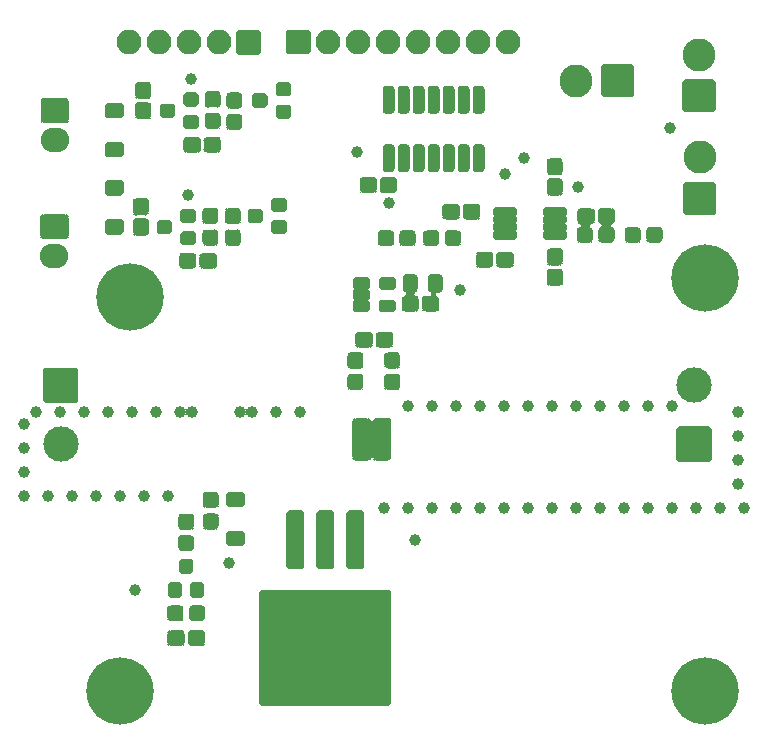
<source format=gbr>
G04 #@! TF.GenerationSoftware,KiCad,Pcbnew,5.1.10-88a1d61d58~90~ubuntu20.04.1*
G04 #@! TF.CreationDate,2021-09-05T17:22:48+01:00*
G04 #@! TF.ProjectId,hl2_extpamon,686c325f-6578-4747-9061-6d6f6e2e6b69,1*
G04 #@! TF.SameCoordinates,PX59a5380PY35d55f4*
G04 #@! TF.FileFunction,Soldermask,Top*
G04 #@! TF.FilePolarity,Negative*
%FSLAX46Y46*%
G04 Gerber Fmt 4.6, Leading zero omitted, Abs format (unit mm)*
G04 Created by KiCad (PCBNEW 5.1.10-88a1d61d58~90~ubuntu20.04.1) date 2021-09-05 17:22:48*
%MOMM*%
%LPD*%
G01*
G04 APERTURE LIST*
%ADD10C,5.700000*%
%ADD11O,2.100000X2.100000*%
%ADD12O,2.400000X2.100000*%
%ADD13C,3.000000*%
%ADD14C,2.800000*%
%ADD15C,1.000000*%
%ADD16C,0.100000*%
G04 APERTURE END LIST*
G36*
G01*
X31370600Y-34406398D02*
X31370600Y-37374002D01*
G75*
G02*
X31054402Y-37690200I-316198J0D01*
G01*
X30136798Y-37690200D01*
G75*
G02*
X29820600Y-37374002I0J316198D01*
G01*
X29820600Y-34406398D01*
G75*
G02*
X30136798Y-34090200I316198J0D01*
G01*
X31054402Y-34090200D01*
G75*
G02*
X31370600Y-34406398I0J-316198D01*
G01*
G37*
G36*
G01*
X33120600Y-34406398D02*
X33120600Y-37374002D01*
G75*
G02*
X32804402Y-37690200I-316198J0D01*
G01*
X31886798Y-37690200D01*
G75*
G02*
X31570600Y-37374002I0J316198D01*
G01*
X31570600Y-34406398D01*
G75*
G02*
X31886798Y-34090200I316198J0D01*
G01*
X32804402Y-34090200D01*
G75*
G02*
X33120600Y-34406398I0J-316198D01*
G01*
G37*
D10*
X59690000Y-57150000D03*
X10160000Y-57150000D03*
X10972800Y-23850600D03*
X59690000Y-22199600D03*
D11*
X10865300Y-2260600D03*
X13405300Y-2260600D03*
X15945300Y-2260600D03*
X18485300Y-2260600D03*
G36*
G01*
X20175300Y-1210600D02*
X21875300Y-1210600D01*
G75*
G02*
X22075300Y-1410600I0J-200000D01*
G01*
X22075300Y-3110600D01*
G75*
G02*
X21875300Y-3310600I-200000J0D01*
G01*
X20175300Y-3310600D01*
G75*
G02*
X19975300Y-3110600I0J200000D01*
G01*
X19975300Y-1410600D01*
G75*
G02*
X20175300Y-1210600I200000J0D01*
G01*
G37*
G36*
G01*
X33137100Y-8301200D02*
X32637100Y-8301200D01*
G75*
G02*
X32387100Y-8051200I0J250000D01*
G01*
X32387100Y-6201200D01*
G75*
G02*
X32637100Y-5951200I250000J0D01*
G01*
X33137100Y-5951200D01*
G75*
G02*
X33387100Y-6201200I0J-250000D01*
G01*
X33387100Y-8051200D01*
G75*
G02*
X33137100Y-8301200I-250000J0D01*
G01*
G37*
G36*
G01*
X34407100Y-8301200D02*
X33907100Y-8301200D01*
G75*
G02*
X33657100Y-8051200I0J250000D01*
G01*
X33657100Y-6201200D01*
G75*
G02*
X33907100Y-5951200I250000J0D01*
G01*
X34407100Y-5951200D01*
G75*
G02*
X34657100Y-6201200I0J-250000D01*
G01*
X34657100Y-8051200D01*
G75*
G02*
X34407100Y-8301200I-250000J0D01*
G01*
G37*
G36*
G01*
X35677100Y-8301200D02*
X35177100Y-8301200D01*
G75*
G02*
X34927100Y-8051200I0J250000D01*
G01*
X34927100Y-6201200D01*
G75*
G02*
X35177100Y-5951200I250000J0D01*
G01*
X35677100Y-5951200D01*
G75*
G02*
X35927100Y-6201200I0J-250000D01*
G01*
X35927100Y-8051200D01*
G75*
G02*
X35677100Y-8301200I-250000J0D01*
G01*
G37*
G36*
G01*
X36947100Y-8301200D02*
X36447100Y-8301200D01*
G75*
G02*
X36197100Y-8051200I0J250000D01*
G01*
X36197100Y-6201200D01*
G75*
G02*
X36447100Y-5951200I250000J0D01*
G01*
X36947100Y-5951200D01*
G75*
G02*
X37197100Y-6201200I0J-250000D01*
G01*
X37197100Y-8051200D01*
G75*
G02*
X36947100Y-8301200I-250000J0D01*
G01*
G37*
G36*
G01*
X38217100Y-8301200D02*
X37717100Y-8301200D01*
G75*
G02*
X37467100Y-8051200I0J250000D01*
G01*
X37467100Y-6201200D01*
G75*
G02*
X37717100Y-5951200I250000J0D01*
G01*
X38217100Y-5951200D01*
G75*
G02*
X38467100Y-6201200I0J-250000D01*
G01*
X38467100Y-8051200D01*
G75*
G02*
X38217100Y-8301200I-250000J0D01*
G01*
G37*
G36*
G01*
X39487100Y-8301200D02*
X38987100Y-8301200D01*
G75*
G02*
X38737100Y-8051200I0J250000D01*
G01*
X38737100Y-6201200D01*
G75*
G02*
X38987100Y-5951200I250000J0D01*
G01*
X39487100Y-5951200D01*
G75*
G02*
X39737100Y-6201200I0J-250000D01*
G01*
X39737100Y-8051200D01*
G75*
G02*
X39487100Y-8301200I-250000J0D01*
G01*
G37*
G36*
G01*
X40757100Y-8301200D02*
X40257100Y-8301200D01*
G75*
G02*
X40007100Y-8051200I0J250000D01*
G01*
X40007100Y-6201200D01*
G75*
G02*
X40257100Y-5951200I250000J0D01*
G01*
X40757100Y-5951200D01*
G75*
G02*
X41007100Y-6201200I0J-250000D01*
G01*
X41007100Y-8051200D01*
G75*
G02*
X40757100Y-8301200I-250000J0D01*
G01*
G37*
G36*
G01*
X40757100Y-13251200D02*
X40257100Y-13251200D01*
G75*
G02*
X40007100Y-13001200I0J250000D01*
G01*
X40007100Y-11151200D01*
G75*
G02*
X40257100Y-10901200I250000J0D01*
G01*
X40757100Y-10901200D01*
G75*
G02*
X41007100Y-11151200I0J-250000D01*
G01*
X41007100Y-13001200D01*
G75*
G02*
X40757100Y-13251200I-250000J0D01*
G01*
G37*
G36*
G01*
X39487100Y-13251200D02*
X38987100Y-13251200D01*
G75*
G02*
X38737100Y-13001200I0J250000D01*
G01*
X38737100Y-11151200D01*
G75*
G02*
X38987100Y-10901200I250000J0D01*
G01*
X39487100Y-10901200D01*
G75*
G02*
X39737100Y-11151200I0J-250000D01*
G01*
X39737100Y-13001200D01*
G75*
G02*
X39487100Y-13251200I-250000J0D01*
G01*
G37*
G36*
G01*
X38217100Y-13251200D02*
X37717100Y-13251200D01*
G75*
G02*
X37467100Y-13001200I0J250000D01*
G01*
X37467100Y-11151200D01*
G75*
G02*
X37717100Y-10901200I250000J0D01*
G01*
X38217100Y-10901200D01*
G75*
G02*
X38467100Y-11151200I0J-250000D01*
G01*
X38467100Y-13001200D01*
G75*
G02*
X38217100Y-13251200I-250000J0D01*
G01*
G37*
G36*
G01*
X36947100Y-13251200D02*
X36447100Y-13251200D01*
G75*
G02*
X36197100Y-13001200I0J250000D01*
G01*
X36197100Y-11151200D01*
G75*
G02*
X36447100Y-10901200I250000J0D01*
G01*
X36947100Y-10901200D01*
G75*
G02*
X37197100Y-11151200I0J-250000D01*
G01*
X37197100Y-13001200D01*
G75*
G02*
X36947100Y-13251200I-250000J0D01*
G01*
G37*
G36*
G01*
X35677100Y-13251200D02*
X35177100Y-13251200D01*
G75*
G02*
X34927100Y-13001200I0J250000D01*
G01*
X34927100Y-11151200D01*
G75*
G02*
X35177100Y-10901200I250000J0D01*
G01*
X35677100Y-10901200D01*
G75*
G02*
X35927100Y-11151200I0J-250000D01*
G01*
X35927100Y-13001200D01*
G75*
G02*
X35677100Y-13251200I-250000J0D01*
G01*
G37*
G36*
G01*
X34407100Y-13251200D02*
X33907100Y-13251200D01*
G75*
G02*
X33657100Y-13001200I0J250000D01*
G01*
X33657100Y-11151200D01*
G75*
G02*
X33907100Y-10901200I250000J0D01*
G01*
X34407100Y-10901200D01*
G75*
G02*
X34657100Y-11151200I0J-250000D01*
G01*
X34657100Y-13001200D01*
G75*
G02*
X34407100Y-13251200I-250000J0D01*
G01*
G37*
G36*
G01*
X33137100Y-13251200D02*
X32637100Y-13251200D01*
G75*
G02*
X32387100Y-13001200I0J250000D01*
G01*
X32387100Y-11151200D01*
G75*
G02*
X32637100Y-10901200I250000J0D01*
G01*
X33137100Y-10901200D01*
G75*
G02*
X33387100Y-11151200I0J-250000D01*
G01*
X33387100Y-13001200D01*
G75*
G02*
X33137100Y-13251200I-250000J0D01*
G01*
G37*
G36*
G01*
X45950500Y-16814500D02*
X45950500Y-16414500D01*
G75*
G02*
X46150500Y-16214500I200000J0D01*
G01*
X47775500Y-16214500D01*
G75*
G02*
X47975500Y-16414500I0J-200000D01*
G01*
X47975500Y-16814500D01*
G75*
G02*
X47775500Y-17014500I-200000J0D01*
G01*
X46150500Y-17014500D01*
G75*
G02*
X45950500Y-16814500I0J200000D01*
G01*
G37*
G36*
G01*
X45950500Y-17464500D02*
X45950500Y-17064500D01*
G75*
G02*
X46150500Y-16864500I200000J0D01*
G01*
X47775500Y-16864500D01*
G75*
G02*
X47975500Y-17064500I0J-200000D01*
G01*
X47975500Y-17464500D01*
G75*
G02*
X47775500Y-17664500I-200000J0D01*
G01*
X46150500Y-17664500D01*
G75*
G02*
X45950500Y-17464500I0J200000D01*
G01*
G37*
G36*
G01*
X45950500Y-18114500D02*
X45950500Y-17714500D01*
G75*
G02*
X46150500Y-17514500I200000J0D01*
G01*
X47775500Y-17514500D01*
G75*
G02*
X47975500Y-17714500I0J-200000D01*
G01*
X47975500Y-18114500D01*
G75*
G02*
X47775500Y-18314500I-200000J0D01*
G01*
X46150500Y-18314500D01*
G75*
G02*
X45950500Y-18114500I0J200000D01*
G01*
G37*
G36*
G01*
X45950500Y-18764500D02*
X45950500Y-18364500D01*
G75*
G02*
X46150500Y-18164500I200000J0D01*
G01*
X47775500Y-18164500D01*
G75*
G02*
X47975500Y-18364500I0J-200000D01*
G01*
X47975500Y-18764500D01*
G75*
G02*
X47775500Y-18964500I-200000J0D01*
G01*
X46150500Y-18964500D01*
G75*
G02*
X45950500Y-18764500I0J200000D01*
G01*
G37*
G36*
G01*
X41725500Y-18764500D02*
X41725500Y-18364500D01*
G75*
G02*
X41925500Y-18164500I200000J0D01*
G01*
X43550500Y-18164500D01*
G75*
G02*
X43750500Y-18364500I0J-200000D01*
G01*
X43750500Y-18764500D01*
G75*
G02*
X43550500Y-18964500I-200000J0D01*
G01*
X41925500Y-18964500D01*
G75*
G02*
X41725500Y-18764500I0J200000D01*
G01*
G37*
G36*
G01*
X41725500Y-18114500D02*
X41725500Y-17714500D01*
G75*
G02*
X41925500Y-17514500I200000J0D01*
G01*
X43550500Y-17514500D01*
G75*
G02*
X43750500Y-17714500I0J-200000D01*
G01*
X43750500Y-18114500D01*
G75*
G02*
X43550500Y-18314500I-200000J0D01*
G01*
X41925500Y-18314500D01*
G75*
G02*
X41725500Y-18114500I0J200000D01*
G01*
G37*
G36*
G01*
X41725500Y-17464500D02*
X41725500Y-17064500D01*
G75*
G02*
X41925500Y-16864500I200000J0D01*
G01*
X43550500Y-16864500D01*
G75*
G02*
X43750500Y-17064500I0J-200000D01*
G01*
X43750500Y-17464500D01*
G75*
G02*
X43550500Y-17664500I-200000J0D01*
G01*
X41925500Y-17664500D01*
G75*
G02*
X41725500Y-17464500I0J200000D01*
G01*
G37*
G36*
G01*
X41725500Y-16814500D02*
X41725500Y-16414500D01*
G75*
G02*
X41925500Y-16214500I200000J0D01*
G01*
X43550500Y-16214500D01*
G75*
G02*
X43750500Y-16414500I0J-200000D01*
G01*
X43750500Y-16814500D01*
G75*
G02*
X43550500Y-17014500I-200000J0D01*
G01*
X41925500Y-17014500D01*
G75*
G02*
X41725500Y-16814500I0J200000D01*
G01*
G37*
G36*
G01*
X32853000Y-30327000D02*
X33528000Y-30327000D01*
G75*
G02*
X33865500Y-30664500I0J-337500D01*
G01*
X33865500Y-31364500D01*
G75*
G02*
X33528000Y-31702000I-337500J0D01*
G01*
X32853000Y-31702000D01*
G75*
G02*
X32515500Y-31364500I0J337500D01*
G01*
X32515500Y-30664500D01*
G75*
G02*
X32853000Y-30327000I337500J0D01*
G01*
G37*
G36*
G01*
X32853000Y-28502000D02*
X33528000Y-28502000D01*
G75*
G02*
X33865500Y-28839500I0J-337500D01*
G01*
X33865500Y-29539500D01*
G75*
G02*
X33528000Y-29877000I-337500J0D01*
G01*
X32853000Y-29877000D01*
G75*
G02*
X32515500Y-29539500I0J337500D01*
G01*
X32515500Y-28839500D01*
G75*
G02*
X32853000Y-28502000I337500J0D01*
G01*
G37*
G36*
G01*
X15965700Y-50950000D02*
X15965700Y-50275000D01*
G75*
G02*
X16303200Y-49937500I337500J0D01*
G01*
X17003200Y-49937500D01*
G75*
G02*
X17340700Y-50275000I0J-337500D01*
G01*
X17340700Y-50950000D01*
G75*
G02*
X17003200Y-51287500I-337500J0D01*
G01*
X16303200Y-51287500D01*
G75*
G02*
X15965700Y-50950000I0J337500D01*
G01*
G37*
G36*
G01*
X14140700Y-50950000D02*
X14140700Y-50275000D01*
G75*
G02*
X14478200Y-49937500I337500J0D01*
G01*
X15178200Y-49937500D01*
G75*
G02*
X15515700Y-50275000I0J-337500D01*
G01*
X15515700Y-50950000D01*
G75*
G02*
X15178200Y-51287500I-337500J0D01*
G01*
X14478200Y-51287500D01*
G75*
G02*
X14140700Y-50950000I0J337500D01*
G01*
G37*
G36*
G01*
X20042000Y-17656600D02*
X19367000Y-17656600D01*
G75*
G02*
X19029500Y-17319100I0J337500D01*
G01*
X19029500Y-16619100D01*
G75*
G02*
X19367000Y-16281600I337500J0D01*
G01*
X20042000Y-16281600D01*
G75*
G02*
X20379500Y-16619100I0J-337500D01*
G01*
X20379500Y-17319100D01*
G75*
G02*
X20042000Y-17656600I-337500J0D01*
G01*
G37*
G36*
G01*
X20042000Y-19481600D02*
X19367000Y-19481600D01*
G75*
G02*
X19029500Y-19144100I0J337500D01*
G01*
X19029500Y-18444100D01*
G75*
G02*
X19367000Y-18106600I337500J0D01*
G01*
X20042000Y-18106600D01*
G75*
G02*
X20379500Y-18444100I0J-337500D01*
G01*
X20379500Y-19144100D01*
G75*
G02*
X20042000Y-19481600I-337500J0D01*
G01*
G37*
G36*
G01*
X17462000Y-18106600D02*
X18137000Y-18106600D01*
G75*
G02*
X18474500Y-18444100I0J-337500D01*
G01*
X18474500Y-19144100D01*
G75*
G02*
X18137000Y-19481600I-337500J0D01*
G01*
X17462000Y-19481600D01*
G75*
G02*
X17124500Y-19144100I0J337500D01*
G01*
X17124500Y-18444100D01*
G75*
G02*
X17462000Y-18106600I337500J0D01*
G01*
G37*
G36*
G01*
X17462000Y-16281600D02*
X18137000Y-16281600D01*
G75*
G02*
X18474500Y-16619100I0J-337500D01*
G01*
X18474500Y-17319100D01*
G75*
G02*
X18137000Y-17656600I-337500J0D01*
G01*
X17462000Y-17656600D01*
G75*
G02*
X17124500Y-17319100I0J337500D01*
G01*
X17124500Y-16619100D01*
G75*
G02*
X17462000Y-16281600I337500J0D01*
G01*
G37*
G36*
G01*
X29741500Y-30327000D02*
X30416500Y-30327000D01*
G75*
G02*
X30754000Y-30664500I0J-337500D01*
G01*
X30754000Y-31364500D01*
G75*
G02*
X30416500Y-31702000I-337500J0D01*
G01*
X29741500Y-31702000D01*
G75*
G02*
X29404000Y-31364500I0J337500D01*
G01*
X29404000Y-30664500D01*
G75*
G02*
X29741500Y-30327000I337500J0D01*
G01*
G37*
G36*
G01*
X29741500Y-28502000D02*
X30416500Y-28502000D01*
G75*
G02*
X30754000Y-28839500I0J-337500D01*
G01*
X30754000Y-29539500D01*
G75*
G02*
X30416500Y-29877000I-337500J0D01*
G01*
X29741500Y-29877000D01*
G75*
G02*
X29404000Y-29539500I0J337500D01*
G01*
X29404000Y-28839500D01*
G75*
G02*
X29741500Y-28502000I337500J0D01*
G01*
G37*
G36*
G01*
X50638100Y-18904900D02*
X50638100Y-18229900D01*
G75*
G02*
X50975600Y-17892400I337500J0D01*
G01*
X51675600Y-17892400D01*
G75*
G02*
X52013100Y-18229900I0J-337500D01*
G01*
X52013100Y-18904900D01*
G75*
G02*
X51675600Y-19242400I-337500J0D01*
G01*
X50975600Y-19242400D01*
G75*
G02*
X50638100Y-18904900I0J337500D01*
G01*
G37*
G36*
G01*
X48813100Y-18904900D02*
X48813100Y-18229900D01*
G75*
G02*
X49150600Y-17892400I337500J0D01*
G01*
X49850600Y-17892400D01*
G75*
G02*
X50188100Y-18229900I0J-337500D01*
G01*
X50188100Y-18904900D01*
G75*
G02*
X49850600Y-19242400I-337500J0D01*
G01*
X49150600Y-19242400D01*
G75*
G02*
X48813100Y-18904900I0J337500D01*
G01*
G37*
G36*
G01*
X37185200Y-18509300D02*
X37185200Y-19184300D01*
G75*
G02*
X36847700Y-19521800I-337500J0D01*
G01*
X36147700Y-19521800D01*
G75*
G02*
X35810200Y-19184300I0J337500D01*
G01*
X35810200Y-18509300D01*
G75*
G02*
X36147700Y-18171800I337500J0D01*
G01*
X36847700Y-18171800D01*
G75*
G02*
X37185200Y-18509300I0J-337500D01*
G01*
G37*
G36*
G01*
X39010200Y-18509300D02*
X39010200Y-19184300D01*
G75*
G02*
X38672700Y-19521800I-337500J0D01*
G01*
X37972700Y-19521800D01*
G75*
G02*
X37635200Y-19184300I0J337500D01*
G01*
X37635200Y-18509300D01*
G75*
G02*
X37972700Y-18171800I337500J0D01*
G01*
X38672700Y-18171800D01*
G75*
G02*
X39010200Y-18509300I0J-337500D01*
G01*
G37*
G36*
G01*
X54702100Y-18904900D02*
X54702100Y-18229900D01*
G75*
G02*
X55039600Y-17892400I337500J0D01*
G01*
X55739600Y-17892400D01*
G75*
G02*
X56077100Y-18229900I0J-337500D01*
G01*
X56077100Y-18904900D01*
G75*
G02*
X55739600Y-19242400I-337500J0D01*
G01*
X55039600Y-19242400D01*
G75*
G02*
X54702100Y-18904900I0J337500D01*
G01*
G37*
G36*
G01*
X52877100Y-18904900D02*
X52877100Y-18229900D01*
G75*
G02*
X53214600Y-17892400I337500J0D01*
G01*
X53914600Y-17892400D01*
G75*
G02*
X54252100Y-18229900I0J-337500D01*
G01*
X54252100Y-18904900D01*
G75*
G02*
X53914600Y-19242400I-337500J0D01*
G01*
X53214600Y-19242400D01*
G75*
G02*
X52877100Y-18904900I0J337500D01*
G01*
G37*
G36*
G01*
X33347900Y-18509300D02*
X33347900Y-19184300D01*
G75*
G02*
X33010400Y-19521800I-337500J0D01*
G01*
X32310400Y-19521800D01*
G75*
G02*
X31972900Y-19184300I0J337500D01*
G01*
X31972900Y-18509300D01*
G75*
G02*
X32310400Y-18171800I337500J0D01*
G01*
X33010400Y-18171800D01*
G75*
G02*
X33347900Y-18509300I0J-337500D01*
G01*
G37*
G36*
G01*
X35172900Y-18509300D02*
X35172900Y-19184300D01*
G75*
G02*
X34835400Y-19521800I-337500J0D01*
G01*
X34135400Y-19521800D01*
G75*
G02*
X33797900Y-19184300I0J337500D01*
G01*
X33797900Y-18509300D01*
G75*
G02*
X34135400Y-18171800I337500J0D01*
G01*
X34835400Y-18171800D01*
G75*
G02*
X35172900Y-18509300I0J-337500D01*
G01*
G37*
G36*
G01*
X17639800Y-8226000D02*
X18314800Y-8226000D01*
G75*
G02*
X18652300Y-8563500I0J-337500D01*
G01*
X18652300Y-9263500D01*
G75*
G02*
X18314800Y-9601000I-337500J0D01*
G01*
X17639800Y-9601000D01*
G75*
G02*
X17302300Y-9263500I0J337500D01*
G01*
X17302300Y-8563500D01*
G75*
G02*
X17639800Y-8226000I337500J0D01*
G01*
G37*
G36*
G01*
X17639800Y-6401000D02*
X18314800Y-6401000D01*
G75*
G02*
X18652300Y-6738500I0J-337500D01*
G01*
X18652300Y-7438500D01*
G75*
G02*
X18314800Y-7776000I-337500J0D01*
G01*
X17639800Y-7776000D01*
G75*
G02*
X17302300Y-7438500I0J337500D01*
G01*
X17302300Y-6738500D01*
G75*
G02*
X17639800Y-6401000I337500J0D01*
G01*
G37*
G36*
G01*
X20169000Y-7877600D02*
X19494000Y-7877600D01*
G75*
G02*
X19156500Y-7540100I0J337500D01*
G01*
X19156500Y-6840100D01*
G75*
G02*
X19494000Y-6502600I337500J0D01*
G01*
X20169000Y-6502600D01*
G75*
G02*
X20506500Y-6840100I0J-337500D01*
G01*
X20506500Y-7540100D01*
G75*
G02*
X20169000Y-7877600I-337500J0D01*
G01*
G37*
G36*
G01*
X20169000Y-9702600D02*
X19494000Y-9702600D01*
G75*
G02*
X19156500Y-9365100I0J337500D01*
G01*
X19156500Y-8665100D01*
G75*
G02*
X19494000Y-8327600I337500J0D01*
G01*
X20169000Y-8327600D01*
G75*
G02*
X20506500Y-8665100I0J-337500D01*
G01*
X20506500Y-9365100D01*
G75*
G02*
X20169000Y-9702600I-337500J0D01*
G01*
G37*
G36*
G01*
X15403200Y-43979500D02*
X16078200Y-43979500D01*
G75*
G02*
X16415700Y-44317000I0J-337500D01*
G01*
X16415700Y-45017000D01*
G75*
G02*
X16078200Y-45354500I-337500J0D01*
G01*
X15403200Y-45354500D01*
G75*
G02*
X15065700Y-45017000I0J337500D01*
G01*
X15065700Y-44317000D01*
G75*
G02*
X15403200Y-43979500I337500J0D01*
G01*
G37*
G36*
G01*
X15403200Y-42154500D02*
X16078200Y-42154500D01*
G75*
G02*
X16415700Y-42492000I0J-337500D01*
G01*
X16415700Y-43192000D01*
G75*
G02*
X16078200Y-43529500I-337500J0D01*
G01*
X15403200Y-43529500D01*
G75*
G02*
X15065700Y-43192000I0J337500D01*
G01*
X15065700Y-42492000D01*
G75*
G02*
X15403200Y-42154500I337500J0D01*
G01*
G37*
G36*
G01*
X17498700Y-42138000D02*
X18173700Y-42138000D01*
G75*
G02*
X18511200Y-42475500I0J-337500D01*
G01*
X18511200Y-43175500D01*
G75*
G02*
X18173700Y-43513000I-337500J0D01*
G01*
X17498700Y-43513000D01*
G75*
G02*
X17161200Y-43175500I0J337500D01*
G01*
X17161200Y-42475500D01*
G75*
G02*
X17498700Y-42138000I337500J0D01*
G01*
G37*
G36*
G01*
X17498700Y-40313000D02*
X18173700Y-40313000D01*
G75*
G02*
X18511200Y-40650500I0J-337500D01*
G01*
X18511200Y-41350500D01*
G75*
G02*
X18173700Y-41688000I-337500J0D01*
G01*
X17498700Y-41688000D01*
G75*
G02*
X17161200Y-41350500I0J337500D01*
G01*
X17161200Y-40650500D01*
G75*
G02*
X17498700Y-40313000I337500J0D01*
G01*
G37*
X43021700Y-2235200D03*
X40481700Y-2235200D03*
X37941700Y-2235200D03*
X35401700Y-2235200D03*
X32861700Y-2235200D03*
X30321700Y-2235200D03*
X27781700Y-2235200D03*
G36*
G01*
X26091700Y-3285200D02*
X24391700Y-3285200D01*
G75*
G02*
X24191700Y-3085200I0J200000D01*
G01*
X24191700Y-1385200D01*
G75*
G02*
X24391700Y-1185200I200000J0D01*
G01*
X26091700Y-1185200D01*
G75*
G02*
X26291700Y-1385200I0J-200000D01*
G01*
X26291700Y-3085200D01*
G75*
G02*
X26091700Y-3285200I-200000J0D01*
G01*
G37*
G36*
G01*
X11569200Y-17168400D02*
X12244200Y-17168400D01*
G75*
G02*
X12581700Y-17505900I0J-337500D01*
G01*
X12581700Y-18305900D01*
G75*
G02*
X12244200Y-18643400I-337500J0D01*
G01*
X11569200Y-18643400D01*
G75*
G02*
X11231700Y-18305900I0J337500D01*
G01*
X11231700Y-17505900D01*
G75*
G02*
X11569200Y-17168400I337500J0D01*
G01*
G37*
G36*
G01*
X11569200Y-15443400D02*
X12244200Y-15443400D01*
G75*
G02*
X12581700Y-15780900I0J-337500D01*
G01*
X12581700Y-16580900D01*
G75*
G02*
X12244200Y-16918400I-337500J0D01*
G01*
X11569200Y-16918400D01*
G75*
G02*
X11231700Y-16580900I0J337500D01*
G01*
X11231700Y-15780900D01*
G75*
G02*
X11569200Y-15443400I337500J0D01*
G01*
G37*
G36*
G01*
X16614700Y-20414300D02*
X16614700Y-21089300D01*
G75*
G02*
X16277200Y-21426800I-337500J0D01*
G01*
X15477200Y-21426800D01*
G75*
G02*
X15139700Y-21089300I0J337500D01*
G01*
X15139700Y-20414300D01*
G75*
G02*
X15477200Y-20076800I337500J0D01*
G01*
X16277200Y-20076800D01*
G75*
G02*
X16614700Y-20414300I0J-337500D01*
G01*
G37*
G36*
G01*
X18339700Y-20414300D02*
X18339700Y-21089300D01*
G75*
G02*
X18002200Y-21426800I-337500J0D01*
G01*
X17202200Y-21426800D01*
G75*
G02*
X16864700Y-21089300I0J337500D01*
G01*
X16864700Y-20414300D01*
G75*
G02*
X17202200Y-20076800I337500J0D01*
G01*
X18002200Y-20076800D01*
G75*
G02*
X18339700Y-20414300I0J-337500D01*
G01*
G37*
G36*
G01*
X31791500Y-27772500D02*
X31791500Y-27097500D01*
G75*
G02*
X32129000Y-26760000I337500J0D01*
G01*
X32929000Y-26760000D01*
G75*
G02*
X33266500Y-27097500I0J-337500D01*
G01*
X33266500Y-27772500D01*
G75*
G02*
X32929000Y-28110000I-337500J0D01*
G01*
X32129000Y-28110000D01*
G75*
G02*
X31791500Y-27772500I0J337500D01*
G01*
G37*
G36*
G01*
X30066500Y-27772500D02*
X30066500Y-27097500D01*
G75*
G02*
X30404000Y-26760000I337500J0D01*
G01*
X31204000Y-26760000D01*
G75*
G02*
X31541500Y-27097500I0J-337500D01*
G01*
X31541500Y-27772500D01*
G75*
G02*
X31204000Y-28110000I-337500J0D01*
G01*
X30404000Y-28110000D01*
G75*
G02*
X30066500Y-27772500I0J337500D01*
G01*
G37*
G36*
G01*
X35704500Y-24721500D02*
X35704500Y-24046500D01*
G75*
G02*
X36042000Y-23709000I337500J0D01*
G01*
X36842000Y-23709000D01*
G75*
G02*
X37179500Y-24046500I0J-337500D01*
G01*
X37179500Y-24721500D01*
G75*
G02*
X36842000Y-25059000I-337500J0D01*
G01*
X36042000Y-25059000D01*
G75*
G02*
X35704500Y-24721500I0J337500D01*
G01*
G37*
G36*
G01*
X33979500Y-24721500D02*
X33979500Y-24046500D01*
G75*
G02*
X34317000Y-23709000I337500J0D01*
G01*
X35117000Y-23709000D01*
G75*
G02*
X35454500Y-24046500I0J-337500D01*
G01*
X35454500Y-24721500D01*
G75*
G02*
X35117000Y-25059000I-337500J0D01*
G01*
X34317000Y-25059000D01*
G75*
G02*
X33979500Y-24721500I0J337500D01*
G01*
G37*
G36*
G01*
X15865700Y-53045500D02*
X15865700Y-52370500D01*
G75*
G02*
X16203200Y-52033000I337500J0D01*
G01*
X17003200Y-52033000D01*
G75*
G02*
X17340700Y-52370500I0J-337500D01*
G01*
X17340700Y-53045500D01*
G75*
G02*
X17003200Y-53383000I-337500J0D01*
G01*
X16203200Y-53383000D01*
G75*
G02*
X15865700Y-53045500I0J337500D01*
G01*
G37*
G36*
G01*
X14140700Y-53045500D02*
X14140700Y-52370500D01*
G75*
G02*
X14478200Y-52033000I337500J0D01*
G01*
X15278200Y-52033000D01*
G75*
G02*
X15615700Y-52370500I0J-337500D01*
G01*
X15615700Y-53045500D01*
G75*
G02*
X15278200Y-53383000I-337500J0D01*
G01*
X14478200Y-53383000D01*
G75*
G02*
X14140700Y-53045500I0J337500D01*
G01*
G37*
G36*
G01*
X32148500Y-14688500D02*
X32148500Y-14013500D01*
G75*
G02*
X32486000Y-13676000I337500J0D01*
G01*
X33286000Y-13676000D01*
G75*
G02*
X33623500Y-14013500I0J-337500D01*
G01*
X33623500Y-14688500D01*
G75*
G02*
X33286000Y-15026000I-337500J0D01*
G01*
X32486000Y-15026000D01*
G75*
G02*
X32148500Y-14688500I0J337500D01*
G01*
G37*
G36*
G01*
X30423500Y-14688500D02*
X30423500Y-14013500D01*
G75*
G02*
X30761000Y-13676000I337500J0D01*
G01*
X31561000Y-13676000D01*
G75*
G02*
X31898500Y-14013500I0J-337500D01*
G01*
X31898500Y-14688500D01*
G75*
G02*
X31561000Y-15026000I-337500J0D01*
G01*
X30761000Y-15026000D01*
G75*
G02*
X30423500Y-14688500I0J337500D01*
G01*
G37*
G36*
G01*
X50588900Y-17330100D02*
X50588900Y-16655100D01*
G75*
G02*
X50926400Y-16317600I337500J0D01*
G01*
X51726400Y-16317600D01*
G75*
G02*
X52063900Y-16655100I0J-337500D01*
G01*
X52063900Y-17330100D01*
G75*
G02*
X51726400Y-17667600I-337500J0D01*
G01*
X50926400Y-17667600D01*
G75*
G02*
X50588900Y-17330100I0J337500D01*
G01*
G37*
G36*
G01*
X48863900Y-17330100D02*
X48863900Y-16655100D01*
G75*
G02*
X49201400Y-16317600I337500J0D01*
G01*
X50001400Y-16317600D01*
G75*
G02*
X50338900Y-16655100I0J-337500D01*
G01*
X50338900Y-17330100D01*
G75*
G02*
X50001400Y-17667600I-337500J0D01*
G01*
X49201400Y-17667600D01*
G75*
G02*
X48863900Y-17330100I0J337500D01*
G01*
G37*
G36*
G01*
X38908900Y-16274100D02*
X38908900Y-16949100D01*
G75*
G02*
X38571400Y-17286600I-337500J0D01*
G01*
X37771400Y-17286600D01*
G75*
G02*
X37433900Y-16949100I0J337500D01*
G01*
X37433900Y-16274100D01*
G75*
G02*
X37771400Y-15936600I337500J0D01*
G01*
X38571400Y-15936600D01*
G75*
G02*
X38908900Y-16274100I0J-337500D01*
G01*
G37*
G36*
G01*
X40633900Y-16274100D02*
X40633900Y-16949100D01*
G75*
G02*
X40296400Y-17286600I-337500J0D01*
G01*
X39496400Y-17286600D01*
G75*
G02*
X39158900Y-16949100I0J337500D01*
G01*
X39158900Y-16274100D01*
G75*
G02*
X39496400Y-15936600I337500J0D01*
G01*
X40296400Y-15936600D01*
G75*
G02*
X40633900Y-16274100I0J-337500D01*
G01*
G37*
G36*
G01*
X46621200Y-21410200D02*
X47296200Y-21410200D01*
G75*
G02*
X47633700Y-21747700I0J-337500D01*
G01*
X47633700Y-22547700D01*
G75*
G02*
X47296200Y-22885200I-337500J0D01*
G01*
X46621200Y-22885200D01*
G75*
G02*
X46283700Y-22547700I0J337500D01*
G01*
X46283700Y-21747700D01*
G75*
G02*
X46621200Y-21410200I337500J0D01*
G01*
G37*
G36*
G01*
X46621200Y-19685200D02*
X47296200Y-19685200D01*
G75*
G02*
X47633700Y-20022700I0J-337500D01*
G01*
X47633700Y-20822700D01*
G75*
G02*
X47296200Y-21160200I-337500J0D01*
G01*
X46621200Y-21160200D01*
G75*
G02*
X46283700Y-20822700I0J337500D01*
G01*
X46283700Y-20022700D01*
G75*
G02*
X46621200Y-19685200I337500J0D01*
G01*
G37*
G36*
G01*
X42003700Y-21013100D02*
X42003700Y-20338100D01*
G75*
G02*
X42341200Y-20000600I337500J0D01*
G01*
X43141200Y-20000600D01*
G75*
G02*
X43478700Y-20338100I0J-337500D01*
G01*
X43478700Y-21013100D01*
G75*
G02*
X43141200Y-21350600I-337500J0D01*
G01*
X42341200Y-21350600D01*
G75*
G02*
X42003700Y-21013100I0J337500D01*
G01*
G37*
G36*
G01*
X40278700Y-21013100D02*
X40278700Y-20338100D01*
G75*
G02*
X40616200Y-20000600I337500J0D01*
G01*
X41416200Y-20000600D01*
G75*
G02*
X41753700Y-20338100I0J-337500D01*
G01*
X41753700Y-21013100D01*
G75*
G02*
X41416200Y-21350600I-337500J0D01*
G01*
X40616200Y-21350600D01*
G75*
G02*
X40278700Y-21013100I0J337500D01*
G01*
G37*
G36*
G01*
X47283500Y-13527500D02*
X46608500Y-13527500D01*
G75*
G02*
X46271000Y-13190000I0J337500D01*
G01*
X46271000Y-12390000D01*
G75*
G02*
X46608500Y-12052500I337500J0D01*
G01*
X47283500Y-12052500D01*
G75*
G02*
X47621000Y-12390000I0J-337500D01*
G01*
X47621000Y-13190000D01*
G75*
G02*
X47283500Y-13527500I-337500J0D01*
G01*
G37*
G36*
G01*
X47283500Y-15252500D02*
X46608500Y-15252500D01*
G75*
G02*
X46271000Y-14915000I0J337500D01*
G01*
X46271000Y-14115000D01*
G75*
G02*
X46608500Y-13777500I337500J0D01*
G01*
X47283500Y-13777500D01*
G75*
G02*
X47621000Y-14115000I0J-337500D01*
G01*
X47621000Y-14915000D01*
G75*
G02*
X47283500Y-15252500I-337500J0D01*
G01*
G37*
G36*
G01*
X11772400Y-7314300D02*
X12447400Y-7314300D01*
G75*
G02*
X12784900Y-7651800I0J-337500D01*
G01*
X12784900Y-8451800D01*
G75*
G02*
X12447400Y-8789300I-337500J0D01*
G01*
X11772400Y-8789300D01*
G75*
G02*
X11434900Y-8451800I0J337500D01*
G01*
X11434900Y-7651800D01*
G75*
G02*
X11772400Y-7314300I337500J0D01*
G01*
G37*
G36*
G01*
X11772400Y-5589300D02*
X12447400Y-5589300D01*
G75*
G02*
X12784900Y-5926800I0J-337500D01*
G01*
X12784900Y-6726800D01*
G75*
G02*
X12447400Y-7064300I-337500J0D01*
G01*
X11772400Y-7064300D01*
G75*
G02*
X11434900Y-6726800I0J337500D01*
G01*
X11434900Y-5926800D01*
G75*
G02*
X11772400Y-5589300I337500J0D01*
G01*
G37*
G36*
G01*
X16963300Y-10584500D02*
X16963300Y-11259500D01*
G75*
G02*
X16625800Y-11597000I-337500J0D01*
G01*
X15825800Y-11597000D01*
G75*
G02*
X15488300Y-11259500I0J337500D01*
G01*
X15488300Y-10584500D01*
G75*
G02*
X15825800Y-10247000I337500J0D01*
G01*
X16625800Y-10247000D01*
G75*
G02*
X16963300Y-10584500I0J-337500D01*
G01*
G37*
G36*
G01*
X18688300Y-10584500D02*
X18688300Y-11259500D01*
G75*
G02*
X18350800Y-11597000I-337500J0D01*
G01*
X17550800Y-11597000D01*
G75*
G02*
X17213300Y-11259500I0J337500D01*
G01*
X17213300Y-10584500D01*
G75*
G02*
X17550800Y-10247000I337500J0D01*
G01*
X18350800Y-10247000D01*
G75*
G02*
X18688300Y-10584500I0J-337500D01*
G01*
G37*
G36*
G01*
X36195000Y-23150750D02*
X36195000Y-22188250D01*
G75*
G02*
X36513750Y-21869500I318750J0D01*
G01*
X37151250Y-21869500D01*
G75*
G02*
X37470000Y-22188250I0J-318750D01*
G01*
X37470000Y-23150750D01*
G75*
G02*
X37151250Y-23469500I-318750J0D01*
G01*
X36513750Y-23469500D01*
G75*
G02*
X36195000Y-23150750I0J318750D01*
G01*
G37*
G36*
G01*
X34070000Y-23150750D02*
X34070000Y-22188250D01*
G75*
G02*
X34388750Y-21869500I318750J0D01*
G01*
X35026250Y-21869500D01*
G75*
G02*
X35345000Y-22188250I0J-318750D01*
G01*
X35345000Y-23150750D01*
G75*
G02*
X35026250Y-23469500I-318750J0D01*
G01*
X34388750Y-23469500D01*
G75*
G02*
X34070000Y-23150750I0J318750D01*
G01*
G37*
G36*
G01*
X32036500Y-23000000D02*
X32036500Y-22350000D01*
G75*
G02*
X32236500Y-22150000I200000J0D01*
G01*
X33296500Y-22150000D01*
G75*
G02*
X33496500Y-22350000I0J-200000D01*
G01*
X33496500Y-23000000D01*
G75*
G02*
X33296500Y-23200000I-200000J0D01*
G01*
X32236500Y-23200000D01*
G75*
G02*
X32036500Y-23000000I0J200000D01*
G01*
G37*
G36*
G01*
X32036500Y-24900000D02*
X32036500Y-24250000D01*
G75*
G02*
X32236500Y-24050000I200000J0D01*
G01*
X33296500Y-24050000D01*
G75*
G02*
X33496500Y-24250000I0J-200000D01*
G01*
X33496500Y-24900000D01*
G75*
G02*
X33296500Y-25100000I-200000J0D01*
G01*
X32236500Y-25100000D01*
G75*
G02*
X32036500Y-24900000I0J200000D01*
G01*
G37*
G36*
G01*
X29836500Y-24900000D02*
X29836500Y-24250000D01*
G75*
G02*
X30036500Y-24050000I200000J0D01*
G01*
X31096500Y-24050000D01*
G75*
G02*
X31296500Y-24250000I0J-200000D01*
G01*
X31296500Y-24900000D01*
G75*
G02*
X31096500Y-25100000I-200000J0D01*
G01*
X30036500Y-25100000D01*
G75*
G02*
X29836500Y-24900000I0J200000D01*
G01*
G37*
G36*
G01*
X29836500Y-23950000D02*
X29836500Y-23300000D01*
G75*
G02*
X30036500Y-23100000I200000J0D01*
G01*
X31096500Y-23100000D01*
G75*
G02*
X31296500Y-23300000I0J-200000D01*
G01*
X31296500Y-23950000D01*
G75*
G02*
X31096500Y-24150000I-200000J0D01*
G01*
X30036500Y-24150000D01*
G75*
G02*
X29836500Y-23950000I0J200000D01*
G01*
G37*
G36*
G01*
X29836500Y-23000000D02*
X29836500Y-22350000D01*
G75*
G02*
X30036500Y-22150000I200000J0D01*
G01*
X31096500Y-22150000D01*
G75*
G02*
X31296500Y-22350000I0J-200000D01*
G01*
X31296500Y-23000000D01*
G75*
G02*
X31096500Y-23200000I-200000J0D01*
G01*
X30036500Y-23200000D01*
G75*
G02*
X29836500Y-23000000I0J200000D01*
G01*
G37*
G36*
G01*
X14807900Y-7651800D02*
X14807900Y-8451800D01*
G75*
G02*
X14607900Y-8651800I-200000J0D01*
G01*
X13707900Y-8651800D01*
G75*
G02*
X13507900Y-8451800I0J200000D01*
G01*
X13507900Y-7651800D01*
G75*
G02*
X13707900Y-7451800I200000J0D01*
G01*
X14607900Y-7451800D01*
G75*
G02*
X14807900Y-7651800I0J-200000D01*
G01*
G37*
G36*
G01*
X16807900Y-6701800D02*
X16807900Y-7501800D01*
G75*
G02*
X16607900Y-7701800I-200000J0D01*
G01*
X15707900Y-7701800D01*
G75*
G02*
X15507900Y-7501800I0J200000D01*
G01*
X15507900Y-6701800D01*
G75*
G02*
X15707900Y-6501800I200000J0D01*
G01*
X16607900Y-6501800D01*
G75*
G02*
X16807900Y-6701800I0J-200000D01*
G01*
G37*
G36*
G01*
X16807900Y-8601800D02*
X16807900Y-9401800D01*
G75*
G02*
X16607900Y-9601800I-200000J0D01*
G01*
X15707900Y-9601800D01*
G75*
G02*
X15507900Y-9401800I0J200000D01*
G01*
X15507900Y-8601800D01*
G75*
G02*
X15707900Y-8401800I200000J0D01*
G01*
X16607900Y-8401800D01*
G75*
G02*
X16807900Y-8601800I0J-200000D01*
G01*
G37*
G36*
G01*
X22631100Y-6788200D02*
X22631100Y-7588200D01*
G75*
G02*
X22431100Y-7788200I-200000J0D01*
G01*
X21531100Y-7788200D01*
G75*
G02*
X21331100Y-7588200I0J200000D01*
G01*
X21331100Y-6788200D01*
G75*
G02*
X21531100Y-6588200I200000J0D01*
G01*
X22431100Y-6588200D01*
G75*
G02*
X22631100Y-6788200I0J-200000D01*
G01*
G37*
G36*
G01*
X24631100Y-5838200D02*
X24631100Y-6638200D01*
G75*
G02*
X24431100Y-6838200I-200000J0D01*
G01*
X23531100Y-6838200D01*
G75*
G02*
X23331100Y-6638200I0J200000D01*
G01*
X23331100Y-5838200D01*
G75*
G02*
X23531100Y-5638200I200000J0D01*
G01*
X24431100Y-5638200D01*
G75*
G02*
X24631100Y-5838200I0J-200000D01*
G01*
G37*
G36*
G01*
X24631100Y-7738200D02*
X24631100Y-8538200D01*
G75*
G02*
X24431100Y-8738200I-200000J0D01*
G01*
X23531100Y-8738200D01*
G75*
G02*
X23331100Y-8538200I0J200000D01*
G01*
X23331100Y-7738200D01*
G75*
G02*
X23531100Y-7538200I200000J0D01*
G01*
X24431100Y-7538200D01*
G75*
G02*
X24631100Y-7738200I0J-200000D01*
G01*
G37*
G36*
G01*
X22250100Y-16567200D02*
X22250100Y-17367200D01*
G75*
G02*
X22050100Y-17567200I-200000J0D01*
G01*
X21150100Y-17567200D01*
G75*
G02*
X20950100Y-17367200I0J200000D01*
G01*
X20950100Y-16567200D01*
G75*
G02*
X21150100Y-16367200I200000J0D01*
G01*
X22050100Y-16367200D01*
G75*
G02*
X22250100Y-16567200I0J-200000D01*
G01*
G37*
G36*
G01*
X24250100Y-15617200D02*
X24250100Y-16417200D01*
G75*
G02*
X24050100Y-16617200I-200000J0D01*
G01*
X23150100Y-16617200D01*
G75*
G02*
X22950100Y-16417200I0J200000D01*
G01*
X22950100Y-15617200D01*
G75*
G02*
X23150100Y-15417200I200000J0D01*
G01*
X24050100Y-15417200D01*
G75*
G02*
X24250100Y-15617200I0J-200000D01*
G01*
G37*
G36*
G01*
X24250100Y-17517200D02*
X24250100Y-18317200D01*
G75*
G02*
X24050100Y-18517200I-200000J0D01*
G01*
X23150100Y-18517200D01*
G75*
G02*
X22950100Y-18317200I0J200000D01*
G01*
X22950100Y-17517200D01*
G75*
G02*
X23150100Y-17317200I200000J0D01*
G01*
X24050100Y-17317200D01*
G75*
G02*
X24250100Y-17517200I0J-200000D01*
G01*
G37*
G36*
G01*
X14553900Y-17507000D02*
X14553900Y-18307000D01*
G75*
G02*
X14353900Y-18507000I-200000J0D01*
G01*
X13453900Y-18507000D01*
G75*
G02*
X13253900Y-18307000I0J200000D01*
G01*
X13253900Y-17507000D01*
G75*
G02*
X13453900Y-17307000I200000J0D01*
G01*
X14353900Y-17307000D01*
G75*
G02*
X14553900Y-17507000I0J-200000D01*
G01*
G37*
G36*
G01*
X16553900Y-16557000D02*
X16553900Y-17357000D01*
G75*
G02*
X16353900Y-17557000I-200000J0D01*
G01*
X15453900Y-17557000D01*
G75*
G02*
X15253900Y-17357000I0J200000D01*
G01*
X15253900Y-16557000D01*
G75*
G02*
X15453900Y-16357000I200000J0D01*
G01*
X16353900Y-16357000D01*
G75*
G02*
X16553900Y-16557000I0J-200000D01*
G01*
G37*
G36*
G01*
X16553900Y-18457000D02*
X16553900Y-19257000D01*
G75*
G02*
X16353900Y-19457000I-200000J0D01*
G01*
X15453900Y-19457000D01*
G75*
G02*
X15253900Y-19257000I0J200000D01*
G01*
X15253900Y-18457000D01*
G75*
G02*
X15453900Y-18257000I200000J0D01*
G01*
X16353900Y-18257000D01*
G75*
G02*
X16553900Y-18457000I0J-200000D01*
G01*
G37*
G36*
G01*
X16140700Y-47278000D02*
X15340700Y-47278000D01*
G75*
G02*
X15140700Y-47078000I0J200000D01*
G01*
X15140700Y-46178000D01*
G75*
G02*
X15340700Y-45978000I200000J0D01*
G01*
X16140700Y-45978000D01*
G75*
G02*
X16340700Y-46178000I0J-200000D01*
G01*
X16340700Y-47078000D01*
G75*
G02*
X16140700Y-47278000I-200000J0D01*
G01*
G37*
G36*
G01*
X17090700Y-49278000D02*
X16290700Y-49278000D01*
G75*
G02*
X16090700Y-49078000I0J200000D01*
G01*
X16090700Y-48178000D01*
G75*
G02*
X16290700Y-47978000I200000J0D01*
G01*
X17090700Y-47978000D01*
G75*
G02*
X17290700Y-48178000I0J-200000D01*
G01*
X17290700Y-49078000D01*
G75*
G02*
X17090700Y-49278000I-200000J0D01*
G01*
G37*
G36*
G01*
X15190700Y-49278000D02*
X14390700Y-49278000D01*
G75*
G02*
X14190700Y-49078000I0J200000D01*
G01*
X14190700Y-48178000D01*
G75*
G02*
X14390700Y-47978000I200000J0D01*
G01*
X15190700Y-47978000D01*
G75*
G02*
X15390700Y-48178000I0J-200000D01*
G01*
X15390700Y-49078000D01*
G75*
G02*
X15190700Y-49278000I-200000J0D01*
G01*
G37*
G36*
G01*
X22126299Y-48620800D02*
X32926301Y-48620800D01*
G75*
G02*
X33126300Y-48820799I0J-199999D01*
G01*
X33126300Y-58220801D01*
G75*
G02*
X32926301Y-58420800I-199999J0D01*
G01*
X22126299Y-58420800D01*
G75*
G02*
X21926300Y-58220801I0J199999D01*
G01*
X21926300Y-48820799D01*
G75*
G02*
X22126299Y-48620800I199999J0D01*
G01*
G37*
G36*
G01*
X24436300Y-41870800D02*
X25536300Y-41870800D01*
G75*
G02*
X25736300Y-42070800I0J-200000D01*
G01*
X25736300Y-46670800D01*
G75*
G02*
X25536300Y-46870800I-200000J0D01*
G01*
X24436300Y-46870800D01*
G75*
G02*
X24236300Y-46670800I0J200000D01*
G01*
X24236300Y-42070800D01*
G75*
G02*
X24436300Y-41870800I200000J0D01*
G01*
G37*
G36*
G01*
X26976300Y-41870800D02*
X28076300Y-41870800D01*
G75*
G02*
X28276300Y-42070800I0J-200000D01*
G01*
X28276300Y-46670800D01*
G75*
G02*
X28076300Y-46870800I-200000J0D01*
G01*
X26976300Y-46870800D01*
G75*
G02*
X26776300Y-46670800I0J200000D01*
G01*
X26776300Y-42070800D01*
G75*
G02*
X26976300Y-41870800I200000J0D01*
G01*
G37*
G36*
G01*
X29516300Y-41870800D02*
X30616300Y-41870800D01*
G75*
G02*
X30816300Y-42070800I0J-200000D01*
G01*
X30816300Y-46670800D01*
G75*
G02*
X30616300Y-46870800I-200000J0D01*
G01*
X29516300Y-46870800D01*
G75*
G02*
X29316300Y-46670800I0J200000D01*
G01*
X29316300Y-42070800D01*
G75*
G02*
X29516300Y-41870800I200000J0D01*
G01*
G37*
D12*
X4590100Y-20373800D03*
G36*
G01*
X3698923Y-16823800D02*
X5481277Y-16823800D01*
G75*
G02*
X5790100Y-17132623I0J-308823D01*
G01*
X5790100Y-18614977D01*
G75*
G02*
X5481277Y-18923800I-308823J0D01*
G01*
X3698923Y-18923800D01*
G75*
G02*
X3390100Y-18614977I0J308823D01*
G01*
X3390100Y-17132623D01*
G75*
G02*
X3698923Y-16823800I308823J0D01*
G01*
G37*
D13*
X5124900Y-36292800D03*
G36*
G01*
X3824900Y-29792800D02*
X6424900Y-29792800D01*
G75*
G02*
X6624900Y-29992800I0J-200000D01*
G01*
X6624900Y-32592800D01*
G75*
G02*
X6424900Y-32792800I-200000J0D01*
G01*
X3824900Y-32792800D01*
G75*
G02*
X3624900Y-32592800I0J200000D01*
G01*
X3624900Y-29992800D01*
G75*
G02*
X3824900Y-29792800I200000J0D01*
G01*
G37*
D12*
X4616900Y-10541000D03*
G36*
G01*
X3725723Y-6991000D02*
X5508077Y-6991000D01*
G75*
G02*
X5816900Y-7299823I0J-308823D01*
G01*
X5816900Y-8782177D01*
G75*
G02*
X5508077Y-9091000I-308823J0D01*
G01*
X3725723Y-9091000D01*
G75*
G02*
X3416900Y-8782177I0J308823D01*
G01*
X3416900Y-7299823D01*
G75*
G02*
X3725723Y-6991000I308823J0D01*
G01*
G37*
D14*
X59162000Y-3297500D03*
G36*
G01*
X60362000Y-8197500D02*
X57962000Y-8197500D01*
G75*
G02*
X57762000Y-7997500I0J200000D01*
G01*
X57762000Y-5597500D01*
G75*
G02*
X57962000Y-5397500I200000J0D01*
G01*
X60362000Y-5397500D01*
G75*
G02*
X60562000Y-5597500I0J-200000D01*
G01*
X60562000Y-7997500D01*
G75*
G02*
X60362000Y-8197500I-200000J0D01*
G01*
G37*
X59225500Y-11997000D03*
G36*
G01*
X60425500Y-16897000D02*
X58025500Y-16897000D01*
G75*
G02*
X57825500Y-16697000I0J200000D01*
G01*
X57825500Y-14297000D01*
G75*
G02*
X58025500Y-14097000I200000J0D01*
G01*
X60425500Y-14097000D01*
G75*
G02*
X60625500Y-14297000I0J-200000D01*
G01*
X60625500Y-16697000D01*
G75*
G02*
X60425500Y-16897000I-200000J0D01*
G01*
G37*
D13*
X58742900Y-31274200D03*
G36*
G01*
X60042900Y-37774200D02*
X57442900Y-37774200D01*
G75*
G02*
X57242900Y-37574200I0J200000D01*
G01*
X57242900Y-34974200D01*
G75*
G02*
X57442900Y-34774200I200000J0D01*
G01*
X60042900Y-34774200D01*
G75*
G02*
X60242900Y-34974200I0J-200000D01*
G01*
X60242900Y-37574200D01*
G75*
G02*
X60042900Y-37774200I-200000J0D01*
G01*
G37*
D14*
X48767300Y-5511800D03*
G36*
G01*
X53667300Y-4311800D02*
X53667300Y-6711800D01*
G75*
G02*
X53467300Y-6911800I-200000J0D01*
G01*
X51067300Y-6911800D01*
G75*
G02*
X50867300Y-6711800I0J200000D01*
G01*
X50867300Y-4311800D01*
G75*
G02*
X51067300Y-4111800I200000J0D01*
G01*
X53467300Y-4111800D01*
G75*
G02*
X53667300Y-4311800I0J-200000D01*
G01*
G37*
G36*
G01*
X10252000Y-15231600D02*
X9052000Y-15231600D01*
G75*
G02*
X8852000Y-15031600I0J200000D01*
G01*
X8852000Y-14131600D01*
G75*
G02*
X9052000Y-13931600I200000J0D01*
G01*
X10252000Y-13931600D01*
G75*
G02*
X10452000Y-14131600I0J-200000D01*
G01*
X10452000Y-15031600D01*
G75*
G02*
X10252000Y-15231600I-200000J0D01*
G01*
G37*
G36*
G01*
X10252000Y-18531600D02*
X9052000Y-18531600D01*
G75*
G02*
X8852000Y-18331600I0J200000D01*
G01*
X8852000Y-17431600D01*
G75*
G02*
X9052000Y-17231600I200000J0D01*
G01*
X10252000Y-17231600D01*
G75*
G02*
X10452000Y-17431600I0J-200000D01*
G01*
X10452000Y-18331600D01*
G75*
G02*
X10252000Y-18531600I-200000J0D01*
G01*
G37*
G36*
G01*
X9046100Y-10702800D02*
X10246100Y-10702800D01*
G75*
G02*
X10446100Y-10902800I0J-200000D01*
G01*
X10446100Y-11802800D01*
G75*
G02*
X10246100Y-12002800I-200000J0D01*
G01*
X9046100Y-12002800D01*
G75*
G02*
X8846100Y-11802800I0J200000D01*
G01*
X8846100Y-10902800D01*
G75*
G02*
X9046100Y-10702800I200000J0D01*
G01*
G37*
G36*
G01*
X9046100Y-7402800D02*
X10246100Y-7402800D01*
G75*
G02*
X10446100Y-7602800I0J-200000D01*
G01*
X10446100Y-8502800D01*
G75*
G02*
X10246100Y-8702800I-200000J0D01*
G01*
X9046100Y-8702800D01*
G75*
G02*
X8846100Y-8502800I0J200000D01*
G01*
X8846100Y-7602800D01*
G75*
G02*
X9046100Y-7402800I200000J0D01*
G01*
G37*
G36*
G01*
X19331700Y-43611500D02*
X20531700Y-43611500D01*
G75*
G02*
X20731700Y-43811500I0J-200000D01*
G01*
X20731700Y-44711500D01*
G75*
G02*
X20531700Y-44911500I-200000J0D01*
G01*
X19331700Y-44911500D01*
G75*
G02*
X19131700Y-44711500I0J200000D01*
G01*
X19131700Y-43811500D01*
G75*
G02*
X19331700Y-43611500I200000J0D01*
G01*
G37*
G36*
G01*
X19331700Y-40311500D02*
X20531700Y-40311500D01*
G75*
G02*
X20731700Y-40511500I0J-200000D01*
G01*
X20731700Y-41411500D01*
G75*
G02*
X20531700Y-41611500I-200000J0D01*
G01*
X19331700Y-41611500D01*
G75*
G02*
X19131700Y-41411500I0J200000D01*
G01*
X19131700Y-40511500D01*
G75*
G02*
X19331700Y-40311500I200000J0D01*
G01*
G37*
D15*
X32512000Y-41656000D03*
X34544000Y-41656000D03*
X21336000Y-33528000D03*
X15240000Y-33528000D03*
X23368000Y-33528000D03*
X25400000Y-33528000D03*
X9144000Y-33528000D03*
X7112000Y-33528000D03*
X3048000Y-33528000D03*
X5080000Y-33528000D03*
X11176000Y-33528000D03*
X13208000Y-33528000D03*
X10160000Y-40640000D03*
X8128000Y-40640000D03*
X4064000Y-40640000D03*
X6096000Y-40640000D03*
X12192000Y-40640000D03*
X14224000Y-40640000D03*
X2032000Y-38608000D03*
X2032000Y-40640000D03*
X2032000Y-36576000D03*
X2032000Y-34544000D03*
X16256000Y-33528000D03*
X20320000Y-33528000D03*
X38608000Y-41656000D03*
X36576000Y-41656000D03*
X44704000Y-41656000D03*
X46736000Y-41656000D03*
X42672000Y-41656000D03*
X40640000Y-41656000D03*
X52832000Y-41656000D03*
X60960000Y-41656000D03*
X54864000Y-41656000D03*
X56896000Y-41656000D03*
X58928000Y-41656000D03*
X62992000Y-41656000D03*
X50800000Y-41656000D03*
X48768000Y-41656000D03*
X38608000Y-33020000D03*
X54864000Y-33020000D03*
X46736000Y-33020000D03*
X40640000Y-33020000D03*
X42672000Y-33020000D03*
X44704000Y-33020000D03*
X50800000Y-33020000D03*
X56896000Y-33020000D03*
X48768000Y-33020000D03*
X36576000Y-33020000D03*
X52832000Y-33020000D03*
X34544000Y-33020000D03*
X62484000Y-39624000D03*
X62484000Y-37592000D03*
X62484000Y-35560000D03*
X62484000Y-33528000D03*
X11443000Y-48628000D03*
X56743600Y-9499600D03*
X19374300Y-46380400D03*
X35093900Y-44370800D03*
X16157900Y-5400800D03*
X15903900Y-15173200D03*
X38957700Y-23241000D03*
X30245500Y-11582400D03*
X32886000Y-15893400D03*
X48933100Y-14541500D03*
X44373800Y-12090400D03*
X42748200Y-13385800D03*
D16*
G36*
X14142690Y-53045304D02*
G01*
X14149155Y-53110948D01*
X14168248Y-53173887D01*
X14199250Y-53231889D01*
X14240972Y-53282728D01*
X14291811Y-53324450D01*
X14349813Y-53355452D01*
X14412752Y-53374545D01*
X14478396Y-53381010D01*
X14480022Y-53382175D01*
X14479826Y-53384165D01*
X14478200Y-53385000D01*
X14421840Y-53385000D01*
X14421644Y-53384990D01*
X14361974Y-53379113D01*
X14361589Y-53379037D01*
X14310109Y-53363421D01*
X14309747Y-53363271D01*
X14262312Y-53337916D01*
X14261986Y-53337698D01*
X14220404Y-53303573D01*
X14220127Y-53303296D01*
X14186002Y-53261714D01*
X14185784Y-53261388D01*
X14160429Y-53213953D01*
X14160279Y-53213591D01*
X14144663Y-53162111D01*
X14144587Y-53161726D01*
X14138710Y-53102056D01*
X14138700Y-53101860D01*
X14138700Y-53045500D01*
X14139700Y-53043768D01*
X14141700Y-53043768D01*
X14142690Y-53045304D01*
G37*
G36*
X17341865Y-53043874D02*
G01*
X17342700Y-53045500D01*
X17342700Y-53101860D01*
X17342690Y-53102056D01*
X17336813Y-53161726D01*
X17336737Y-53162111D01*
X17321121Y-53213591D01*
X17320971Y-53213953D01*
X17295616Y-53261388D01*
X17295398Y-53261714D01*
X17261273Y-53303296D01*
X17260996Y-53303573D01*
X17219414Y-53337698D01*
X17219088Y-53337916D01*
X17171653Y-53363271D01*
X17171291Y-53363421D01*
X17119811Y-53379037D01*
X17119426Y-53379113D01*
X17059756Y-53384990D01*
X17059560Y-53385000D01*
X17003200Y-53385000D01*
X17001468Y-53384000D01*
X17001468Y-53382000D01*
X17003004Y-53381010D01*
X17068648Y-53374545D01*
X17131587Y-53355452D01*
X17189589Y-53324450D01*
X17240428Y-53282728D01*
X17282150Y-53231889D01*
X17313152Y-53173887D01*
X17332245Y-53110948D01*
X17338710Y-53045304D01*
X17339875Y-53043678D01*
X17341865Y-53043874D01*
G37*
G36*
X15867690Y-53045304D02*
G01*
X15874155Y-53110948D01*
X15893248Y-53173887D01*
X15924250Y-53231889D01*
X15965972Y-53282728D01*
X16016811Y-53324450D01*
X16074813Y-53355452D01*
X16137752Y-53374545D01*
X16203396Y-53381010D01*
X16205022Y-53382175D01*
X16204826Y-53384165D01*
X16203200Y-53385000D01*
X16146840Y-53385000D01*
X16146644Y-53384990D01*
X16086974Y-53379113D01*
X16086589Y-53379037D01*
X16035109Y-53363421D01*
X16034747Y-53363271D01*
X15987312Y-53337916D01*
X15986986Y-53337698D01*
X15945404Y-53303573D01*
X15945127Y-53303296D01*
X15911002Y-53261714D01*
X15910784Y-53261388D01*
X15885429Y-53213953D01*
X15885279Y-53213591D01*
X15869663Y-53162111D01*
X15869587Y-53161726D01*
X15863710Y-53102056D01*
X15863700Y-53101860D01*
X15863700Y-53045500D01*
X15864700Y-53043768D01*
X15866700Y-53043768D01*
X15867690Y-53045304D01*
G37*
G36*
X15616865Y-53043874D02*
G01*
X15617700Y-53045500D01*
X15617700Y-53101860D01*
X15617690Y-53102056D01*
X15611813Y-53161726D01*
X15611737Y-53162111D01*
X15596121Y-53213591D01*
X15595971Y-53213953D01*
X15570616Y-53261388D01*
X15570398Y-53261714D01*
X15536273Y-53303296D01*
X15535996Y-53303573D01*
X15494414Y-53337698D01*
X15494088Y-53337916D01*
X15446653Y-53363271D01*
X15446291Y-53363421D01*
X15394811Y-53379037D01*
X15394426Y-53379113D01*
X15334756Y-53384990D01*
X15334560Y-53385000D01*
X15278200Y-53385000D01*
X15276468Y-53384000D01*
X15276468Y-53382000D01*
X15278004Y-53381010D01*
X15343648Y-53374545D01*
X15406587Y-53355452D01*
X15464589Y-53324450D01*
X15515428Y-53282728D01*
X15557150Y-53231889D01*
X15588152Y-53173887D01*
X15607245Y-53110948D01*
X15613710Y-53045304D01*
X15614875Y-53043678D01*
X15616865Y-53043874D01*
G37*
G36*
X16204932Y-52032000D02*
G01*
X16204932Y-52034000D01*
X16203396Y-52034990D01*
X16137752Y-52041455D01*
X16074813Y-52060548D01*
X16016811Y-52091550D01*
X15965972Y-52133272D01*
X15924250Y-52184111D01*
X15893248Y-52242113D01*
X15874155Y-52305052D01*
X15867690Y-52370696D01*
X15866525Y-52372322D01*
X15864535Y-52372126D01*
X15863700Y-52370500D01*
X15863700Y-52314140D01*
X15863710Y-52313944D01*
X15869587Y-52254274D01*
X15869663Y-52253889D01*
X15885279Y-52202409D01*
X15885429Y-52202047D01*
X15910784Y-52154612D01*
X15911002Y-52154286D01*
X15945127Y-52112704D01*
X15945404Y-52112427D01*
X15986986Y-52078302D01*
X15987312Y-52078084D01*
X16034747Y-52052729D01*
X16035109Y-52052579D01*
X16086589Y-52036963D01*
X16086974Y-52036887D01*
X16146644Y-52031010D01*
X16146840Y-52031000D01*
X16203200Y-52031000D01*
X16204932Y-52032000D01*
G37*
G36*
X14479932Y-52032000D02*
G01*
X14479932Y-52034000D01*
X14478396Y-52034990D01*
X14412752Y-52041455D01*
X14349813Y-52060548D01*
X14291811Y-52091550D01*
X14240972Y-52133272D01*
X14199250Y-52184111D01*
X14168248Y-52242113D01*
X14149155Y-52305052D01*
X14142690Y-52370696D01*
X14141525Y-52372322D01*
X14139535Y-52372126D01*
X14138700Y-52370500D01*
X14138700Y-52314140D01*
X14138710Y-52313944D01*
X14144587Y-52254274D01*
X14144663Y-52253889D01*
X14160279Y-52202409D01*
X14160429Y-52202047D01*
X14185784Y-52154612D01*
X14186002Y-52154286D01*
X14220127Y-52112704D01*
X14220404Y-52112427D01*
X14261986Y-52078302D01*
X14262312Y-52078084D01*
X14309747Y-52052729D01*
X14310109Y-52052579D01*
X14361589Y-52036963D01*
X14361974Y-52036887D01*
X14421644Y-52031010D01*
X14421840Y-52031000D01*
X14478200Y-52031000D01*
X14479932Y-52032000D01*
G37*
G36*
X15334756Y-52031010D02*
G01*
X15394426Y-52036887D01*
X15394811Y-52036963D01*
X15446291Y-52052579D01*
X15446653Y-52052729D01*
X15494088Y-52078084D01*
X15494414Y-52078302D01*
X15535996Y-52112427D01*
X15536273Y-52112704D01*
X15570398Y-52154286D01*
X15570616Y-52154612D01*
X15595971Y-52202047D01*
X15596121Y-52202409D01*
X15611737Y-52253889D01*
X15611813Y-52254274D01*
X15617690Y-52313944D01*
X15617700Y-52314140D01*
X15617700Y-52370500D01*
X15616700Y-52372232D01*
X15614700Y-52372232D01*
X15613710Y-52370696D01*
X15607245Y-52305052D01*
X15588152Y-52242113D01*
X15557150Y-52184111D01*
X15515428Y-52133272D01*
X15464589Y-52091550D01*
X15406587Y-52060548D01*
X15343648Y-52041455D01*
X15278004Y-52034990D01*
X15276378Y-52033825D01*
X15276574Y-52031835D01*
X15278200Y-52031000D01*
X15334560Y-52031000D01*
X15334756Y-52031010D01*
G37*
G36*
X17059756Y-52031010D02*
G01*
X17119426Y-52036887D01*
X17119811Y-52036963D01*
X17171291Y-52052579D01*
X17171653Y-52052729D01*
X17219088Y-52078084D01*
X17219414Y-52078302D01*
X17260996Y-52112427D01*
X17261273Y-52112704D01*
X17295398Y-52154286D01*
X17295616Y-52154612D01*
X17320971Y-52202047D01*
X17321121Y-52202409D01*
X17336737Y-52253889D01*
X17336813Y-52254274D01*
X17342690Y-52313944D01*
X17342700Y-52314140D01*
X17342700Y-52370500D01*
X17341700Y-52372232D01*
X17339700Y-52372232D01*
X17338710Y-52370696D01*
X17332245Y-52305052D01*
X17313152Y-52242113D01*
X17282150Y-52184111D01*
X17240428Y-52133272D01*
X17189589Y-52091550D01*
X17131587Y-52060548D01*
X17068648Y-52041455D01*
X17003004Y-52034990D01*
X17001378Y-52033825D01*
X17001574Y-52031835D01*
X17003200Y-52031000D01*
X17059560Y-52031000D01*
X17059756Y-52031010D01*
G37*
G36*
X14142690Y-50949804D02*
G01*
X14149155Y-51015448D01*
X14168248Y-51078387D01*
X14199250Y-51136389D01*
X14240972Y-51187228D01*
X14291811Y-51228950D01*
X14349813Y-51259952D01*
X14412752Y-51279045D01*
X14478396Y-51285510D01*
X14480022Y-51286675D01*
X14479826Y-51288665D01*
X14478200Y-51289500D01*
X14421840Y-51289500D01*
X14421644Y-51289490D01*
X14361974Y-51283613D01*
X14361589Y-51283537D01*
X14310109Y-51267921D01*
X14309747Y-51267771D01*
X14262312Y-51242416D01*
X14261986Y-51242198D01*
X14220404Y-51208073D01*
X14220127Y-51207796D01*
X14186002Y-51166214D01*
X14185784Y-51165888D01*
X14160429Y-51118453D01*
X14160279Y-51118091D01*
X14144663Y-51066611D01*
X14144587Y-51066226D01*
X14138710Y-51006556D01*
X14138700Y-51006360D01*
X14138700Y-50950000D01*
X14139700Y-50948268D01*
X14141700Y-50948268D01*
X14142690Y-50949804D01*
G37*
G36*
X17341865Y-50948374D02*
G01*
X17342700Y-50950000D01*
X17342700Y-51006360D01*
X17342690Y-51006556D01*
X17336813Y-51066226D01*
X17336737Y-51066611D01*
X17321121Y-51118091D01*
X17320971Y-51118453D01*
X17295616Y-51165888D01*
X17295398Y-51166214D01*
X17261273Y-51207796D01*
X17260996Y-51208073D01*
X17219414Y-51242198D01*
X17219088Y-51242416D01*
X17171653Y-51267771D01*
X17171291Y-51267921D01*
X17119811Y-51283537D01*
X17119426Y-51283613D01*
X17059756Y-51289490D01*
X17059560Y-51289500D01*
X17003200Y-51289500D01*
X17001468Y-51288500D01*
X17001468Y-51286500D01*
X17003004Y-51285510D01*
X17068648Y-51279045D01*
X17131587Y-51259952D01*
X17189589Y-51228950D01*
X17240428Y-51187228D01*
X17282150Y-51136389D01*
X17313152Y-51078387D01*
X17332245Y-51015448D01*
X17338710Y-50949804D01*
X17339875Y-50948178D01*
X17341865Y-50948374D01*
G37*
G36*
X15516865Y-50948374D02*
G01*
X15517700Y-50950000D01*
X15517700Y-51006360D01*
X15517690Y-51006556D01*
X15511813Y-51066226D01*
X15511737Y-51066611D01*
X15496121Y-51118091D01*
X15495971Y-51118453D01*
X15470616Y-51165888D01*
X15470398Y-51166214D01*
X15436273Y-51207796D01*
X15435996Y-51208073D01*
X15394414Y-51242198D01*
X15394088Y-51242416D01*
X15346653Y-51267771D01*
X15346291Y-51267921D01*
X15294811Y-51283537D01*
X15294426Y-51283613D01*
X15234756Y-51289490D01*
X15234560Y-51289500D01*
X15178200Y-51289500D01*
X15176468Y-51288500D01*
X15176468Y-51286500D01*
X15178004Y-51285510D01*
X15243648Y-51279045D01*
X15306587Y-51259952D01*
X15364589Y-51228950D01*
X15415428Y-51187228D01*
X15457150Y-51136389D01*
X15488152Y-51078387D01*
X15507245Y-51015448D01*
X15513710Y-50949804D01*
X15514875Y-50948178D01*
X15516865Y-50948374D01*
G37*
G36*
X15967690Y-50949804D02*
G01*
X15974155Y-51015448D01*
X15993248Y-51078387D01*
X16024250Y-51136389D01*
X16065972Y-51187228D01*
X16116811Y-51228950D01*
X16174813Y-51259952D01*
X16237752Y-51279045D01*
X16303396Y-51285510D01*
X16305022Y-51286675D01*
X16304826Y-51288665D01*
X16303200Y-51289500D01*
X16246840Y-51289500D01*
X16246644Y-51289490D01*
X16186974Y-51283613D01*
X16186589Y-51283537D01*
X16135109Y-51267921D01*
X16134747Y-51267771D01*
X16087312Y-51242416D01*
X16086986Y-51242198D01*
X16045404Y-51208073D01*
X16045127Y-51207796D01*
X16011002Y-51166214D01*
X16010784Y-51165888D01*
X15985429Y-51118453D01*
X15985279Y-51118091D01*
X15969663Y-51066611D01*
X15969587Y-51066226D01*
X15963710Y-51006556D01*
X15963700Y-51006360D01*
X15963700Y-50950000D01*
X15964700Y-50948268D01*
X15966700Y-50948268D01*
X15967690Y-50949804D01*
G37*
G36*
X14479932Y-49936500D02*
G01*
X14479932Y-49938500D01*
X14478396Y-49939490D01*
X14412752Y-49945955D01*
X14349813Y-49965048D01*
X14291811Y-49996050D01*
X14240972Y-50037772D01*
X14199250Y-50088611D01*
X14168248Y-50146613D01*
X14149155Y-50209552D01*
X14142690Y-50275196D01*
X14141525Y-50276822D01*
X14139535Y-50276626D01*
X14138700Y-50275000D01*
X14138700Y-50218640D01*
X14138710Y-50218444D01*
X14144587Y-50158774D01*
X14144663Y-50158389D01*
X14160279Y-50106909D01*
X14160429Y-50106547D01*
X14185784Y-50059112D01*
X14186002Y-50058786D01*
X14220127Y-50017204D01*
X14220404Y-50016927D01*
X14261986Y-49982802D01*
X14262312Y-49982584D01*
X14309747Y-49957229D01*
X14310109Y-49957079D01*
X14361589Y-49941463D01*
X14361974Y-49941387D01*
X14421644Y-49935510D01*
X14421840Y-49935500D01*
X14478200Y-49935500D01*
X14479932Y-49936500D01*
G37*
G36*
X16304932Y-49936500D02*
G01*
X16304932Y-49938500D01*
X16303396Y-49939490D01*
X16237752Y-49945955D01*
X16174813Y-49965048D01*
X16116811Y-49996050D01*
X16065972Y-50037772D01*
X16024250Y-50088611D01*
X15993248Y-50146613D01*
X15974155Y-50209552D01*
X15967690Y-50275196D01*
X15966525Y-50276822D01*
X15964535Y-50276626D01*
X15963700Y-50275000D01*
X15963700Y-50218640D01*
X15963710Y-50218444D01*
X15969587Y-50158774D01*
X15969663Y-50158389D01*
X15985279Y-50106909D01*
X15985429Y-50106547D01*
X16010784Y-50059112D01*
X16011002Y-50058786D01*
X16045127Y-50017204D01*
X16045404Y-50016927D01*
X16086986Y-49982802D01*
X16087312Y-49982584D01*
X16134747Y-49957229D01*
X16135109Y-49957079D01*
X16186589Y-49941463D01*
X16186974Y-49941387D01*
X16246644Y-49935510D01*
X16246840Y-49935500D01*
X16303200Y-49935500D01*
X16304932Y-49936500D01*
G37*
G36*
X15234756Y-49935510D02*
G01*
X15294426Y-49941387D01*
X15294811Y-49941463D01*
X15346291Y-49957079D01*
X15346653Y-49957229D01*
X15394088Y-49982584D01*
X15394414Y-49982802D01*
X15435996Y-50016927D01*
X15436273Y-50017204D01*
X15470398Y-50058786D01*
X15470616Y-50059112D01*
X15495971Y-50106547D01*
X15496121Y-50106909D01*
X15511737Y-50158389D01*
X15511813Y-50158774D01*
X15517690Y-50218444D01*
X15517700Y-50218640D01*
X15517700Y-50275000D01*
X15516700Y-50276732D01*
X15514700Y-50276732D01*
X15513710Y-50275196D01*
X15507245Y-50209552D01*
X15488152Y-50146613D01*
X15457150Y-50088611D01*
X15415428Y-50037772D01*
X15364589Y-49996050D01*
X15306587Y-49965048D01*
X15243648Y-49945955D01*
X15178004Y-49939490D01*
X15176378Y-49938325D01*
X15176574Y-49936335D01*
X15178200Y-49935500D01*
X15234560Y-49935500D01*
X15234756Y-49935510D01*
G37*
G36*
X17059756Y-49935510D02*
G01*
X17119426Y-49941387D01*
X17119811Y-49941463D01*
X17171291Y-49957079D01*
X17171653Y-49957229D01*
X17219088Y-49982584D01*
X17219414Y-49982802D01*
X17260996Y-50016927D01*
X17261273Y-50017204D01*
X17295398Y-50058786D01*
X17295616Y-50059112D01*
X17320971Y-50106547D01*
X17321121Y-50106909D01*
X17336737Y-50158389D01*
X17336813Y-50158774D01*
X17342690Y-50218444D01*
X17342700Y-50218640D01*
X17342700Y-50275000D01*
X17341700Y-50276732D01*
X17339700Y-50276732D01*
X17338710Y-50275196D01*
X17332245Y-50209552D01*
X17313152Y-50146613D01*
X17282150Y-50088611D01*
X17240428Y-50037772D01*
X17189589Y-49996050D01*
X17131587Y-49965048D01*
X17068648Y-49945955D01*
X17003004Y-49939490D01*
X17001378Y-49938325D01*
X17001574Y-49936335D01*
X17003200Y-49935500D01*
X17059560Y-49935500D01*
X17059756Y-49935510D01*
G37*
G36*
X16416865Y-45015374D02*
G01*
X16417700Y-45017000D01*
X16417700Y-45073360D01*
X16417690Y-45073556D01*
X16411813Y-45133226D01*
X16411737Y-45133611D01*
X16396121Y-45185091D01*
X16395971Y-45185453D01*
X16370616Y-45232888D01*
X16370398Y-45233214D01*
X16336273Y-45274796D01*
X16335996Y-45275073D01*
X16294414Y-45309198D01*
X16294088Y-45309416D01*
X16246653Y-45334771D01*
X16246291Y-45334921D01*
X16194811Y-45350537D01*
X16194426Y-45350613D01*
X16134756Y-45356490D01*
X16134560Y-45356500D01*
X16078200Y-45356500D01*
X16076468Y-45355500D01*
X16076468Y-45353500D01*
X16078004Y-45352510D01*
X16143648Y-45346045D01*
X16206587Y-45326952D01*
X16264589Y-45295950D01*
X16315428Y-45254228D01*
X16357150Y-45203389D01*
X16388152Y-45145387D01*
X16407245Y-45082448D01*
X16413710Y-45016804D01*
X16414875Y-45015178D01*
X16416865Y-45015374D01*
G37*
G36*
X15067690Y-45016804D02*
G01*
X15074155Y-45082448D01*
X15093248Y-45145387D01*
X15124250Y-45203389D01*
X15165972Y-45254228D01*
X15216811Y-45295950D01*
X15274813Y-45326952D01*
X15337752Y-45346045D01*
X15403396Y-45352510D01*
X15405022Y-45353675D01*
X15404826Y-45355665D01*
X15403200Y-45356500D01*
X15346840Y-45356500D01*
X15346644Y-45356490D01*
X15286974Y-45350613D01*
X15286589Y-45350537D01*
X15235109Y-45334921D01*
X15234747Y-45334771D01*
X15187312Y-45309416D01*
X15186986Y-45309198D01*
X15145404Y-45275073D01*
X15145127Y-45274796D01*
X15111002Y-45233214D01*
X15110784Y-45232888D01*
X15085429Y-45185453D01*
X15085279Y-45185091D01*
X15069663Y-45133611D01*
X15069587Y-45133226D01*
X15063710Y-45073556D01*
X15063700Y-45073360D01*
X15063700Y-45017000D01*
X15064700Y-45015268D01*
X15066700Y-45015268D01*
X15067690Y-45016804D01*
G37*
G36*
X15404932Y-43978500D02*
G01*
X15404932Y-43980500D01*
X15403396Y-43981490D01*
X15337752Y-43987955D01*
X15274813Y-44007048D01*
X15216811Y-44038050D01*
X15165972Y-44079772D01*
X15124250Y-44130611D01*
X15093248Y-44188613D01*
X15074155Y-44251552D01*
X15067690Y-44317196D01*
X15066525Y-44318822D01*
X15064535Y-44318626D01*
X15063700Y-44317000D01*
X15063700Y-44260640D01*
X15063710Y-44260444D01*
X15069587Y-44200774D01*
X15069663Y-44200389D01*
X15085279Y-44148909D01*
X15085429Y-44148547D01*
X15110784Y-44101112D01*
X15111002Y-44100786D01*
X15145127Y-44059204D01*
X15145404Y-44058927D01*
X15186986Y-44024802D01*
X15187312Y-44024584D01*
X15234747Y-43999229D01*
X15235109Y-43999079D01*
X15286589Y-43983463D01*
X15286974Y-43983387D01*
X15346644Y-43977510D01*
X15346840Y-43977500D01*
X15403200Y-43977500D01*
X15404932Y-43978500D01*
G37*
G36*
X16134756Y-43977510D02*
G01*
X16194426Y-43983387D01*
X16194811Y-43983463D01*
X16246291Y-43999079D01*
X16246653Y-43999229D01*
X16294088Y-44024584D01*
X16294414Y-44024802D01*
X16335996Y-44058927D01*
X16336273Y-44059204D01*
X16370398Y-44100786D01*
X16370616Y-44101112D01*
X16395971Y-44148547D01*
X16396121Y-44148909D01*
X16411737Y-44200389D01*
X16411813Y-44200774D01*
X16417690Y-44260444D01*
X16417700Y-44260640D01*
X16417700Y-44317000D01*
X16416700Y-44318732D01*
X16414700Y-44318732D01*
X16413710Y-44317196D01*
X16407245Y-44251552D01*
X16388152Y-44188613D01*
X16357150Y-44130611D01*
X16315428Y-44079772D01*
X16264589Y-44038050D01*
X16206587Y-44007048D01*
X16143648Y-43987955D01*
X16078004Y-43981490D01*
X16076378Y-43980325D01*
X16076574Y-43978335D01*
X16078200Y-43977500D01*
X16134560Y-43977500D01*
X16134756Y-43977510D01*
G37*
G36*
X16416865Y-43190374D02*
G01*
X16417700Y-43192000D01*
X16417700Y-43248360D01*
X16417690Y-43248556D01*
X16411813Y-43308226D01*
X16411737Y-43308611D01*
X16396121Y-43360091D01*
X16395971Y-43360453D01*
X16370616Y-43407888D01*
X16370398Y-43408214D01*
X16336273Y-43449796D01*
X16335996Y-43450073D01*
X16294414Y-43484198D01*
X16294088Y-43484416D01*
X16246653Y-43509771D01*
X16246291Y-43509921D01*
X16194811Y-43525537D01*
X16194426Y-43525613D01*
X16134756Y-43531490D01*
X16134560Y-43531500D01*
X16078200Y-43531500D01*
X16076468Y-43530500D01*
X16076468Y-43528500D01*
X16078004Y-43527510D01*
X16143648Y-43521045D01*
X16206587Y-43501952D01*
X16264589Y-43470950D01*
X16315428Y-43429228D01*
X16357150Y-43378389D01*
X16388152Y-43320387D01*
X16407245Y-43257448D01*
X16413710Y-43191804D01*
X16414875Y-43190178D01*
X16416865Y-43190374D01*
G37*
G36*
X15067690Y-43191804D02*
G01*
X15074155Y-43257448D01*
X15093248Y-43320387D01*
X15124250Y-43378389D01*
X15165972Y-43429228D01*
X15216811Y-43470950D01*
X15274813Y-43501952D01*
X15337752Y-43521045D01*
X15403396Y-43527510D01*
X15405022Y-43528675D01*
X15404826Y-43530665D01*
X15403200Y-43531500D01*
X15346840Y-43531500D01*
X15346644Y-43531490D01*
X15286974Y-43525613D01*
X15286589Y-43525537D01*
X15235109Y-43509921D01*
X15234747Y-43509771D01*
X15187312Y-43484416D01*
X15186986Y-43484198D01*
X15145404Y-43450073D01*
X15145127Y-43449796D01*
X15111002Y-43408214D01*
X15110784Y-43407888D01*
X15085429Y-43360453D01*
X15085279Y-43360091D01*
X15069663Y-43308611D01*
X15069587Y-43308226D01*
X15063710Y-43248556D01*
X15063700Y-43248360D01*
X15063700Y-43192000D01*
X15064700Y-43190268D01*
X15066700Y-43190268D01*
X15067690Y-43191804D01*
G37*
G36*
X17163190Y-43175304D02*
G01*
X17169655Y-43240948D01*
X17188748Y-43303887D01*
X17219750Y-43361889D01*
X17261472Y-43412728D01*
X17312311Y-43454450D01*
X17370313Y-43485452D01*
X17433252Y-43504545D01*
X17498896Y-43511010D01*
X17500522Y-43512175D01*
X17500326Y-43514165D01*
X17498700Y-43515000D01*
X17442340Y-43515000D01*
X17442144Y-43514990D01*
X17382474Y-43509113D01*
X17382089Y-43509037D01*
X17330609Y-43493421D01*
X17330247Y-43493271D01*
X17282812Y-43467916D01*
X17282486Y-43467698D01*
X17240904Y-43433573D01*
X17240627Y-43433296D01*
X17206502Y-43391714D01*
X17206284Y-43391388D01*
X17180929Y-43343953D01*
X17180779Y-43343591D01*
X17165163Y-43292111D01*
X17165087Y-43291726D01*
X17159210Y-43232056D01*
X17159200Y-43231860D01*
X17159200Y-43175500D01*
X17160200Y-43173768D01*
X17162200Y-43173768D01*
X17163190Y-43175304D01*
G37*
G36*
X18512365Y-43173874D02*
G01*
X18513200Y-43175500D01*
X18513200Y-43231860D01*
X18513190Y-43232056D01*
X18507313Y-43291726D01*
X18507237Y-43292111D01*
X18491621Y-43343591D01*
X18491471Y-43343953D01*
X18466116Y-43391388D01*
X18465898Y-43391714D01*
X18431773Y-43433296D01*
X18431496Y-43433573D01*
X18389914Y-43467698D01*
X18389588Y-43467916D01*
X18342153Y-43493271D01*
X18341791Y-43493421D01*
X18290311Y-43509037D01*
X18289926Y-43509113D01*
X18230256Y-43514990D01*
X18230060Y-43515000D01*
X18173700Y-43515000D01*
X18171968Y-43514000D01*
X18171968Y-43512000D01*
X18173504Y-43511010D01*
X18239148Y-43504545D01*
X18302087Y-43485452D01*
X18360089Y-43454450D01*
X18410928Y-43412728D01*
X18452650Y-43361889D01*
X18483652Y-43303887D01*
X18502745Y-43240948D01*
X18509210Y-43175304D01*
X18510375Y-43173678D01*
X18512365Y-43173874D01*
G37*
G36*
X15404932Y-42153500D02*
G01*
X15404932Y-42155500D01*
X15403396Y-42156490D01*
X15337752Y-42162955D01*
X15274813Y-42182048D01*
X15216811Y-42213050D01*
X15165972Y-42254772D01*
X15124250Y-42305611D01*
X15093248Y-42363613D01*
X15074155Y-42426552D01*
X15067690Y-42492196D01*
X15066525Y-42493822D01*
X15064535Y-42493626D01*
X15063700Y-42492000D01*
X15063700Y-42435640D01*
X15063710Y-42435444D01*
X15069587Y-42375774D01*
X15069663Y-42375389D01*
X15085279Y-42323909D01*
X15085429Y-42323547D01*
X15110784Y-42276112D01*
X15111002Y-42275786D01*
X15145127Y-42234204D01*
X15145404Y-42233927D01*
X15186986Y-42199802D01*
X15187312Y-42199584D01*
X15234747Y-42174229D01*
X15235109Y-42174079D01*
X15286589Y-42158463D01*
X15286974Y-42158387D01*
X15346644Y-42152510D01*
X15346840Y-42152500D01*
X15403200Y-42152500D01*
X15404932Y-42153500D01*
G37*
G36*
X16134756Y-42152510D02*
G01*
X16194426Y-42158387D01*
X16194811Y-42158463D01*
X16246291Y-42174079D01*
X16246653Y-42174229D01*
X16294088Y-42199584D01*
X16294414Y-42199802D01*
X16335996Y-42233927D01*
X16336273Y-42234204D01*
X16370398Y-42275786D01*
X16370616Y-42276112D01*
X16395971Y-42323547D01*
X16396121Y-42323909D01*
X16411737Y-42375389D01*
X16411813Y-42375774D01*
X16417690Y-42435444D01*
X16417700Y-42435640D01*
X16417700Y-42492000D01*
X16416700Y-42493732D01*
X16414700Y-42493732D01*
X16413710Y-42492196D01*
X16407245Y-42426552D01*
X16388152Y-42363613D01*
X16357150Y-42305611D01*
X16315428Y-42254772D01*
X16264589Y-42213050D01*
X16206587Y-42182048D01*
X16143648Y-42162955D01*
X16078004Y-42156490D01*
X16076378Y-42155325D01*
X16076574Y-42153335D01*
X16078200Y-42152500D01*
X16134560Y-42152500D01*
X16134756Y-42152510D01*
G37*
G36*
X17500432Y-42137000D02*
G01*
X17500432Y-42139000D01*
X17498896Y-42139990D01*
X17433252Y-42146455D01*
X17370313Y-42165548D01*
X17312311Y-42196550D01*
X17261472Y-42238272D01*
X17219750Y-42289111D01*
X17188748Y-42347113D01*
X17169655Y-42410052D01*
X17163190Y-42475696D01*
X17162025Y-42477322D01*
X17160035Y-42477126D01*
X17159200Y-42475500D01*
X17159200Y-42419140D01*
X17159210Y-42418944D01*
X17165087Y-42359274D01*
X17165163Y-42358889D01*
X17180779Y-42307409D01*
X17180929Y-42307047D01*
X17206284Y-42259612D01*
X17206502Y-42259286D01*
X17240627Y-42217704D01*
X17240904Y-42217427D01*
X17282486Y-42183302D01*
X17282812Y-42183084D01*
X17330247Y-42157729D01*
X17330609Y-42157579D01*
X17382089Y-42141963D01*
X17382474Y-42141887D01*
X17442144Y-42136010D01*
X17442340Y-42136000D01*
X17498700Y-42136000D01*
X17500432Y-42137000D01*
G37*
G36*
X18230256Y-42136010D02*
G01*
X18289926Y-42141887D01*
X18290311Y-42141963D01*
X18341791Y-42157579D01*
X18342153Y-42157729D01*
X18389588Y-42183084D01*
X18389914Y-42183302D01*
X18431496Y-42217427D01*
X18431773Y-42217704D01*
X18465898Y-42259286D01*
X18466116Y-42259612D01*
X18491471Y-42307047D01*
X18491621Y-42307409D01*
X18507237Y-42358889D01*
X18507313Y-42359274D01*
X18513190Y-42418944D01*
X18513200Y-42419140D01*
X18513200Y-42475500D01*
X18512200Y-42477232D01*
X18510200Y-42477232D01*
X18509210Y-42475696D01*
X18502745Y-42410052D01*
X18483652Y-42347113D01*
X18452650Y-42289111D01*
X18410928Y-42238272D01*
X18360089Y-42196550D01*
X18302087Y-42165548D01*
X18239148Y-42146455D01*
X18173504Y-42139990D01*
X18171878Y-42138825D01*
X18172074Y-42136835D01*
X18173700Y-42136000D01*
X18230060Y-42136000D01*
X18230256Y-42136010D01*
G37*
G36*
X18512365Y-41348874D02*
G01*
X18513200Y-41350500D01*
X18513200Y-41406860D01*
X18513190Y-41407056D01*
X18507313Y-41466726D01*
X18507237Y-41467111D01*
X18491621Y-41518591D01*
X18491471Y-41518953D01*
X18466116Y-41566388D01*
X18465898Y-41566714D01*
X18431773Y-41608296D01*
X18431496Y-41608573D01*
X18389914Y-41642698D01*
X18389588Y-41642916D01*
X18342153Y-41668271D01*
X18341791Y-41668421D01*
X18290311Y-41684037D01*
X18289926Y-41684113D01*
X18230256Y-41689990D01*
X18230060Y-41690000D01*
X18173700Y-41690000D01*
X18171968Y-41689000D01*
X18171968Y-41687000D01*
X18173504Y-41686010D01*
X18239148Y-41679545D01*
X18302087Y-41660452D01*
X18360089Y-41629450D01*
X18410928Y-41587728D01*
X18452650Y-41536889D01*
X18483652Y-41478887D01*
X18502745Y-41415948D01*
X18509210Y-41350304D01*
X18510375Y-41348678D01*
X18512365Y-41348874D01*
G37*
G36*
X17163190Y-41350304D02*
G01*
X17169655Y-41415948D01*
X17188748Y-41478887D01*
X17219750Y-41536889D01*
X17261472Y-41587728D01*
X17312311Y-41629450D01*
X17370313Y-41660452D01*
X17433252Y-41679545D01*
X17498896Y-41686010D01*
X17500522Y-41687175D01*
X17500326Y-41689165D01*
X17498700Y-41690000D01*
X17442340Y-41690000D01*
X17442144Y-41689990D01*
X17382474Y-41684113D01*
X17382089Y-41684037D01*
X17330609Y-41668421D01*
X17330247Y-41668271D01*
X17282812Y-41642916D01*
X17282486Y-41642698D01*
X17240904Y-41608573D01*
X17240627Y-41608296D01*
X17206502Y-41566714D01*
X17206284Y-41566388D01*
X17180929Y-41518953D01*
X17180779Y-41518591D01*
X17165163Y-41467111D01*
X17165087Y-41466726D01*
X17159210Y-41407056D01*
X17159200Y-41406860D01*
X17159200Y-41350500D01*
X17160200Y-41348768D01*
X17162200Y-41348768D01*
X17163190Y-41350304D01*
G37*
G36*
X17500432Y-40312000D02*
G01*
X17500432Y-40314000D01*
X17498896Y-40314990D01*
X17433252Y-40321455D01*
X17370313Y-40340548D01*
X17312311Y-40371550D01*
X17261472Y-40413272D01*
X17219750Y-40464111D01*
X17188748Y-40522113D01*
X17169655Y-40585052D01*
X17163190Y-40650696D01*
X17162025Y-40652322D01*
X17160035Y-40652126D01*
X17159200Y-40650500D01*
X17159200Y-40594140D01*
X17159210Y-40593944D01*
X17165087Y-40534274D01*
X17165163Y-40533889D01*
X17180779Y-40482409D01*
X17180929Y-40482047D01*
X17206284Y-40434612D01*
X17206502Y-40434286D01*
X17240627Y-40392704D01*
X17240904Y-40392427D01*
X17282486Y-40358302D01*
X17282812Y-40358084D01*
X17330247Y-40332729D01*
X17330609Y-40332579D01*
X17382089Y-40316963D01*
X17382474Y-40316887D01*
X17442144Y-40311010D01*
X17442340Y-40311000D01*
X17498700Y-40311000D01*
X17500432Y-40312000D01*
G37*
G36*
X18230256Y-40311010D02*
G01*
X18289926Y-40316887D01*
X18290311Y-40316963D01*
X18341791Y-40332579D01*
X18342153Y-40332729D01*
X18389588Y-40358084D01*
X18389914Y-40358302D01*
X18431496Y-40392427D01*
X18431773Y-40392704D01*
X18465898Y-40434286D01*
X18466116Y-40434612D01*
X18491471Y-40482047D01*
X18491621Y-40482409D01*
X18507237Y-40533889D01*
X18507313Y-40534274D01*
X18513190Y-40593944D01*
X18513200Y-40594140D01*
X18513200Y-40650500D01*
X18512200Y-40652232D01*
X18510200Y-40652232D01*
X18509210Y-40650696D01*
X18502745Y-40585052D01*
X18483652Y-40522113D01*
X18452650Y-40464111D01*
X18410928Y-40413272D01*
X18360089Y-40371550D01*
X18302087Y-40340548D01*
X18239148Y-40321455D01*
X18173504Y-40314990D01*
X18171878Y-40313825D01*
X18172074Y-40311835D01*
X18173700Y-40311000D01*
X18230060Y-40311000D01*
X18230256Y-40311010D01*
G37*
G36*
X33121765Y-37372376D02*
G01*
X33122600Y-37374002D01*
X33122600Y-37441860D01*
X33122590Y-37442056D01*
X33117343Y-37495330D01*
X33117267Y-37495715D01*
X33103519Y-37541036D01*
X33103369Y-37541398D01*
X33081043Y-37583167D01*
X33080825Y-37583493D01*
X33050780Y-37620103D01*
X33050503Y-37620380D01*
X33013893Y-37650425D01*
X33013567Y-37650643D01*
X32971798Y-37672969D01*
X32971436Y-37673119D01*
X32926115Y-37686867D01*
X32925730Y-37686943D01*
X32872456Y-37692190D01*
X32872260Y-37692200D01*
X32804402Y-37692200D01*
X32802670Y-37691200D01*
X32802670Y-37689200D01*
X32804206Y-37688210D01*
X32865694Y-37682154D01*
X32924637Y-37664274D01*
X32978956Y-37635240D01*
X33026567Y-37596167D01*
X33065640Y-37548556D01*
X33094674Y-37494237D01*
X33112554Y-37435294D01*
X33118610Y-37373806D01*
X33119775Y-37372180D01*
X33121765Y-37372376D01*
G37*
G36*
X31122456Y-34088210D02*
G01*
X31175730Y-34093457D01*
X31176115Y-34093533D01*
X31221436Y-34107281D01*
X31221798Y-34107431D01*
X31263567Y-34129757D01*
X31263893Y-34129975D01*
X31300503Y-34160020D01*
X31300780Y-34160297D01*
X31330825Y-34196907D01*
X31331043Y-34197233D01*
X31354381Y-34240895D01*
X31354465Y-34241073D01*
X31362133Y-34259585D01*
X31375527Y-34279633D01*
X31392574Y-34296680D01*
X31412621Y-34310075D01*
X31434895Y-34319302D01*
X31458545Y-34324007D01*
X31482651Y-34324007D01*
X31506301Y-34319303D01*
X31528575Y-34310077D01*
X31548623Y-34296683D01*
X31565670Y-34279636D01*
X31579065Y-34259589D01*
X31586735Y-34241073D01*
X31586819Y-34240895D01*
X31610157Y-34197233D01*
X31610375Y-34196907D01*
X31640420Y-34160297D01*
X31640697Y-34160020D01*
X31677307Y-34129975D01*
X31677633Y-34129757D01*
X31719402Y-34107431D01*
X31719764Y-34107281D01*
X31765085Y-34093533D01*
X31765470Y-34093457D01*
X31818744Y-34088210D01*
X31818940Y-34088200D01*
X31886798Y-34088200D01*
X31888530Y-34089200D01*
X31888530Y-34091200D01*
X31886994Y-34092190D01*
X31825506Y-34098246D01*
X31766563Y-34116126D01*
X31712244Y-34145160D01*
X31664633Y-34184233D01*
X31625560Y-34231844D01*
X31596526Y-34286163D01*
X31578646Y-34345106D01*
X31572600Y-34406492D01*
X31572600Y-37373908D01*
X31578646Y-37435294D01*
X31596526Y-37494237D01*
X31625560Y-37548556D01*
X31664633Y-37596167D01*
X31712244Y-37635240D01*
X31766563Y-37664274D01*
X31825506Y-37682154D01*
X31886994Y-37688210D01*
X31888620Y-37689375D01*
X31888424Y-37691365D01*
X31886798Y-37692200D01*
X31818940Y-37692200D01*
X31818744Y-37692190D01*
X31765470Y-37686943D01*
X31765085Y-37686867D01*
X31719764Y-37673119D01*
X31719402Y-37672969D01*
X31677633Y-37650643D01*
X31677307Y-37650425D01*
X31640697Y-37620380D01*
X31640420Y-37620103D01*
X31610375Y-37583493D01*
X31610157Y-37583167D01*
X31586819Y-37539505D01*
X31586735Y-37539327D01*
X31579067Y-37520815D01*
X31565673Y-37500767D01*
X31548626Y-37483720D01*
X31528579Y-37470325D01*
X31506305Y-37461098D01*
X31482655Y-37456393D01*
X31458549Y-37456393D01*
X31434899Y-37461097D01*
X31412625Y-37470323D01*
X31392577Y-37483717D01*
X31375530Y-37500764D01*
X31362135Y-37520811D01*
X31354465Y-37539327D01*
X31354381Y-37539505D01*
X31331043Y-37583167D01*
X31330825Y-37583493D01*
X31300780Y-37620103D01*
X31300503Y-37620380D01*
X31263893Y-37650425D01*
X31263567Y-37650643D01*
X31221798Y-37672969D01*
X31221436Y-37673119D01*
X31176115Y-37686867D01*
X31175730Y-37686943D01*
X31122456Y-37692190D01*
X31122260Y-37692200D01*
X31054402Y-37692200D01*
X31052670Y-37691200D01*
X31052670Y-37689200D01*
X31054206Y-37688210D01*
X31115694Y-37682154D01*
X31174637Y-37664274D01*
X31228956Y-37635240D01*
X31276567Y-37596167D01*
X31315640Y-37548556D01*
X31344674Y-37494237D01*
X31362554Y-37435294D01*
X31368600Y-37373908D01*
X31368600Y-34406492D01*
X31362554Y-34345106D01*
X31344674Y-34286163D01*
X31315640Y-34231844D01*
X31276567Y-34184233D01*
X31228956Y-34145160D01*
X31174637Y-34116126D01*
X31115694Y-34098246D01*
X31054206Y-34092190D01*
X31052580Y-34091025D01*
X31052776Y-34089035D01*
X31054402Y-34088200D01*
X31122260Y-34088200D01*
X31122456Y-34088210D01*
G37*
G36*
X29822590Y-37373806D02*
G01*
X29828646Y-37435294D01*
X29846526Y-37494237D01*
X29875560Y-37548556D01*
X29914633Y-37596167D01*
X29962244Y-37635240D01*
X30016563Y-37664274D01*
X30075506Y-37682154D01*
X30136994Y-37688210D01*
X30138620Y-37689375D01*
X30138424Y-37691365D01*
X30136798Y-37692200D01*
X30068940Y-37692200D01*
X30068744Y-37692190D01*
X30015470Y-37686943D01*
X30015085Y-37686867D01*
X29969764Y-37673119D01*
X29969402Y-37672969D01*
X29927633Y-37650643D01*
X29927307Y-37650425D01*
X29890697Y-37620380D01*
X29890420Y-37620103D01*
X29860375Y-37583493D01*
X29860157Y-37583167D01*
X29837831Y-37541398D01*
X29837681Y-37541036D01*
X29823933Y-37495715D01*
X29823857Y-37495330D01*
X29818610Y-37442056D01*
X29818600Y-37441860D01*
X29818600Y-37374002D01*
X29819600Y-37372270D01*
X29821600Y-37372270D01*
X29822590Y-37373806D01*
G37*
G36*
X30138530Y-34089200D02*
G01*
X30138530Y-34091200D01*
X30136994Y-34092190D01*
X30075506Y-34098246D01*
X30016563Y-34116126D01*
X29962244Y-34145160D01*
X29914633Y-34184233D01*
X29875560Y-34231844D01*
X29846526Y-34286163D01*
X29828646Y-34345106D01*
X29822590Y-34406594D01*
X29821425Y-34408220D01*
X29819435Y-34408024D01*
X29818600Y-34406398D01*
X29818600Y-34338540D01*
X29818610Y-34338344D01*
X29823857Y-34285070D01*
X29823933Y-34284685D01*
X29837681Y-34239364D01*
X29837831Y-34239002D01*
X29860157Y-34197233D01*
X29860375Y-34196907D01*
X29890420Y-34160297D01*
X29890697Y-34160020D01*
X29927307Y-34129975D01*
X29927633Y-34129757D01*
X29969402Y-34107431D01*
X29969764Y-34107281D01*
X30015085Y-34093533D01*
X30015470Y-34093457D01*
X30068744Y-34088210D01*
X30068940Y-34088200D01*
X30136798Y-34088200D01*
X30138530Y-34089200D01*
G37*
G36*
X32872456Y-34088210D02*
G01*
X32925730Y-34093457D01*
X32926115Y-34093533D01*
X32971436Y-34107281D01*
X32971798Y-34107431D01*
X33013567Y-34129757D01*
X33013893Y-34129975D01*
X33050503Y-34160020D01*
X33050780Y-34160297D01*
X33080825Y-34196907D01*
X33081043Y-34197233D01*
X33103369Y-34239002D01*
X33103519Y-34239364D01*
X33117267Y-34284685D01*
X33117343Y-34285070D01*
X33122590Y-34338344D01*
X33122600Y-34338540D01*
X33122600Y-34406398D01*
X33121600Y-34408130D01*
X33119600Y-34408130D01*
X33118610Y-34406594D01*
X33112554Y-34345106D01*
X33094674Y-34286163D01*
X33065640Y-34231844D01*
X33026567Y-34184233D01*
X32978956Y-34145160D01*
X32924637Y-34116126D01*
X32865694Y-34098246D01*
X32804206Y-34092190D01*
X32802580Y-34091025D01*
X32802776Y-34089035D01*
X32804402Y-34088200D01*
X32872260Y-34088200D01*
X32872456Y-34088210D01*
G37*
G36*
X15649510Y-33241650D02*
G01*
X15661033Y-33255691D01*
X15679670Y-33270986D01*
X15700934Y-33282351D01*
X15724009Y-33289351D01*
X15748000Y-33291714D01*
X15771991Y-33289351D01*
X15795066Y-33282351D01*
X15816330Y-33270986D01*
X15834967Y-33255691D01*
X15846490Y-33241650D01*
X15848362Y-33240946D01*
X15849908Y-33242215D01*
X15849699Y-33244030D01*
X15816812Y-33293249D01*
X15779454Y-33383440D01*
X15760408Y-33479190D01*
X15760408Y-33576810D01*
X15779454Y-33672560D01*
X15816812Y-33762751D01*
X15849699Y-33811970D01*
X15849830Y-33813966D01*
X15848167Y-33815077D01*
X15846490Y-33814350D01*
X15834967Y-33800309D01*
X15816330Y-33785014D01*
X15795066Y-33773649D01*
X15771991Y-33766649D01*
X15748000Y-33764286D01*
X15724009Y-33766649D01*
X15700934Y-33773649D01*
X15679670Y-33785014D01*
X15661033Y-33800309D01*
X15649510Y-33814350D01*
X15647638Y-33815054D01*
X15646092Y-33813785D01*
X15646301Y-33811970D01*
X15679188Y-33762751D01*
X15716546Y-33672560D01*
X15735592Y-33576810D01*
X15735592Y-33479190D01*
X15716546Y-33383440D01*
X15679188Y-33293249D01*
X15646301Y-33244030D01*
X15646170Y-33242034D01*
X15647833Y-33240923D01*
X15649510Y-33241650D01*
G37*
G36*
X20729510Y-33241650D02*
G01*
X20741033Y-33255691D01*
X20759670Y-33270986D01*
X20780934Y-33282351D01*
X20804009Y-33289351D01*
X20828000Y-33291714D01*
X20851991Y-33289351D01*
X20875066Y-33282351D01*
X20896330Y-33270986D01*
X20914967Y-33255691D01*
X20926490Y-33241650D01*
X20928362Y-33240946D01*
X20929908Y-33242215D01*
X20929699Y-33244030D01*
X20896812Y-33293249D01*
X20859454Y-33383440D01*
X20840408Y-33479190D01*
X20840408Y-33576810D01*
X20859454Y-33672560D01*
X20896812Y-33762751D01*
X20929699Y-33811970D01*
X20929830Y-33813966D01*
X20928167Y-33815077D01*
X20926490Y-33814350D01*
X20914967Y-33800309D01*
X20896330Y-33785014D01*
X20875066Y-33773649D01*
X20851991Y-33766649D01*
X20828000Y-33764286D01*
X20804009Y-33766649D01*
X20780934Y-33773649D01*
X20759670Y-33785014D01*
X20741033Y-33800309D01*
X20729510Y-33814350D01*
X20727638Y-33815054D01*
X20726092Y-33813785D01*
X20726301Y-33811970D01*
X20759188Y-33762751D01*
X20796546Y-33672560D01*
X20815592Y-33576810D01*
X20815592Y-33479190D01*
X20796546Y-33383440D01*
X20759188Y-33293249D01*
X20726301Y-33244030D01*
X20726170Y-33242034D01*
X20727833Y-33240923D01*
X20729510Y-33241650D01*
G37*
G36*
X33866665Y-31362874D02*
G01*
X33867500Y-31364500D01*
X33867500Y-31420860D01*
X33867490Y-31421056D01*
X33861613Y-31480726D01*
X33861537Y-31481111D01*
X33845921Y-31532591D01*
X33845771Y-31532953D01*
X33820416Y-31580388D01*
X33820198Y-31580714D01*
X33786073Y-31622296D01*
X33785796Y-31622573D01*
X33744214Y-31656698D01*
X33743888Y-31656916D01*
X33696453Y-31682271D01*
X33696091Y-31682421D01*
X33644611Y-31698037D01*
X33644226Y-31698113D01*
X33584556Y-31703990D01*
X33584360Y-31704000D01*
X33528000Y-31704000D01*
X33526268Y-31703000D01*
X33526268Y-31701000D01*
X33527804Y-31700010D01*
X33593448Y-31693545D01*
X33656387Y-31674452D01*
X33714389Y-31643450D01*
X33765228Y-31601728D01*
X33806950Y-31550889D01*
X33837952Y-31492887D01*
X33857045Y-31429948D01*
X33863510Y-31364304D01*
X33864675Y-31362678D01*
X33866665Y-31362874D01*
G37*
G36*
X30755165Y-31362874D02*
G01*
X30756000Y-31364500D01*
X30756000Y-31420860D01*
X30755990Y-31421056D01*
X30750113Y-31480726D01*
X30750037Y-31481111D01*
X30734421Y-31532591D01*
X30734271Y-31532953D01*
X30708916Y-31580388D01*
X30708698Y-31580714D01*
X30674573Y-31622296D01*
X30674296Y-31622573D01*
X30632714Y-31656698D01*
X30632388Y-31656916D01*
X30584953Y-31682271D01*
X30584591Y-31682421D01*
X30533111Y-31698037D01*
X30532726Y-31698113D01*
X30473056Y-31703990D01*
X30472860Y-31704000D01*
X30416500Y-31704000D01*
X30414768Y-31703000D01*
X30414768Y-31701000D01*
X30416304Y-31700010D01*
X30481948Y-31693545D01*
X30544887Y-31674452D01*
X30602889Y-31643450D01*
X30653728Y-31601728D01*
X30695450Y-31550889D01*
X30726452Y-31492887D01*
X30745545Y-31429948D01*
X30752010Y-31364304D01*
X30753175Y-31362678D01*
X30755165Y-31362874D01*
G37*
G36*
X29405990Y-31364304D02*
G01*
X29412455Y-31429948D01*
X29431548Y-31492887D01*
X29462550Y-31550889D01*
X29504272Y-31601728D01*
X29555111Y-31643450D01*
X29613113Y-31674452D01*
X29676052Y-31693545D01*
X29741696Y-31700010D01*
X29743322Y-31701175D01*
X29743126Y-31703165D01*
X29741500Y-31704000D01*
X29685140Y-31704000D01*
X29684944Y-31703990D01*
X29625274Y-31698113D01*
X29624889Y-31698037D01*
X29573409Y-31682421D01*
X29573047Y-31682271D01*
X29525612Y-31656916D01*
X29525286Y-31656698D01*
X29483704Y-31622573D01*
X29483427Y-31622296D01*
X29449302Y-31580714D01*
X29449084Y-31580388D01*
X29423729Y-31532953D01*
X29423579Y-31532591D01*
X29407963Y-31481111D01*
X29407887Y-31480726D01*
X29402010Y-31421056D01*
X29402000Y-31420860D01*
X29402000Y-31364500D01*
X29403000Y-31362768D01*
X29405000Y-31362768D01*
X29405990Y-31364304D01*
G37*
G36*
X32517490Y-31364304D02*
G01*
X32523955Y-31429948D01*
X32543048Y-31492887D01*
X32574050Y-31550889D01*
X32615772Y-31601728D01*
X32666611Y-31643450D01*
X32724613Y-31674452D01*
X32787552Y-31693545D01*
X32853196Y-31700010D01*
X32854822Y-31701175D01*
X32854626Y-31703165D01*
X32853000Y-31704000D01*
X32796640Y-31704000D01*
X32796444Y-31703990D01*
X32736774Y-31698113D01*
X32736389Y-31698037D01*
X32684909Y-31682421D01*
X32684547Y-31682271D01*
X32637112Y-31656916D01*
X32636786Y-31656698D01*
X32595204Y-31622573D01*
X32594927Y-31622296D01*
X32560802Y-31580714D01*
X32560584Y-31580388D01*
X32535229Y-31532953D01*
X32535079Y-31532591D01*
X32519463Y-31481111D01*
X32519387Y-31480726D01*
X32513510Y-31421056D01*
X32513500Y-31420860D01*
X32513500Y-31364500D01*
X32514500Y-31362768D01*
X32516500Y-31362768D01*
X32517490Y-31364304D01*
G37*
G36*
X32854732Y-30326000D02*
G01*
X32854732Y-30328000D01*
X32853196Y-30328990D01*
X32787552Y-30335455D01*
X32724613Y-30354548D01*
X32666611Y-30385550D01*
X32615772Y-30427272D01*
X32574050Y-30478111D01*
X32543048Y-30536113D01*
X32523955Y-30599052D01*
X32517490Y-30664696D01*
X32516325Y-30666322D01*
X32514335Y-30666126D01*
X32513500Y-30664500D01*
X32513500Y-30608140D01*
X32513510Y-30607944D01*
X32519387Y-30548274D01*
X32519463Y-30547889D01*
X32535079Y-30496409D01*
X32535229Y-30496047D01*
X32560584Y-30448612D01*
X32560802Y-30448286D01*
X32594927Y-30406704D01*
X32595204Y-30406427D01*
X32636786Y-30372302D01*
X32637112Y-30372084D01*
X32684547Y-30346729D01*
X32684909Y-30346579D01*
X32736389Y-30330963D01*
X32736774Y-30330887D01*
X32796444Y-30325010D01*
X32796640Y-30325000D01*
X32853000Y-30325000D01*
X32854732Y-30326000D01*
G37*
G36*
X29743232Y-30326000D02*
G01*
X29743232Y-30328000D01*
X29741696Y-30328990D01*
X29676052Y-30335455D01*
X29613113Y-30354548D01*
X29555111Y-30385550D01*
X29504272Y-30427272D01*
X29462550Y-30478111D01*
X29431548Y-30536113D01*
X29412455Y-30599052D01*
X29405990Y-30664696D01*
X29404825Y-30666322D01*
X29402835Y-30666126D01*
X29402000Y-30664500D01*
X29402000Y-30608140D01*
X29402010Y-30607944D01*
X29407887Y-30548274D01*
X29407963Y-30547889D01*
X29423579Y-30496409D01*
X29423729Y-30496047D01*
X29449084Y-30448612D01*
X29449302Y-30448286D01*
X29483427Y-30406704D01*
X29483704Y-30406427D01*
X29525286Y-30372302D01*
X29525612Y-30372084D01*
X29573047Y-30346729D01*
X29573409Y-30346579D01*
X29624889Y-30330963D01*
X29625274Y-30330887D01*
X29684944Y-30325010D01*
X29685140Y-30325000D01*
X29741500Y-30325000D01*
X29743232Y-30326000D01*
G37*
G36*
X33584556Y-30325010D02*
G01*
X33644226Y-30330887D01*
X33644611Y-30330963D01*
X33696091Y-30346579D01*
X33696453Y-30346729D01*
X33743888Y-30372084D01*
X33744214Y-30372302D01*
X33785796Y-30406427D01*
X33786073Y-30406704D01*
X33820198Y-30448286D01*
X33820416Y-30448612D01*
X33845771Y-30496047D01*
X33845921Y-30496409D01*
X33861537Y-30547889D01*
X33861613Y-30548274D01*
X33867490Y-30607944D01*
X33867500Y-30608140D01*
X33867500Y-30664500D01*
X33866500Y-30666232D01*
X33864500Y-30666232D01*
X33863510Y-30664696D01*
X33857045Y-30599052D01*
X33837952Y-30536113D01*
X33806950Y-30478111D01*
X33765228Y-30427272D01*
X33714389Y-30385550D01*
X33656387Y-30354548D01*
X33593448Y-30335455D01*
X33527804Y-30328990D01*
X33526178Y-30327825D01*
X33526374Y-30325835D01*
X33528000Y-30325000D01*
X33584360Y-30325000D01*
X33584556Y-30325010D01*
G37*
G36*
X30473056Y-30325010D02*
G01*
X30532726Y-30330887D01*
X30533111Y-30330963D01*
X30584591Y-30346579D01*
X30584953Y-30346729D01*
X30632388Y-30372084D01*
X30632714Y-30372302D01*
X30674296Y-30406427D01*
X30674573Y-30406704D01*
X30708698Y-30448286D01*
X30708916Y-30448612D01*
X30734271Y-30496047D01*
X30734421Y-30496409D01*
X30750037Y-30547889D01*
X30750113Y-30548274D01*
X30755990Y-30607944D01*
X30756000Y-30608140D01*
X30756000Y-30664500D01*
X30755000Y-30666232D01*
X30753000Y-30666232D01*
X30752010Y-30664696D01*
X30745545Y-30599052D01*
X30726452Y-30536113D01*
X30695450Y-30478111D01*
X30653728Y-30427272D01*
X30602889Y-30385550D01*
X30544887Y-30354548D01*
X30481948Y-30335455D01*
X30416304Y-30328990D01*
X30414678Y-30327825D01*
X30414874Y-30325835D01*
X30416500Y-30325000D01*
X30472860Y-30325000D01*
X30473056Y-30325010D01*
G37*
G36*
X30755165Y-29537874D02*
G01*
X30756000Y-29539500D01*
X30756000Y-29595860D01*
X30755990Y-29596056D01*
X30750113Y-29655726D01*
X30750037Y-29656111D01*
X30734421Y-29707591D01*
X30734271Y-29707953D01*
X30708916Y-29755388D01*
X30708698Y-29755714D01*
X30674573Y-29797296D01*
X30674296Y-29797573D01*
X30632714Y-29831698D01*
X30632388Y-29831916D01*
X30584953Y-29857271D01*
X30584591Y-29857421D01*
X30533111Y-29873037D01*
X30532726Y-29873113D01*
X30473056Y-29878990D01*
X30472860Y-29879000D01*
X30416500Y-29879000D01*
X30414768Y-29878000D01*
X30414768Y-29876000D01*
X30416304Y-29875010D01*
X30481948Y-29868545D01*
X30544887Y-29849452D01*
X30602889Y-29818450D01*
X30653728Y-29776728D01*
X30695450Y-29725889D01*
X30726452Y-29667887D01*
X30745545Y-29604948D01*
X30752010Y-29539304D01*
X30753175Y-29537678D01*
X30755165Y-29537874D01*
G37*
G36*
X32517490Y-29539304D02*
G01*
X32523955Y-29604948D01*
X32543048Y-29667887D01*
X32574050Y-29725889D01*
X32615772Y-29776728D01*
X32666611Y-29818450D01*
X32724613Y-29849452D01*
X32787552Y-29868545D01*
X32853196Y-29875010D01*
X32854822Y-29876175D01*
X32854626Y-29878165D01*
X32853000Y-29879000D01*
X32796640Y-29879000D01*
X32796444Y-29878990D01*
X32736774Y-29873113D01*
X32736389Y-29873037D01*
X32684909Y-29857421D01*
X32684547Y-29857271D01*
X32637112Y-29831916D01*
X32636786Y-29831698D01*
X32595204Y-29797573D01*
X32594927Y-29797296D01*
X32560802Y-29755714D01*
X32560584Y-29755388D01*
X32535229Y-29707953D01*
X32535079Y-29707591D01*
X32519463Y-29656111D01*
X32519387Y-29655726D01*
X32513510Y-29596056D01*
X32513500Y-29595860D01*
X32513500Y-29539500D01*
X32514500Y-29537768D01*
X32516500Y-29537768D01*
X32517490Y-29539304D01*
G37*
G36*
X33866665Y-29537874D02*
G01*
X33867500Y-29539500D01*
X33867500Y-29595860D01*
X33867490Y-29596056D01*
X33861613Y-29655726D01*
X33861537Y-29656111D01*
X33845921Y-29707591D01*
X33845771Y-29707953D01*
X33820416Y-29755388D01*
X33820198Y-29755714D01*
X33786073Y-29797296D01*
X33785796Y-29797573D01*
X33744214Y-29831698D01*
X33743888Y-29831916D01*
X33696453Y-29857271D01*
X33696091Y-29857421D01*
X33644611Y-29873037D01*
X33644226Y-29873113D01*
X33584556Y-29878990D01*
X33584360Y-29879000D01*
X33528000Y-29879000D01*
X33526268Y-29878000D01*
X33526268Y-29876000D01*
X33527804Y-29875010D01*
X33593448Y-29868545D01*
X33656387Y-29849452D01*
X33714389Y-29818450D01*
X33765228Y-29776728D01*
X33806950Y-29725889D01*
X33837952Y-29667887D01*
X33857045Y-29604948D01*
X33863510Y-29539304D01*
X33864675Y-29537678D01*
X33866665Y-29537874D01*
G37*
G36*
X29405990Y-29539304D02*
G01*
X29412455Y-29604948D01*
X29431548Y-29667887D01*
X29462550Y-29725889D01*
X29504272Y-29776728D01*
X29555111Y-29818450D01*
X29613113Y-29849452D01*
X29676052Y-29868545D01*
X29741696Y-29875010D01*
X29743322Y-29876175D01*
X29743126Y-29878165D01*
X29741500Y-29879000D01*
X29685140Y-29879000D01*
X29684944Y-29878990D01*
X29625274Y-29873113D01*
X29624889Y-29873037D01*
X29573409Y-29857421D01*
X29573047Y-29857271D01*
X29525612Y-29831916D01*
X29525286Y-29831698D01*
X29483704Y-29797573D01*
X29483427Y-29797296D01*
X29449302Y-29755714D01*
X29449084Y-29755388D01*
X29423729Y-29707953D01*
X29423579Y-29707591D01*
X29407963Y-29656111D01*
X29407887Y-29655726D01*
X29402010Y-29596056D01*
X29402000Y-29595860D01*
X29402000Y-29539500D01*
X29403000Y-29537768D01*
X29405000Y-29537768D01*
X29405990Y-29539304D01*
G37*
G36*
X29743232Y-28501000D02*
G01*
X29743232Y-28503000D01*
X29741696Y-28503990D01*
X29676052Y-28510455D01*
X29613113Y-28529548D01*
X29555111Y-28560550D01*
X29504272Y-28602272D01*
X29462550Y-28653111D01*
X29431548Y-28711113D01*
X29412455Y-28774052D01*
X29405990Y-28839696D01*
X29404825Y-28841322D01*
X29402835Y-28841126D01*
X29402000Y-28839500D01*
X29402000Y-28783140D01*
X29402010Y-28782944D01*
X29407887Y-28723274D01*
X29407963Y-28722889D01*
X29423579Y-28671409D01*
X29423729Y-28671047D01*
X29449084Y-28623612D01*
X29449302Y-28623286D01*
X29483427Y-28581704D01*
X29483704Y-28581427D01*
X29525286Y-28547302D01*
X29525612Y-28547084D01*
X29573047Y-28521729D01*
X29573409Y-28521579D01*
X29624889Y-28505963D01*
X29625274Y-28505887D01*
X29684944Y-28500010D01*
X29685140Y-28500000D01*
X29741500Y-28500000D01*
X29743232Y-28501000D01*
G37*
G36*
X32854732Y-28501000D02*
G01*
X32854732Y-28503000D01*
X32853196Y-28503990D01*
X32787552Y-28510455D01*
X32724613Y-28529548D01*
X32666611Y-28560550D01*
X32615772Y-28602272D01*
X32574050Y-28653111D01*
X32543048Y-28711113D01*
X32523955Y-28774052D01*
X32517490Y-28839696D01*
X32516325Y-28841322D01*
X32514335Y-28841126D01*
X32513500Y-28839500D01*
X32513500Y-28783140D01*
X32513510Y-28782944D01*
X32519387Y-28723274D01*
X32519463Y-28722889D01*
X32535079Y-28671409D01*
X32535229Y-28671047D01*
X32560584Y-28623612D01*
X32560802Y-28623286D01*
X32594927Y-28581704D01*
X32595204Y-28581427D01*
X32636786Y-28547302D01*
X32637112Y-28547084D01*
X32684547Y-28521729D01*
X32684909Y-28521579D01*
X32736389Y-28505963D01*
X32736774Y-28505887D01*
X32796444Y-28500010D01*
X32796640Y-28500000D01*
X32853000Y-28500000D01*
X32854732Y-28501000D01*
G37*
G36*
X30473056Y-28500010D02*
G01*
X30532726Y-28505887D01*
X30533111Y-28505963D01*
X30584591Y-28521579D01*
X30584953Y-28521729D01*
X30632388Y-28547084D01*
X30632714Y-28547302D01*
X30674296Y-28581427D01*
X30674573Y-28581704D01*
X30708698Y-28623286D01*
X30708916Y-28623612D01*
X30734271Y-28671047D01*
X30734421Y-28671409D01*
X30750037Y-28722889D01*
X30750113Y-28723274D01*
X30755990Y-28782944D01*
X30756000Y-28783140D01*
X30756000Y-28839500D01*
X30755000Y-28841232D01*
X30753000Y-28841232D01*
X30752010Y-28839696D01*
X30745545Y-28774052D01*
X30726452Y-28711113D01*
X30695450Y-28653111D01*
X30653728Y-28602272D01*
X30602889Y-28560550D01*
X30544887Y-28529548D01*
X30481948Y-28510455D01*
X30416304Y-28503990D01*
X30414678Y-28502825D01*
X30414874Y-28500835D01*
X30416500Y-28500000D01*
X30472860Y-28500000D01*
X30473056Y-28500010D01*
G37*
G36*
X33584556Y-28500010D02*
G01*
X33644226Y-28505887D01*
X33644611Y-28505963D01*
X33696091Y-28521579D01*
X33696453Y-28521729D01*
X33743888Y-28547084D01*
X33744214Y-28547302D01*
X33785796Y-28581427D01*
X33786073Y-28581704D01*
X33820198Y-28623286D01*
X33820416Y-28623612D01*
X33845771Y-28671047D01*
X33845921Y-28671409D01*
X33861537Y-28722889D01*
X33861613Y-28723274D01*
X33867490Y-28782944D01*
X33867500Y-28783140D01*
X33867500Y-28839500D01*
X33866500Y-28841232D01*
X33864500Y-28841232D01*
X33863510Y-28839696D01*
X33857045Y-28774052D01*
X33837952Y-28711113D01*
X33806950Y-28653111D01*
X33765228Y-28602272D01*
X33714389Y-28560550D01*
X33656387Y-28529548D01*
X33593448Y-28510455D01*
X33527804Y-28503990D01*
X33526178Y-28502825D01*
X33526374Y-28500835D01*
X33528000Y-28500000D01*
X33584360Y-28500000D01*
X33584556Y-28500010D01*
G37*
G36*
X33267665Y-27770874D02*
G01*
X33268500Y-27772500D01*
X33268500Y-27828860D01*
X33268490Y-27829056D01*
X33262613Y-27888726D01*
X33262537Y-27889111D01*
X33246921Y-27940591D01*
X33246771Y-27940953D01*
X33221416Y-27988388D01*
X33221198Y-27988714D01*
X33187073Y-28030296D01*
X33186796Y-28030573D01*
X33145214Y-28064698D01*
X33144888Y-28064916D01*
X33097453Y-28090271D01*
X33097091Y-28090421D01*
X33045611Y-28106037D01*
X33045226Y-28106113D01*
X32985556Y-28111990D01*
X32985360Y-28112000D01*
X32929000Y-28112000D01*
X32927268Y-28111000D01*
X32927268Y-28109000D01*
X32928804Y-28108010D01*
X32994448Y-28101545D01*
X33057387Y-28082452D01*
X33115389Y-28051450D01*
X33166228Y-28009728D01*
X33207950Y-27958889D01*
X33238952Y-27900887D01*
X33258045Y-27837948D01*
X33264510Y-27772304D01*
X33265675Y-27770678D01*
X33267665Y-27770874D01*
G37*
G36*
X31542665Y-27770874D02*
G01*
X31543500Y-27772500D01*
X31543500Y-27828860D01*
X31543490Y-27829056D01*
X31537613Y-27888726D01*
X31537537Y-27889111D01*
X31521921Y-27940591D01*
X31521771Y-27940953D01*
X31496416Y-27988388D01*
X31496198Y-27988714D01*
X31462073Y-28030296D01*
X31461796Y-28030573D01*
X31420214Y-28064698D01*
X31419888Y-28064916D01*
X31372453Y-28090271D01*
X31372091Y-28090421D01*
X31320611Y-28106037D01*
X31320226Y-28106113D01*
X31260556Y-28111990D01*
X31260360Y-28112000D01*
X31204000Y-28112000D01*
X31202268Y-28111000D01*
X31202268Y-28109000D01*
X31203804Y-28108010D01*
X31269448Y-28101545D01*
X31332387Y-28082452D01*
X31390389Y-28051450D01*
X31441228Y-28009728D01*
X31482950Y-27958889D01*
X31513952Y-27900887D01*
X31533045Y-27837948D01*
X31539510Y-27772304D01*
X31540675Y-27770678D01*
X31542665Y-27770874D01*
G37*
G36*
X31793490Y-27772304D02*
G01*
X31799955Y-27837948D01*
X31819048Y-27900887D01*
X31850050Y-27958889D01*
X31891772Y-28009728D01*
X31942611Y-28051450D01*
X32000613Y-28082452D01*
X32063552Y-28101545D01*
X32129196Y-28108010D01*
X32130822Y-28109175D01*
X32130626Y-28111165D01*
X32129000Y-28112000D01*
X32072640Y-28112000D01*
X32072444Y-28111990D01*
X32012774Y-28106113D01*
X32012389Y-28106037D01*
X31960909Y-28090421D01*
X31960547Y-28090271D01*
X31913112Y-28064916D01*
X31912786Y-28064698D01*
X31871204Y-28030573D01*
X31870927Y-28030296D01*
X31836802Y-27988714D01*
X31836584Y-27988388D01*
X31811229Y-27940953D01*
X31811079Y-27940591D01*
X31795463Y-27889111D01*
X31795387Y-27888726D01*
X31789510Y-27829056D01*
X31789500Y-27828860D01*
X31789500Y-27772500D01*
X31790500Y-27770768D01*
X31792500Y-27770768D01*
X31793490Y-27772304D01*
G37*
G36*
X30068490Y-27772304D02*
G01*
X30074955Y-27837948D01*
X30094048Y-27900887D01*
X30125050Y-27958889D01*
X30166772Y-28009728D01*
X30217611Y-28051450D01*
X30275613Y-28082452D01*
X30338552Y-28101545D01*
X30404196Y-28108010D01*
X30405822Y-28109175D01*
X30405626Y-28111165D01*
X30404000Y-28112000D01*
X30347640Y-28112000D01*
X30347444Y-28111990D01*
X30287774Y-28106113D01*
X30287389Y-28106037D01*
X30235909Y-28090421D01*
X30235547Y-28090271D01*
X30188112Y-28064916D01*
X30187786Y-28064698D01*
X30146204Y-28030573D01*
X30145927Y-28030296D01*
X30111802Y-27988714D01*
X30111584Y-27988388D01*
X30086229Y-27940953D01*
X30086079Y-27940591D01*
X30070463Y-27889111D01*
X30070387Y-27888726D01*
X30064510Y-27829056D01*
X30064500Y-27828860D01*
X30064500Y-27772500D01*
X30065500Y-27770768D01*
X30067500Y-27770768D01*
X30068490Y-27772304D01*
G37*
G36*
X30405732Y-26759000D02*
G01*
X30405732Y-26761000D01*
X30404196Y-26761990D01*
X30338552Y-26768455D01*
X30275613Y-26787548D01*
X30217611Y-26818550D01*
X30166772Y-26860272D01*
X30125050Y-26911111D01*
X30094048Y-26969113D01*
X30074955Y-27032052D01*
X30068490Y-27097696D01*
X30067325Y-27099322D01*
X30065335Y-27099126D01*
X30064500Y-27097500D01*
X30064500Y-27041140D01*
X30064510Y-27040944D01*
X30070387Y-26981274D01*
X30070463Y-26980889D01*
X30086079Y-26929409D01*
X30086229Y-26929047D01*
X30111584Y-26881612D01*
X30111802Y-26881286D01*
X30145927Y-26839704D01*
X30146204Y-26839427D01*
X30187786Y-26805302D01*
X30188112Y-26805084D01*
X30235547Y-26779729D01*
X30235909Y-26779579D01*
X30287389Y-26763963D01*
X30287774Y-26763887D01*
X30347444Y-26758010D01*
X30347640Y-26758000D01*
X30404000Y-26758000D01*
X30405732Y-26759000D01*
G37*
G36*
X32130732Y-26759000D02*
G01*
X32130732Y-26761000D01*
X32129196Y-26761990D01*
X32063552Y-26768455D01*
X32000613Y-26787548D01*
X31942611Y-26818550D01*
X31891772Y-26860272D01*
X31850050Y-26911111D01*
X31819048Y-26969113D01*
X31799955Y-27032052D01*
X31793490Y-27097696D01*
X31792325Y-27099322D01*
X31790335Y-27099126D01*
X31789500Y-27097500D01*
X31789500Y-27041140D01*
X31789510Y-27040944D01*
X31795387Y-26981274D01*
X31795463Y-26980889D01*
X31811079Y-26929409D01*
X31811229Y-26929047D01*
X31836584Y-26881612D01*
X31836802Y-26881286D01*
X31870927Y-26839704D01*
X31871204Y-26839427D01*
X31912786Y-26805302D01*
X31913112Y-26805084D01*
X31960547Y-26779729D01*
X31960909Y-26779579D01*
X32012389Y-26763963D01*
X32012774Y-26763887D01*
X32072444Y-26758010D01*
X32072640Y-26758000D01*
X32129000Y-26758000D01*
X32130732Y-26759000D01*
G37*
G36*
X32985556Y-26758010D02*
G01*
X33045226Y-26763887D01*
X33045611Y-26763963D01*
X33097091Y-26779579D01*
X33097453Y-26779729D01*
X33144888Y-26805084D01*
X33145214Y-26805302D01*
X33186796Y-26839427D01*
X33187073Y-26839704D01*
X33221198Y-26881286D01*
X33221416Y-26881612D01*
X33246771Y-26929047D01*
X33246921Y-26929409D01*
X33262537Y-26980889D01*
X33262613Y-26981274D01*
X33268490Y-27040944D01*
X33268500Y-27041140D01*
X33268500Y-27097500D01*
X33267500Y-27099232D01*
X33265500Y-27099232D01*
X33264510Y-27097696D01*
X33258045Y-27032052D01*
X33238952Y-26969113D01*
X33207950Y-26911111D01*
X33166228Y-26860272D01*
X33115389Y-26818550D01*
X33057387Y-26787548D01*
X32994448Y-26768455D01*
X32928804Y-26761990D01*
X32927178Y-26760825D01*
X32927374Y-26758835D01*
X32929000Y-26758000D01*
X32985360Y-26758000D01*
X32985556Y-26758010D01*
G37*
G36*
X31260556Y-26758010D02*
G01*
X31320226Y-26763887D01*
X31320611Y-26763963D01*
X31372091Y-26779579D01*
X31372453Y-26779729D01*
X31419888Y-26805084D01*
X31420214Y-26805302D01*
X31461796Y-26839427D01*
X31462073Y-26839704D01*
X31496198Y-26881286D01*
X31496416Y-26881612D01*
X31521771Y-26929047D01*
X31521921Y-26929409D01*
X31537537Y-26980889D01*
X31537613Y-26981274D01*
X31543490Y-27040944D01*
X31543500Y-27041140D01*
X31543500Y-27097500D01*
X31542500Y-27099232D01*
X31540500Y-27099232D01*
X31539510Y-27097696D01*
X31533045Y-27032052D01*
X31513952Y-26969113D01*
X31482950Y-26911111D01*
X31441228Y-26860272D01*
X31390389Y-26818550D01*
X31332387Y-26787548D01*
X31269448Y-26768455D01*
X31203804Y-26761990D01*
X31202178Y-26760825D01*
X31202374Y-26758835D01*
X31204000Y-26758000D01*
X31260360Y-26758000D01*
X31260556Y-26758010D01*
G37*
G36*
X35455665Y-24719874D02*
G01*
X35456500Y-24721500D01*
X35456500Y-24777860D01*
X35456490Y-24778056D01*
X35450613Y-24837726D01*
X35450537Y-24838111D01*
X35434921Y-24889591D01*
X35434771Y-24889953D01*
X35409416Y-24937388D01*
X35409198Y-24937714D01*
X35375073Y-24979296D01*
X35374796Y-24979573D01*
X35333214Y-25013698D01*
X35332888Y-25013916D01*
X35285453Y-25039271D01*
X35285091Y-25039421D01*
X35233611Y-25055037D01*
X35233226Y-25055113D01*
X35173556Y-25060990D01*
X35173360Y-25061000D01*
X35117000Y-25061000D01*
X35115268Y-25060000D01*
X35115268Y-25058000D01*
X35116804Y-25057010D01*
X35182448Y-25050545D01*
X35245387Y-25031452D01*
X35303389Y-25000450D01*
X35354228Y-24958728D01*
X35395950Y-24907889D01*
X35426952Y-24849887D01*
X35446045Y-24786948D01*
X35452510Y-24721304D01*
X35453675Y-24719678D01*
X35455665Y-24719874D01*
G37*
G36*
X37180665Y-24719874D02*
G01*
X37181500Y-24721500D01*
X37181500Y-24777860D01*
X37181490Y-24778056D01*
X37175613Y-24837726D01*
X37175537Y-24838111D01*
X37159921Y-24889591D01*
X37159771Y-24889953D01*
X37134416Y-24937388D01*
X37134198Y-24937714D01*
X37100073Y-24979296D01*
X37099796Y-24979573D01*
X37058214Y-25013698D01*
X37057888Y-25013916D01*
X37010453Y-25039271D01*
X37010091Y-25039421D01*
X36958611Y-25055037D01*
X36958226Y-25055113D01*
X36898556Y-25060990D01*
X36898360Y-25061000D01*
X36842000Y-25061000D01*
X36840268Y-25060000D01*
X36840268Y-25058000D01*
X36841804Y-25057010D01*
X36907448Y-25050545D01*
X36970387Y-25031452D01*
X37028389Y-25000450D01*
X37079228Y-24958728D01*
X37120950Y-24907889D01*
X37151952Y-24849887D01*
X37171045Y-24786948D01*
X37177510Y-24721304D01*
X37178675Y-24719678D01*
X37180665Y-24719874D01*
G37*
G36*
X33981490Y-24721304D02*
G01*
X33987955Y-24786948D01*
X34007048Y-24849887D01*
X34038050Y-24907889D01*
X34079772Y-24958728D01*
X34130611Y-25000450D01*
X34188613Y-25031452D01*
X34251552Y-25050545D01*
X34317196Y-25057010D01*
X34318822Y-25058175D01*
X34318626Y-25060165D01*
X34317000Y-25061000D01*
X34260640Y-25061000D01*
X34260444Y-25060990D01*
X34200774Y-25055113D01*
X34200389Y-25055037D01*
X34148909Y-25039421D01*
X34148547Y-25039271D01*
X34101112Y-25013916D01*
X34100786Y-25013698D01*
X34059204Y-24979573D01*
X34058927Y-24979296D01*
X34024802Y-24937714D01*
X34024584Y-24937388D01*
X33999229Y-24889953D01*
X33999079Y-24889591D01*
X33983463Y-24838111D01*
X33983387Y-24837726D01*
X33977510Y-24778056D01*
X33977500Y-24777860D01*
X33977500Y-24721500D01*
X33978500Y-24719768D01*
X33980500Y-24719768D01*
X33981490Y-24721304D01*
G37*
G36*
X35706490Y-24721304D02*
G01*
X35712955Y-24786948D01*
X35732048Y-24849887D01*
X35763050Y-24907889D01*
X35804772Y-24958728D01*
X35855611Y-25000450D01*
X35913613Y-25031452D01*
X35976552Y-25050545D01*
X36042196Y-25057010D01*
X36043822Y-25058175D01*
X36043626Y-25060165D01*
X36042000Y-25061000D01*
X35985640Y-25061000D01*
X35985444Y-25060990D01*
X35925774Y-25055113D01*
X35925389Y-25055037D01*
X35873909Y-25039421D01*
X35873547Y-25039271D01*
X35826112Y-25013916D01*
X35825786Y-25013698D01*
X35784204Y-24979573D01*
X35783927Y-24979296D01*
X35749802Y-24937714D01*
X35749584Y-24937388D01*
X35724229Y-24889953D01*
X35724079Y-24889591D01*
X35708463Y-24838111D01*
X35708387Y-24837726D01*
X35702510Y-24778056D01*
X35702500Y-24777860D01*
X35702500Y-24721500D01*
X35703500Y-24719768D01*
X35705500Y-24719768D01*
X35706490Y-24721304D01*
G37*
G36*
X36043732Y-23708000D02*
G01*
X36043732Y-23710000D01*
X36042196Y-23710990D01*
X35976552Y-23717455D01*
X35913613Y-23736548D01*
X35855611Y-23767550D01*
X35804772Y-23809272D01*
X35763050Y-23860111D01*
X35732048Y-23918113D01*
X35712955Y-23981052D01*
X35706490Y-24046696D01*
X35705325Y-24048322D01*
X35703335Y-24048126D01*
X35702500Y-24046500D01*
X35702500Y-23990140D01*
X35702510Y-23989944D01*
X35708387Y-23930274D01*
X35708463Y-23929889D01*
X35724079Y-23878409D01*
X35724229Y-23878047D01*
X35749584Y-23830612D01*
X35749802Y-23830286D01*
X35783927Y-23788704D01*
X35784204Y-23788427D01*
X35825786Y-23754302D01*
X35826112Y-23754084D01*
X35873547Y-23728729D01*
X35873909Y-23728579D01*
X35925389Y-23712963D01*
X35925774Y-23712887D01*
X35985444Y-23707010D01*
X35985640Y-23707000D01*
X36042000Y-23707000D01*
X36043732Y-23708000D01*
G37*
G36*
X35346165Y-23149124D02*
G01*
X35347000Y-23150750D01*
X35347000Y-23207109D01*
X35346990Y-23207305D01*
X35341473Y-23263318D01*
X35341397Y-23263703D01*
X35326848Y-23311666D01*
X35326698Y-23312028D01*
X35303076Y-23356221D01*
X35302858Y-23356547D01*
X35271065Y-23395288D01*
X35270788Y-23395565D01*
X35232047Y-23427358D01*
X35231721Y-23427576D01*
X35187528Y-23451198D01*
X35187166Y-23451348D01*
X35137973Y-23466270D01*
X35115608Y-23475534D01*
X35095561Y-23488929D01*
X35078514Y-23505976D01*
X35065119Y-23526023D01*
X35055893Y-23548297D01*
X35051188Y-23571947D01*
X35051188Y-23596054D01*
X35055892Y-23619704D01*
X35065118Y-23641978D01*
X35078513Y-23662025D01*
X35095560Y-23679072D01*
X35115607Y-23692467D01*
X35137881Y-23701693D01*
X35161577Y-23706407D01*
X35173234Y-23706980D01*
X35173332Y-23706988D01*
X35233226Y-23712887D01*
X35233611Y-23712963D01*
X35285091Y-23728579D01*
X35285453Y-23728729D01*
X35332888Y-23754084D01*
X35333214Y-23754302D01*
X35374796Y-23788427D01*
X35375073Y-23788704D01*
X35409198Y-23830286D01*
X35409416Y-23830612D01*
X35434771Y-23878047D01*
X35434921Y-23878409D01*
X35450537Y-23929889D01*
X35450613Y-23930274D01*
X35456490Y-23989944D01*
X35456500Y-23990140D01*
X35456500Y-24046500D01*
X35455500Y-24048232D01*
X35453500Y-24048232D01*
X35452510Y-24046696D01*
X35446045Y-23981052D01*
X35426952Y-23918113D01*
X35395950Y-23860111D01*
X35354228Y-23809272D01*
X35303389Y-23767550D01*
X35245387Y-23736548D01*
X35182448Y-23717455D01*
X35116906Y-23711000D01*
X34317094Y-23711000D01*
X34251552Y-23717455D01*
X34188613Y-23736548D01*
X34130611Y-23767550D01*
X34079772Y-23809272D01*
X34038050Y-23860111D01*
X34007048Y-23918113D01*
X33987955Y-23981052D01*
X33981490Y-24046696D01*
X33980325Y-24048322D01*
X33978335Y-24048126D01*
X33977500Y-24046500D01*
X33977500Y-23990140D01*
X33977510Y-23989944D01*
X33983387Y-23930274D01*
X33983463Y-23929889D01*
X33999079Y-23878409D01*
X33999229Y-23878047D01*
X34024584Y-23830612D01*
X34024802Y-23830286D01*
X34058927Y-23788704D01*
X34059204Y-23788427D01*
X34100786Y-23754302D01*
X34101112Y-23754084D01*
X34148547Y-23728729D01*
X34148909Y-23728579D01*
X34200389Y-23712963D01*
X34200774Y-23712887D01*
X34256573Y-23707391D01*
X34280325Y-23702667D01*
X34302599Y-23693440D01*
X34322647Y-23680046D01*
X34339694Y-23662998D01*
X34353088Y-23642951D01*
X34362315Y-23620677D01*
X34367019Y-23597027D01*
X34367019Y-23572921D01*
X34362315Y-23549271D01*
X34353088Y-23526997D01*
X34339694Y-23506949D01*
X34322646Y-23489902D01*
X34302599Y-23476508D01*
X34280234Y-23467243D01*
X34227834Y-23451348D01*
X34227472Y-23451198D01*
X34183279Y-23427576D01*
X34182953Y-23427358D01*
X34144212Y-23395565D01*
X34143935Y-23395288D01*
X34112142Y-23356547D01*
X34111924Y-23356221D01*
X34088302Y-23312028D01*
X34088152Y-23311666D01*
X34073603Y-23263703D01*
X34073527Y-23263318D01*
X34068010Y-23207305D01*
X34068000Y-23207109D01*
X34068000Y-23150750D01*
X34069000Y-23149018D01*
X34071000Y-23149018D01*
X34071990Y-23150554D01*
X34078095Y-23212540D01*
X34096120Y-23271961D01*
X34125390Y-23326722D01*
X34164781Y-23374719D01*
X34212778Y-23414110D01*
X34267539Y-23443380D01*
X34326960Y-23461405D01*
X34388844Y-23467500D01*
X35026156Y-23467500D01*
X35088040Y-23461405D01*
X35147461Y-23443380D01*
X35202222Y-23414110D01*
X35250219Y-23374719D01*
X35289610Y-23326722D01*
X35318880Y-23271961D01*
X35336905Y-23212540D01*
X35343010Y-23150554D01*
X35344175Y-23148928D01*
X35346165Y-23149124D01*
G37*
G36*
X36196990Y-23150554D02*
G01*
X36203095Y-23212540D01*
X36221120Y-23271961D01*
X36250390Y-23326722D01*
X36289781Y-23374719D01*
X36337778Y-23414110D01*
X36392539Y-23443380D01*
X36451960Y-23461405D01*
X36513844Y-23467500D01*
X36991806Y-23467500D01*
X36993538Y-23468500D01*
X36993538Y-23470500D01*
X36992002Y-23471490D01*
X36967815Y-23473872D01*
X36944740Y-23480872D01*
X36923476Y-23492237D01*
X36904839Y-23507532D01*
X36889544Y-23526169D01*
X36878179Y-23547433D01*
X36871179Y-23570508D01*
X36868816Y-23594499D01*
X36871179Y-23618490D01*
X36878179Y-23641565D01*
X36889544Y-23662829D01*
X36904839Y-23681466D01*
X36923476Y-23696761D01*
X36944785Y-23708150D01*
X36956144Y-23712215D01*
X37010091Y-23728579D01*
X37010453Y-23728729D01*
X37057888Y-23754084D01*
X37058214Y-23754302D01*
X37099796Y-23788427D01*
X37100073Y-23788704D01*
X37134198Y-23830286D01*
X37134416Y-23830612D01*
X37159771Y-23878047D01*
X37159921Y-23878409D01*
X37175537Y-23929889D01*
X37175613Y-23930274D01*
X37181490Y-23989944D01*
X37181500Y-23990140D01*
X37181500Y-24046500D01*
X37180500Y-24048232D01*
X37178500Y-24048232D01*
X37177510Y-24046696D01*
X37171045Y-23981052D01*
X37151952Y-23918113D01*
X37120950Y-23860111D01*
X37079228Y-23809272D01*
X37028389Y-23767550D01*
X36970387Y-23736548D01*
X36907448Y-23717455D01*
X36841906Y-23711000D01*
X36366415Y-23711000D01*
X36364683Y-23710000D01*
X36364683Y-23708000D01*
X36366219Y-23707010D01*
X36390406Y-23704628D01*
X36413481Y-23697628D01*
X36434745Y-23686263D01*
X36453382Y-23670968D01*
X36468677Y-23652331D01*
X36480042Y-23631067D01*
X36487042Y-23607992D01*
X36489405Y-23584001D01*
X36487042Y-23560010D01*
X36480042Y-23536935D01*
X36468677Y-23515671D01*
X36453382Y-23497034D01*
X36434745Y-23481739D01*
X36413436Y-23470350D01*
X36402077Y-23466285D01*
X36352834Y-23451348D01*
X36352472Y-23451198D01*
X36308279Y-23427576D01*
X36307953Y-23427358D01*
X36269212Y-23395565D01*
X36268935Y-23395288D01*
X36237142Y-23356547D01*
X36236924Y-23356221D01*
X36213302Y-23312028D01*
X36213152Y-23311666D01*
X36198603Y-23263703D01*
X36198527Y-23263318D01*
X36193010Y-23207305D01*
X36193000Y-23207109D01*
X36193000Y-23150750D01*
X36194000Y-23149018D01*
X36196000Y-23149018D01*
X36196990Y-23150554D01*
G37*
G36*
X46285690Y-22547504D02*
G01*
X46292155Y-22613148D01*
X46311248Y-22676087D01*
X46342250Y-22734089D01*
X46383972Y-22784928D01*
X46434811Y-22826650D01*
X46492813Y-22857652D01*
X46555752Y-22876745D01*
X46621396Y-22883210D01*
X46623022Y-22884375D01*
X46622826Y-22886365D01*
X46621200Y-22887200D01*
X46564840Y-22887200D01*
X46564644Y-22887190D01*
X46504974Y-22881313D01*
X46504589Y-22881237D01*
X46453109Y-22865621D01*
X46452747Y-22865471D01*
X46405312Y-22840116D01*
X46404986Y-22839898D01*
X46363404Y-22805773D01*
X46363127Y-22805496D01*
X46329002Y-22763914D01*
X46328784Y-22763588D01*
X46303429Y-22716153D01*
X46303279Y-22715791D01*
X46287663Y-22664311D01*
X46287587Y-22663926D01*
X46281710Y-22604256D01*
X46281700Y-22604060D01*
X46281700Y-22547700D01*
X46282700Y-22545968D01*
X46284700Y-22545968D01*
X46285690Y-22547504D01*
G37*
G36*
X47634865Y-22546074D02*
G01*
X47635700Y-22547700D01*
X47635700Y-22604060D01*
X47635690Y-22604256D01*
X47629813Y-22663926D01*
X47629737Y-22664311D01*
X47614121Y-22715791D01*
X47613971Y-22716153D01*
X47588616Y-22763588D01*
X47588398Y-22763914D01*
X47554273Y-22805496D01*
X47553996Y-22805773D01*
X47512414Y-22839898D01*
X47512088Y-22840116D01*
X47464653Y-22865471D01*
X47464291Y-22865621D01*
X47412811Y-22881237D01*
X47412426Y-22881313D01*
X47352756Y-22887190D01*
X47352560Y-22887200D01*
X47296200Y-22887200D01*
X47294468Y-22886200D01*
X47294468Y-22884200D01*
X47296004Y-22883210D01*
X47361648Y-22876745D01*
X47424587Y-22857652D01*
X47482589Y-22826650D01*
X47533428Y-22784928D01*
X47575150Y-22734089D01*
X47606152Y-22676087D01*
X47625245Y-22613148D01*
X47631710Y-22547504D01*
X47632875Y-22545878D01*
X47634865Y-22546074D01*
G37*
G36*
X46622932Y-21409200D02*
G01*
X46622932Y-21411200D01*
X46621396Y-21412190D01*
X46555752Y-21418655D01*
X46492813Y-21437748D01*
X46434811Y-21468750D01*
X46383972Y-21510472D01*
X46342250Y-21561311D01*
X46311248Y-21619313D01*
X46292155Y-21682252D01*
X46285690Y-21747896D01*
X46284525Y-21749522D01*
X46282535Y-21749326D01*
X46281700Y-21747700D01*
X46281700Y-21691340D01*
X46281710Y-21691144D01*
X46287587Y-21631474D01*
X46287663Y-21631089D01*
X46303279Y-21579609D01*
X46303429Y-21579247D01*
X46328784Y-21531812D01*
X46329002Y-21531486D01*
X46363127Y-21489904D01*
X46363404Y-21489627D01*
X46404986Y-21455502D01*
X46405312Y-21455284D01*
X46452747Y-21429929D01*
X46453109Y-21429779D01*
X46504589Y-21414163D01*
X46504974Y-21414087D01*
X46564644Y-21408210D01*
X46564840Y-21408200D01*
X46621200Y-21408200D01*
X46622932Y-21409200D01*
G37*
G36*
X47352756Y-21408210D02*
G01*
X47412426Y-21414087D01*
X47412811Y-21414163D01*
X47464291Y-21429779D01*
X47464653Y-21429929D01*
X47512088Y-21455284D01*
X47512414Y-21455502D01*
X47553996Y-21489627D01*
X47554273Y-21489904D01*
X47588398Y-21531486D01*
X47588616Y-21531812D01*
X47613971Y-21579247D01*
X47614121Y-21579609D01*
X47629737Y-21631089D01*
X47629813Y-21631474D01*
X47635690Y-21691144D01*
X47635700Y-21691340D01*
X47635700Y-21747700D01*
X47634700Y-21749432D01*
X47632700Y-21749432D01*
X47631710Y-21747896D01*
X47625245Y-21682252D01*
X47606152Y-21619313D01*
X47575150Y-21561311D01*
X47533428Y-21510472D01*
X47482589Y-21468750D01*
X47424587Y-21437748D01*
X47361648Y-21418655D01*
X47296004Y-21412190D01*
X47294378Y-21411025D01*
X47294574Y-21409035D01*
X47296200Y-21408200D01*
X47352560Y-21408200D01*
X47352756Y-21408210D01*
G37*
G36*
X18340865Y-21087674D02*
G01*
X18341700Y-21089300D01*
X18341700Y-21145660D01*
X18341690Y-21145856D01*
X18335813Y-21205526D01*
X18335737Y-21205911D01*
X18320121Y-21257391D01*
X18319971Y-21257753D01*
X18294616Y-21305188D01*
X18294398Y-21305514D01*
X18260273Y-21347096D01*
X18259996Y-21347373D01*
X18218414Y-21381498D01*
X18218088Y-21381716D01*
X18170653Y-21407071D01*
X18170291Y-21407221D01*
X18118811Y-21422837D01*
X18118426Y-21422913D01*
X18058756Y-21428790D01*
X18058560Y-21428800D01*
X18002200Y-21428800D01*
X18000468Y-21427800D01*
X18000468Y-21425800D01*
X18002004Y-21424810D01*
X18067648Y-21418345D01*
X18130587Y-21399252D01*
X18188589Y-21368250D01*
X18239428Y-21326528D01*
X18281150Y-21275689D01*
X18312152Y-21217687D01*
X18331245Y-21154748D01*
X18337710Y-21089104D01*
X18338875Y-21087478D01*
X18340865Y-21087674D01*
G37*
G36*
X16866690Y-21089104D02*
G01*
X16873155Y-21154748D01*
X16892248Y-21217687D01*
X16923250Y-21275689D01*
X16964972Y-21326528D01*
X17015811Y-21368250D01*
X17073813Y-21399252D01*
X17136752Y-21418345D01*
X17202396Y-21424810D01*
X17204022Y-21425975D01*
X17203826Y-21427965D01*
X17202200Y-21428800D01*
X17145840Y-21428800D01*
X17145644Y-21428790D01*
X17085974Y-21422913D01*
X17085589Y-21422837D01*
X17034109Y-21407221D01*
X17033747Y-21407071D01*
X16986312Y-21381716D01*
X16985986Y-21381498D01*
X16944404Y-21347373D01*
X16944127Y-21347096D01*
X16910002Y-21305514D01*
X16909784Y-21305188D01*
X16884429Y-21257753D01*
X16884279Y-21257391D01*
X16868663Y-21205911D01*
X16868587Y-21205526D01*
X16862710Y-21145856D01*
X16862700Y-21145660D01*
X16862700Y-21089300D01*
X16863700Y-21087568D01*
X16865700Y-21087568D01*
X16866690Y-21089104D01*
G37*
G36*
X16615865Y-21087674D02*
G01*
X16616700Y-21089300D01*
X16616700Y-21145660D01*
X16616690Y-21145856D01*
X16610813Y-21205526D01*
X16610737Y-21205911D01*
X16595121Y-21257391D01*
X16594971Y-21257753D01*
X16569616Y-21305188D01*
X16569398Y-21305514D01*
X16535273Y-21347096D01*
X16534996Y-21347373D01*
X16493414Y-21381498D01*
X16493088Y-21381716D01*
X16445653Y-21407071D01*
X16445291Y-21407221D01*
X16393811Y-21422837D01*
X16393426Y-21422913D01*
X16333756Y-21428790D01*
X16333560Y-21428800D01*
X16277200Y-21428800D01*
X16275468Y-21427800D01*
X16275468Y-21425800D01*
X16277004Y-21424810D01*
X16342648Y-21418345D01*
X16405587Y-21399252D01*
X16463589Y-21368250D01*
X16514428Y-21326528D01*
X16556150Y-21275689D01*
X16587152Y-21217687D01*
X16606245Y-21154748D01*
X16612710Y-21089104D01*
X16613875Y-21087478D01*
X16615865Y-21087674D01*
G37*
G36*
X15141690Y-21089104D02*
G01*
X15148155Y-21154748D01*
X15167248Y-21217687D01*
X15198250Y-21275689D01*
X15239972Y-21326528D01*
X15290811Y-21368250D01*
X15348813Y-21399252D01*
X15411752Y-21418345D01*
X15477396Y-21424810D01*
X15479022Y-21425975D01*
X15478826Y-21427965D01*
X15477200Y-21428800D01*
X15420840Y-21428800D01*
X15420644Y-21428790D01*
X15360974Y-21422913D01*
X15360589Y-21422837D01*
X15309109Y-21407221D01*
X15308747Y-21407071D01*
X15261312Y-21381716D01*
X15260986Y-21381498D01*
X15219404Y-21347373D01*
X15219127Y-21347096D01*
X15185002Y-21305514D01*
X15184784Y-21305188D01*
X15159429Y-21257753D01*
X15159279Y-21257391D01*
X15143663Y-21205911D01*
X15143587Y-21205526D01*
X15137710Y-21145856D01*
X15137700Y-21145660D01*
X15137700Y-21089300D01*
X15138700Y-21087568D01*
X15140700Y-21087568D01*
X15141690Y-21089104D01*
G37*
G36*
X43479865Y-21011474D02*
G01*
X43480700Y-21013100D01*
X43480700Y-21069460D01*
X43480690Y-21069656D01*
X43474813Y-21129326D01*
X43474737Y-21129711D01*
X43459121Y-21181191D01*
X43458971Y-21181553D01*
X43433616Y-21228988D01*
X43433398Y-21229314D01*
X43399273Y-21270896D01*
X43398996Y-21271173D01*
X43357414Y-21305298D01*
X43357088Y-21305516D01*
X43309653Y-21330871D01*
X43309291Y-21331021D01*
X43257811Y-21346637D01*
X43257426Y-21346713D01*
X43197756Y-21352590D01*
X43197560Y-21352600D01*
X43141200Y-21352600D01*
X43139468Y-21351600D01*
X43139468Y-21349600D01*
X43141004Y-21348610D01*
X43206648Y-21342145D01*
X43269587Y-21323052D01*
X43327589Y-21292050D01*
X43378428Y-21250328D01*
X43420150Y-21199489D01*
X43451152Y-21141487D01*
X43470245Y-21078548D01*
X43476710Y-21012904D01*
X43477875Y-21011278D01*
X43479865Y-21011474D01*
G37*
G36*
X42005690Y-21012904D02*
G01*
X42012155Y-21078548D01*
X42031248Y-21141487D01*
X42062250Y-21199489D01*
X42103972Y-21250328D01*
X42154811Y-21292050D01*
X42212813Y-21323052D01*
X42275752Y-21342145D01*
X42341396Y-21348610D01*
X42343022Y-21349775D01*
X42342826Y-21351765D01*
X42341200Y-21352600D01*
X42284840Y-21352600D01*
X42284644Y-21352590D01*
X42224974Y-21346713D01*
X42224589Y-21346637D01*
X42173109Y-21331021D01*
X42172747Y-21330871D01*
X42125312Y-21305516D01*
X42124986Y-21305298D01*
X42083404Y-21271173D01*
X42083127Y-21270896D01*
X42049002Y-21229314D01*
X42048784Y-21228988D01*
X42023429Y-21181553D01*
X42023279Y-21181191D01*
X42007663Y-21129711D01*
X42007587Y-21129326D01*
X42001710Y-21069656D01*
X42001700Y-21069460D01*
X42001700Y-21013100D01*
X42002700Y-21011368D01*
X42004700Y-21011368D01*
X42005690Y-21012904D01*
G37*
G36*
X41754865Y-21011474D02*
G01*
X41755700Y-21013100D01*
X41755700Y-21069460D01*
X41755690Y-21069656D01*
X41749813Y-21129326D01*
X41749737Y-21129711D01*
X41734121Y-21181191D01*
X41733971Y-21181553D01*
X41708616Y-21228988D01*
X41708398Y-21229314D01*
X41674273Y-21270896D01*
X41673996Y-21271173D01*
X41632414Y-21305298D01*
X41632088Y-21305516D01*
X41584653Y-21330871D01*
X41584291Y-21331021D01*
X41532811Y-21346637D01*
X41532426Y-21346713D01*
X41472756Y-21352590D01*
X41472560Y-21352600D01*
X41416200Y-21352600D01*
X41414468Y-21351600D01*
X41414468Y-21349600D01*
X41416004Y-21348610D01*
X41481648Y-21342145D01*
X41544587Y-21323052D01*
X41602589Y-21292050D01*
X41653428Y-21250328D01*
X41695150Y-21199489D01*
X41726152Y-21141487D01*
X41745245Y-21078548D01*
X41751710Y-21012904D01*
X41752875Y-21011278D01*
X41754865Y-21011474D01*
G37*
G36*
X40280690Y-21012904D02*
G01*
X40287155Y-21078548D01*
X40306248Y-21141487D01*
X40337250Y-21199489D01*
X40378972Y-21250328D01*
X40429811Y-21292050D01*
X40487813Y-21323052D01*
X40550752Y-21342145D01*
X40616396Y-21348610D01*
X40618022Y-21349775D01*
X40617826Y-21351765D01*
X40616200Y-21352600D01*
X40559840Y-21352600D01*
X40559644Y-21352590D01*
X40499974Y-21346713D01*
X40499589Y-21346637D01*
X40448109Y-21331021D01*
X40447747Y-21330871D01*
X40400312Y-21305516D01*
X40399986Y-21305298D01*
X40358404Y-21271173D01*
X40358127Y-21270896D01*
X40324002Y-21229314D01*
X40323784Y-21228988D01*
X40298429Y-21181553D01*
X40298279Y-21181191D01*
X40282663Y-21129711D01*
X40282587Y-21129326D01*
X40276710Y-21069656D01*
X40276700Y-21069460D01*
X40276700Y-21013100D01*
X40277700Y-21011368D01*
X40279700Y-21011368D01*
X40280690Y-21012904D01*
G37*
G36*
X46285690Y-20822504D02*
G01*
X46292155Y-20888148D01*
X46311248Y-20951087D01*
X46342250Y-21009089D01*
X46383972Y-21059928D01*
X46434811Y-21101650D01*
X46492813Y-21132652D01*
X46555752Y-21151745D01*
X46621396Y-21158210D01*
X46623022Y-21159375D01*
X46622826Y-21161365D01*
X46621200Y-21162200D01*
X46564840Y-21162200D01*
X46564644Y-21162190D01*
X46504974Y-21156313D01*
X46504589Y-21156237D01*
X46453109Y-21140621D01*
X46452747Y-21140471D01*
X46405312Y-21115116D01*
X46404986Y-21114898D01*
X46363404Y-21080773D01*
X46363127Y-21080496D01*
X46329002Y-21038914D01*
X46328784Y-21038588D01*
X46303429Y-20991153D01*
X46303279Y-20990791D01*
X46287663Y-20939311D01*
X46287587Y-20938926D01*
X46281710Y-20879256D01*
X46281700Y-20879060D01*
X46281700Y-20822700D01*
X46282700Y-20820968D01*
X46284700Y-20820968D01*
X46285690Y-20822504D01*
G37*
G36*
X47634865Y-20821074D02*
G01*
X47635700Y-20822700D01*
X47635700Y-20879060D01*
X47635690Y-20879256D01*
X47629813Y-20938926D01*
X47629737Y-20939311D01*
X47614121Y-20990791D01*
X47613971Y-20991153D01*
X47588616Y-21038588D01*
X47588398Y-21038914D01*
X47554273Y-21080496D01*
X47553996Y-21080773D01*
X47512414Y-21114898D01*
X47512088Y-21115116D01*
X47464653Y-21140471D01*
X47464291Y-21140621D01*
X47412811Y-21156237D01*
X47412426Y-21156313D01*
X47352756Y-21162190D01*
X47352560Y-21162200D01*
X47296200Y-21162200D01*
X47294468Y-21161200D01*
X47294468Y-21159200D01*
X47296004Y-21158210D01*
X47361648Y-21151745D01*
X47424587Y-21132652D01*
X47482589Y-21101650D01*
X47533428Y-21059928D01*
X47575150Y-21009089D01*
X47606152Y-20951087D01*
X47625245Y-20888148D01*
X47631710Y-20822504D01*
X47632875Y-20820878D01*
X47634865Y-20821074D01*
G37*
G36*
X15478932Y-20075800D02*
G01*
X15478932Y-20077800D01*
X15477396Y-20078790D01*
X15411752Y-20085255D01*
X15348813Y-20104348D01*
X15290811Y-20135350D01*
X15239972Y-20177072D01*
X15198250Y-20227911D01*
X15167248Y-20285913D01*
X15148155Y-20348852D01*
X15141690Y-20414496D01*
X15140525Y-20416122D01*
X15138535Y-20415926D01*
X15137700Y-20414300D01*
X15137700Y-20357940D01*
X15137710Y-20357744D01*
X15143587Y-20298074D01*
X15143663Y-20297689D01*
X15159279Y-20246209D01*
X15159429Y-20245847D01*
X15184784Y-20198412D01*
X15185002Y-20198086D01*
X15219127Y-20156504D01*
X15219404Y-20156227D01*
X15260986Y-20122102D01*
X15261312Y-20121884D01*
X15308747Y-20096529D01*
X15309109Y-20096379D01*
X15360589Y-20080763D01*
X15360974Y-20080687D01*
X15420644Y-20074810D01*
X15420840Y-20074800D01*
X15477200Y-20074800D01*
X15478932Y-20075800D01*
G37*
G36*
X17203932Y-20075800D02*
G01*
X17203932Y-20077800D01*
X17202396Y-20078790D01*
X17136752Y-20085255D01*
X17073813Y-20104348D01*
X17015811Y-20135350D01*
X16964972Y-20177072D01*
X16923250Y-20227911D01*
X16892248Y-20285913D01*
X16873155Y-20348852D01*
X16866690Y-20414496D01*
X16865525Y-20416122D01*
X16863535Y-20415926D01*
X16862700Y-20414300D01*
X16862700Y-20357940D01*
X16862710Y-20357744D01*
X16868587Y-20298074D01*
X16868663Y-20297689D01*
X16884279Y-20246209D01*
X16884429Y-20245847D01*
X16909784Y-20198412D01*
X16910002Y-20198086D01*
X16944127Y-20156504D01*
X16944404Y-20156227D01*
X16985986Y-20122102D01*
X16986312Y-20121884D01*
X17033747Y-20096529D01*
X17034109Y-20096379D01*
X17085589Y-20080763D01*
X17085974Y-20080687D01*
X17145644Y-20074810D01*
X17145840Y-20074800D01*
X17202200Y-20074800D01*
X17203932Y-20075800D01*
G37*
G36*
X16333756Y-20074810D02*
G01*
X16393426Y-20080687D01*
X16393811Y-20080763D01*
X16445291Y-20096379D01*
X16445653Y-20096529D01*
X16493088Y-20121884D01*
X16493414Y-20122102D01*
X16534996Y-20156227D01*
X16535273Y-20156504D01*
X16569398Y-20198086D01*
X16569616Y-20198412D01*
X16594971Y-20245847D01*
X16595121Y-20246209D01*
X16610737Y-20297689D01*
X16610813Y-20298074D01*
X16616690Y-20357744D01*
X16616700Y-20357940D01*
X16616700Y-20414300D01*
X16615700Y-20416032D01*
X16613700Y-20416032D01*
X16612710Y-20414496D01*
X16606245Y-20348852D01*
X16587152Y-20285913D01*
X16556150Y-20227911D01*
X16514428Y-20177072D01*
X16463589Y-20135350D01*
X16405587Y-20104348D01*
X16342648Y-20085255D01*
X16277004Y-20078790D01*
X16275378Y-20077625D01*
X16275574Y-20075635D01*
X16277200Y-20074800D01*
X16333560Y-20074800D01*
X16333756Y-20074810D01*
G37*
G36*
X18058756Y-20074810D02*
G01*
X18118426Y-20080687D01*
X18118811Y-20080763D01*
X18170291Y-20096379D01*
X18170653Y-20096529D01*
X18218088Y-20121884D01*
X18218414Y-20122102D01*
X18259996Y-20156227D01*
X18260273Y-20156504D01*
X18294398Y-20198086D01*
X18294616Y-20198412D01*
X18319971Y-20245847D01*
X18320121Y-20246209D01*
X18335737Y-20297689D01*
X18335813Y-20298074D01*
X18341690Y-20357744D01*
X18341700Y-20357940D01*
X18341700Y-20414300D01*
X18340700Y-20416032D01*
X18338700Y-20416032D01*
X18337710Y-20414496D01*
X18331245Y-20348852D01*
X18312152Y-20285913D01*
X18281150Y-20227911D01*
X18239428Y-20177072D01*
X18188589Y-20135350D01*
X18130587Y-20104348D01*
X18067648Y-20085255D01*
X18002004Y-20078790D01*
X18000378Y-20077625D01*
X18000574Y-20075635D01*
X18002200Y-20074800D01*
X18058560Y-20074800D01*
X18058756Y-20074810D01*
G37*
G36*
X40617932Y-19999600D02*
G01*
X40617932Y-20001600D01*
X40616396Y-20002590D01*
X40550752Y-20009055D01*
X40487813Y-20028148D01*
X40429811Y-20059150D01*
X40378972Y-20100872D01*
X40337250Y-20151711D01*
X40306248Y-20209713D01*
X40287155Y-20272652D01*
X40280690Y-20338296D01*
X40279525Y-20339922D01*
X40277535Y-20339726D01*
X40276700Y-20338100D01*
X40276700Y-20281740D01*
X40276710Y-20281544D01*
X40282587Y-20221874D01*
X40282663Y-20221489D01*
X40298279Y-20170009D01*
X40298429Y-20169647D01*
X40323784Y-20122212D01*
X40324002Y-20121886D01*
X40358127Y-20080304D01*
X40358404Y-20080027D01*
X40399986Y-20045902D01*
X40400312Y-20045684D01*
X40447747Y-20020329D01*
X40448109Y-20020179D01*
X40499589Y-20004563D01*
X40499974Y-20004487D01*
X40559644Y-19998610D01*
X40559840Y-19998600D01*
X40616200Y-19998600D01*
X40617932Y-19999600D01*
G37*
G36*
X42342932Y-19999600D02*
G01*
X42342932Y-20001600D01*
X42341396Y-20002590D01*
X42275752Y-20009055D01*
X42212813Y-20028148D01*
X42154811Y-20059150D01*
X42103972Y-20100872D01*
X42062250Y-20151711D01*
X42031248Y-20209713D01*
X42012155Y-20272652D01*
X42005690Y-20338296D01*
X42004525Y-20339922D01*
X42002535Y-20339726D01*
X42001700Y-20338100D01*
X42001700Y-20281740D01*
X42001710Y-20281544D01*
X42007587Y-20221874D01*
X42007663Y-20221489D01*
X42023279Y-20170009D01*
X42023429Y-20169647D01*
X42048784Y-20122212D01*
X42049002Y-20121886D01*
X42083127Y-20080304D01*
X42083404Y-20080027D01*
X42124986Y-20045902D01*
X42125312Y-20045684D01*
X42172747Y-20020329D01*
X42173109Y-20020179D01*
X42224589Y-20004563D01*
X42224974Y-20004487D01*
X42284644Y-19998610D01*
X42284840Y-19998600D01*
X42341200Y-19998600D01*
X42342932Y-19999600D01*
G37*
G36*
X43197756Y-19998610D02*
G01*
X43257426Y-20004487D01*
X43257811Y-20004563D01*
X43309291Y-20020179D01*
X43309653Y-20020329D01*
X43357088Y-20045684D01*
X43357414Y-20045902D01*
X43398996Y-20080027D01*
X43399273Y-20080304D01*
X43433398Y-20121886D01*
X43433616Y-20122212D01*
X43458971Y-20169647D01*
X43459121Y-20170009D01*
X43474737Y-20221489D01*
X43474813Y-20221874D01*
X43480690Y-20281544D01*
X43480700Y-20281740D01*
X43480700Y-20338100D01*
X43479700Y-20339832D01*
X43477700Y-20339832D01*
X43476710Y-20338296D01*
X43470245Y-20272652D01*
X43451152Y-20209713D01*
X43420150Y-20151711D01*
X43378428Y-20100872D01*
X43327589Y-20059150D01*
X43269587Y-20028148D01*
X43206648Y-20009055D01*
X43141004Y-20002590D01*
X43139378Y-20001425D01*
X43139574Y-19999435D01*
X43141200Y-19998600D01*
X43197560Y-19998600D01*
X43197756Y-19998610D01*
G37*
G36*
X41472756Y-19998610D02*
G01*
X41532426Y-20004487D01*
X41532811Y-20004563D01*
X41584291Y-20020179D01*
X41584653Y-20020329D01*
X41632088Y-20045684D01*
X41632414Y-20045902D01*
X41673996Y-20080027D01*
X41674273Y-20080304D01*
X41708398Y-20121886D01*
X41708616Y-20122212D01*
X41733971Y-20169647D01*
X41734121Y-20170009D01*
X41749737Y-20221489D01*
X41749813Y-20221874D01*
X41755690Y-20281544D01*
X41755700Y-20281740D01*
X41755700Y-20338100D01*
X41754700Y-20339832D01*
X41752700Y-20339832D01*
X41751710Y-20338296D01*
X41745245Y-20272652D01*
X41726152Y-20209713D01*
X41695150Y-20151711D01*
X41653428Y-20100872D01*
X41602589Y-20059150D01*
X41544587Y-20028148D01*
X41481648Y-20009055D01*
X41416004Y-20002590D01*
X41414378Y-20001425D01*
X41414574Y-19999435D01*
X41416200Y-19998600D01*
X41472560Y-19998600D01*
X41472756Y-19998610D01*
G37*
G36*
X46622932Y-19684200D02*
G01*
X46622932Y-19686200D01*
X46621396Y-19687190D01*
X46555752Y-19693655D01*
X46492813Y-19712748D01*
X46434811Y-19743750D01*
X46383972Y-19785472D01*
X46342250Y-19836311D01*
X46311248Y-19894313D01*
X46292155Y-19957252D01*
X46285690Y-20022896D01*
X46284525Y-20024522D01*
X46282535Y-20024326D01*
X46281700Y-20022700D01*
X46281700Y-19966340D01*
X46281710Y-19966144D01*
X46287587Y-19906474D01*
X46287663Y-19906089D01*
X46303279Y-19854609D01*
X46303429Y-19854247D01*
X46328784Y-19806812D01*
X46329002Y-19806486D01*
X46363127Y-19764904D01*
X46363404Y-19764627D01*
X46404986Y-19730502D01*
X46405312Y-19730284D01*
X46452747Y-19704929D01*
X46453109Y-19704779D01*
X46504589Y-19689163D01*
X46504974Y-19689087D01*
X46564644Y-19683210D01*
X46564840Y-19683200D01*
X46621200Y-19683200D01*
X46622932Y-19684200D01*
G37*
G36*
X47352756Y-19683210D02*
G01*
X47412426Y-19689087D01*
X47412811Y-19689163D01*
X47464291Y-19704779D01*
X47464653Y-19704929D01*
X47512088Y-19730284D01*
X47512414Y-19730502D01*
X47553996Y-19764627D01*
X47554273Y-19764904D01*
X47588398Y-19806486D01*
X47588616Y-19806812D01*
X47613971Y-19854247D01*
X47614121Y-19854609D01*
X47629737Y-19906089D01*
X47629813Y-19906474D01*
X47635690Y-19966144D01*
X47635700Y-19966340D01*
X47635700Y-20022700D01*
X47634700Y-20024432D01*
X47632700Y-20024432D01*
X47631710Y-20022896D01*
X47625245Y-19957252D01*
X47606152Y-19894313D01*
X47575150Y-19836311D01*
X47533428Y-19785472D01*
X47482589Y-19743750D01*
X47424587Y-19712748D01*
X47361648Y-19693655D01*
X47296004Y-19687190D01*
X47294378Y-19686025D01*
X47294574Y-19684035D01*
X47296200Y-19683200D01*
X47352560Y-19683200D01*
X47352756Y-19683210D01*
G37*
G36*
X39011365Y-19182674D02*
G01*
X39012200Y-19184300D01*
X39012200Y-19240660D01*
X39012190Y-19240856D01*
X39006313Y-19300526D01*
X39006237Y-19300911D01*
X38990621Y-19352391D01*
X38990471Y-19352753D01*
X38965116Y-19400188D01*
X38964898Y-19400514D01*
X38930773Y-19442096D01*
X38930496Y-19442373D01*
X38888914Y-19476498D01*
X38888588Y-19476716D01*
X38841153Y-19502071D01*
X38840791Y-19502221D01*
X38789311Y-19517837D01*
X38788926Y-19517913D01*
X38729256Y-19523790D01*
X38729060Y-19523800D01*
X38672700Y-19523800D01*
X38670968Y-19522800D01*
X38670968Y-19520800D01*
X38672504Y-19519810D01*
X38738148Y-19513345D01*
X38801087Y-19494252D01*
X38859089Y-19463250D01*
X38909928Y-19421528D01*
X38951650Y-19370689D01*
X38982652Y-19312687D01*
X39001745Y-19249748D01*
X39008210Y-19184104D01*
X39009375Y-19182478D01*
X39011365Y-19182674D01*
G37*
G36*
X37637190Y-19184104D02*
G01*
X37643655Y-19249748D01*
X37662748Y-19312687D01*
X37693750Y-19370689D01*
X37735472Y-19421528D01*
X37786311Y-19463250D01*
X37844313Y-19494252D01*
X37907252Y-19513345D01*
X37972896Y-19519810D01*
X37974522Y-19520975D01*
X37974326Y-19522965D01*
X37972700Y-19523800D01*
X37916340Y-19523800D01*
X37916144Y-19523790D01*
X37856474Y-19517913D01*
X37856089Y-19517837D01*
X37804609Y-19502221D01*
X37804247Y-19502071D01*
X37756812Y-19476716D01*
X37756486Y-19476498D01*
X37714904Y-19442373D01*
X37714627Y-19442096D01*
X37680502Y-19400514D01*
X37680284Y-19400188D01*
X37654929Y-19352753D01*
X37654779Y-19352391D01*
X37639163Y-19300911D01*
X37639087Y-19300526D01*
X37633210Y-19240856D01*
X37633200Y-19240660D01*
X37633200Y-19184300D01*
X37634200Y-19182568D01*
X37636200Y-19182568D01*
X37637190Y-19184104D01*
G37*
G36*
X35812190Y-19184104D02*
G01*
X35818655Y-19249748D01*
X35837748Y-19312687D01*
X35868750Y-19370689D01*
X35910472Y-19421528D01*
X35961311Y-19463250D01*
X36019313Y-19494252D01*
X36082252Y-19513345D01*
X36147896Y-19519810D01*
X36149522Y-19520975D01*
X36149326Y-19522965D01*
X36147700Y-19523800D01*
X36091340Y-19523800D01*
X36091144Y-19523790D01*
X36031474Y-19517913D01*
X36031089Y-19517837D01*
X35979609Y-19502221D01*
X35979247Y-19502071D01*
X35931812Y-19476716D01*
X35931486Y-19476498D01*
X35889904Y-19442373D01*
X35889627Y-19442096D01*
X35855502Y-19400514D01*
X35855284Y-19400188D01*
X35829929Y-19352753D01*
X35829779Y-19352391D01*
X35814163Y-19300911D01*
X35814087Y-19300526D01*
X35808210Y-19240856D01*
X35808200Y-19240660D01*
X35808200Y-19184300D01*
X35809200Y-19182568D01*
X35811200Y-19182568D01*
X35812190Y-19184104D01*
G37*
G36*
X31974890Y-19184104D02*
G01*
X31981355Y-19249748D01*
X32000448Y-19312687D01*
X32031450Y-19370689D01*
X32073172Y-19421528D01*
X32124011Y-19463250D01*
X32182013Y-19494252D01*
X32244952Y-19513345D01*
X32310596Y-19519810D01*
X32312222Y-19520975D01*
X32312026Y-19522965D01*
X32310400Y-19523800D01*
X32254040Y-19523800D01*
X32253844Y-19523790D01*
X32194174Y-19517913D01*
X32193789Y-19517837D01*
X32142309Y-19502221D01*
X32141947Y-19502071D01*
X32094512Y-19476716D01*
X32094186Y-19476498D01*
X32052604Y-19442373D01*
X32052327Y-19442096D01*
X32018202Y-19400514D01*
X32017984Y-19400188D01*
X31992629Y-19352753D01*
X31992479Y-19352391D01*
X31976863Y-19300911D01*
X31976787Y-19300526D01*
X31970910Y-19240856D01*
X31970900Y-19240660D01*
X31970900Y-19184300D01*
X31971900Y-19182568D01*
X31973900Y-19182568D01*
X31974890Y-19184104D01*
G37*
G36*
X33349065Y-19182674D02*
G01*
X33349900Y-19184300D01*
X33349900Y-19240660D01*
X33349890Y-19240856D01*
X33344013Y-19300526D01*
X33343937Y-19300911D01*
X33328321Y-19352391D01*
X33328171Y-19352753D01*
X33302816Y-19400188D01*
X33302598Y-19400514D01*
X33268473Y-19442096D01*
X33268196Y-19442373D01*
X33226614Y-19476498D01*
X33226288Y-19476716D01*
X33178853Y-19502071D01*
X33178491Y-19502221D01*
X33127011Y-19517837D01*
X33126626Y-19517913D01*
X33066956Y-19523790D01*
X33066760Y-19523800D01*
X33010400Y-19523800D01*
X33008668Y-19522800D01*
X33008668Y-19520800D01*
X33010204Y-19519810D01*
X33075848Y-19513345D01*
X33138787Y-19494252D01*
X33196789Y-19463250D01*
X33247628Y-19421528D01*
X33289350Y-19370689D01*
X33320352Y-19312687D01*
X33339445Y-19249748D01*
X33345910Y-19184104D01*
X33347075Y-19182478D01*
X33349065Y-19182674D01*
G37*
G36*
X35174065Y-19182674D02*
G01*
X35174900Y-19184300D01*
X35174900Y-19240660D01*
X35174890Y-19240856D01*
X35169013Y-19300526D01*
X35168937Y-19300911D01*
X35153321Y-19352391D01*
X35153171Y-19352753D01*
X35127816Y-19400188D01*
X35127598Y-19400514D01*
X35093473Y-19442096D01*
X35093196Y-19442373D01*
X35051614Y-19476498D01*
X35051288Y-19476716D01*
X35003853Y-19502071D01*
X35003491Y-19502221D01*
X34952011Y-19517837D01*
X34951626Y-19517913D01*
X34891956Y-19523790D01*
X34891760Y-19523800D01*
X34835400Y-19523800D01*
X34833668Y-19522800D01*
X34833668Y-19520800D01*
X34835204Y-19519810D01*
X34900848Y-19513345D01*
X34963787Y-19494252D01*
X35021789Y-19463250D01*
X35072628Y-19421528D01*
X35114350Y-19370689D01*
X35145352Y-19312687D01*
X35164445Y-19249748D01*
X35170910Y-19184104D01*
X35172075Y-19182478D01*
X35174065Y-19182674D01*
G37*
G36*
X37186365Y-19182674D02*
G01*
X37187200Y-19184300D01*
X37187200Y-19240660D01*
X37187190Y-19240856D01*
X37181313Y-19300526D01*
X37181237Y-19300911D01*
X37165621Y-19352391D01*
X37165471Y-19352753D01*
X37140116Y-19400188D01*
X37139898Y-19400514D01*
X37105773Y-19442096D01*
X37105496Y-19442373D01*
X37063914Y-19476498D01*
X37063588Y-19476716D01*
X37016153Y-19502071D01*
X37015791Y-19502221D01*
X36964311Y-19517837D01*
X36963926Y-19517913D01*
X36904256Y-19523790D01*
X36904060Y-19523800D01*
X36847700Y-19523800D01*
X36845968Y-19522800D01*
X36845968Y-19520800D01*
X36847504Y-19519810D01*
X36913148Y-19513345D01*
X36976087Y-19494252D01*
X37034089Y-19463250D01*
X37084928Y-19421528D01*
X37126650Y-19370689D01*
X37157652Y-19312687D01*
X37176745Y-19249748D01*
X37183210Y-19184104D01*
X37184375Y-19182478D01*
X37186365Y-19182674D01*
G37*
G36*
X33799890Y-19184104D02*
G01*
X33806355Y-19249748D01*
X33825448Y-19312687D01*
X33856450Y-19370689D01*
X33898172Y-19421528D01*
X33949011Y-19463250D01*
X34007013Y-19494252D01*
X34069952Y-19513345D01*
X34135596Y-19519810D01*
X34137222Y-19520975D01*
X34137026Y-19522965D01*
X34135400Y-19523800D01*
X34079040Y-19523800D01*
X34078844Y-19523790D01*
X34019174Y-19517913D01*
X34018789Y-19517837D01*
X33967309Y-19502221D01*
X33966947Y-19502071D01*
X33919512Y-19476716D01*
X33919186Y-19476498D01*
X33877604Y-19442373D01*
X33877327Y-19442096D01*
X33843202Y-19400514D01*
X33842984Y-19400188D01*
X33817629Y-19352753D01*
X33817479Y-19352391D01*
X33801863Y-19300911D01*
X33801787Y-19300526D01*
X33795910Y-19240856D01*
X33795900Y-19240660D01*
X33795900Y-19184300D01*
X33796900Y-19182568D01*
X33798900Y-19182568D01*
X33799890Y-19184104D01*
G37*
G36*
X17126490Y-19143904D02*
G01*
X17132955Y-19209548D01*
X17152048Y-19272487D01*
X17183050Y-19330489D01*
X17224772Y-19381328D01*
X17275611Y-19423050D01*
X17333613Y-19454052D01*
X17396552Y-19473145D01*
X17462196Y-19479610D01*
X17463822Y-19480775D01*
X17463626Y-19482765D01*
X17462000Y-19483600D01*
X17405640Y-19483600D01*
X17405444Y-19483590D01*
X17345774Y-19477713D01*
X17345389Y-19477637D01*
X17293909Y-19462021D01*
X17293547Y-19461871D01*
X17246112Y-19436516D01*
X17245786Y-19436298D01*
X17204204Y-19402173D01*
X17203927Y-19401896D01*
X17169802Y-19360314D01*
X17169584Y-19359988D01*
X17144229Y-19312553D01*
X17144079Y-19312191D01*
X17128463Y-19260711D01*
X17128387Y-19260326D01*
X17122510Y-19200656D01*
X17122500Y-19200460D01*
X17122500Y-19144100D01*
X17123500Y-19142368D01*
X17125500Y-19142368D01*
X17126490Y-19143904D01*
G37*
G36*
X18475665Y-19142474D02*
G01*
X18476500Y-19144100D01*
X18476500Y-19200460D01*
X18476490Y-19200656D01*
X18470613Y-19260326D01*
X18470537Y-19260711D01*
X18454921Y-19312191D01*
X18454771Y-19312553D01*
X18429416Y-19359988D01*
X18429198Y-19360314D01*
X18395073Y-19401896D01*
X18394796Y-19402173D01*
X18353214Y-19436298D01*
X18352888Y-19436516D01*
X18305453Y-19461871D01*
X18305091Y-19462021D01*
X18253611Y-19477637D01*
X18253226Y-19477713D01*
X18193556Y-19483590D01*
X18193360Y-19483600D01*
X18137000Y-19483600D01*
X18135268Y-19482600D01*
X18135268Y-19480600D01*
X18136804Y-19479610D01*
X18202448Y-19473145D01*
X18265387Y-19454052D01*
X18323389Y-19423050D01*
X18374228Y-19381328D01*
X18415950Y-19330489D01*
X18446952Y-19272487D01*
X18466045Y-19209548D01*
X18472510Y-19143904D01*
X18473675Y-19142278D01*
X18475665Y-19142474D01*
G37*
G36*
X19031490Y-19143904D02*
G01*
X19037955Y-19209548D01*
X19057048Y-19272487D01*
X19088050Y-19330489D01*
X19129772Y-19381328D01*
X19180611Y-19423050D01*
X19238613Y-19454052D01*
X19301552Y-19473145D01*
X19367196Y-19479610D01*
X19368822Y-19480775D01*
X19368626Y-19482765D01*
X19367000Y-19483600D01*
X19310640Y-19483600D01*
X19310444Y-19483590D01*
X19250774Y-19477713D01*
X19250389Y-19477637D01*
X19198909Y-19462021D01*
X19198547Y-19461871D01*
X19151112Y-19436516D01*
X19150786Y-19436298D01*
X19109204Y-19402173D01*
X19108927Y-19401896D01*
X19074802Y-19360314D01*
X19074584Y-19359988D01*
X19049229Y-19312553D01*
X19049079Y-19312191D01*
X19033463Y-19260711D01*
X19033387Y-19260326D01*
X19027510Y-19200656D01*
X19027500Y-19200460D01*
X19027500Y-19144100D01*
X19028500Y-19142368D01*
X19030500Y-19142368D01*
X19031490Y-19143904D01*
G37*
G36*
X20380665Y-19142474D02*
G01*
X20381500Y-19144100D01*
X20381500Y-19200460D01*
X20381490Y-19200656D01*
X20375613Y-19260326D01*
X20375537Y-19260711D01*
X20359921Y-19312191D01*
X20359771Y-19312553D01*
X20334416Y-19359988D01*
X20334198Y-19360314D01*
X20300073Y-19401896D01*
X20299796Y-19402173D01*
X20258214Y-19436298D01*
X20257888Y-19436516D01*
X20210453Y-19461871D01*
X20210091Y-19462021D01*
X20158611Y-19477637D01*
X20158226Y-19477713D01*
X20098556Y-19483590D01*
X20098360Y-19483600D01*
X20042000Y-19483600D01*
X20040268Y-19482600D01*
X20040268Y-19480600D01*
X20041804Y-19479610D01*
X20107448Y-19473145D01*
X20170387Y-19454052D01*
X20228389Y-19423050D01*
X20279228Y-19381328D01*
X20320950Y-19330489D01*
X20351952Y-19272487D01*
X20371045Y-19209548D01*
X20377510Y-19143904D01*
X20378675Y-19142278D01*
X20380665Y-19142474D01*
G37*
G36*
X50640090Y-18904704D02*
G01*
X50646555Y-18970348D01*
X50665648Y-19033287D01*
X50696650Y-19091289D01*
X50738372Y-19142128D01*
X50789211Y-19183850D01*
X50847213Y-19214852D01*
X50910152Y-19233945D01*
X50975796Y-19240410D01*
X50977422Y-19241575D01*
X50977226Y-19243565D01*
X50975600Y-19244400D01*
X50919240Y-19244400D01*
X50919044Y-19244390D01*
X50859374Y-19238513D01*
X50858989Y-19238437D01*
X50807509Y-19222821D01*
X50807147Y-19222671D01*
X50759712Y-19197316D01*
X50759386Y-19197098D01*
X50717804Y-19162973D01*
X50717527Y-19162696D01*
X50683402Y-19121114D01*
X50683184Y-19120788D01*
X50657829Y-19073353D01*
X50657679Y-19072991D01*
X50642063Y-19021511D01*
X50641987Y-19021126D01*
X50636110Y-18961456D01*
X50636100Y-18961260D01*
X50636100Y-18904900D01*
X50637100Y-18903168D01*
X50639100Y-18903168D01*
X50640090Y-18904704D01*
G37*
G36*
X54253265Y-18903274D02*
G01*
X54254100Y-18904900D01*
X54254100Y-18961260D01*
X54254090Y-18961456D01*
X54248213Y-19021126D01*
X54248137Y-19021511D01*
X54232521Y-19072991D01*
X54232371Y-19073353D01*
X54207016Y-19120788D01*
X54206798Y-19121114D01*
X54172673Y-19162696D01*
X54172396Y-19162973D01*
X54130814Y-19197098D01*
X54130488Y-19197316D01*
X54083053Y-19222671D01*
X54082691Y-19222821D01*
X54031211Y-19238437D01*
X54030826Y-19238513D01*
X53971156Y-19244390D01*
X53970960Y-19244400D01*
X53914600Y-19244400D01*
X53912868Y-19243400D01*
X53912868Y-19241400D01*
X53914404Y-19240410D01*
X53980048Y-19233945D01*
X54042987Y-19214852D01*
X54100989Y-19183850D01*
X54151828Y-19142128D01*
X54193550Y-19091289D01*
X54224552Y-19033287D01*
X54243645Y-18970348D01*
X54250110Y-18904704D01*
X54251275Y-18903078D01*
X54253265Y-18903274D01*
G37*
G36*
X52879090Y-18904704D02*
G01*
X52885555Y-18970348D01*
X52904648Y-19033287D01*
X52935650Y-19091289D01*
X52977372Y-19142128D01*
X53028211Y-19183850D01*
X53086213Y-19214852D01*
X53149152Y-19233945D01*
X53214796Y-19240410D01*
X53216422Y-19241575D01*
X53216226Y-19243565D01*
X53214600Y-19244400D01*
X53158240Y-19244400D01*
X53158044Y-19244390D01*
X53098374Y-19238513D01*
X53097989Y-19238437D01*
X53046509Y-19222821D01*
X53046147Y-19222671D01*
X52998712Y-19197316D01*
X52998386Y-19197098D01*
X52956804Y-19162973D01*
X52956527Y-19162696D01*
X52922402Y-19121114D01*
X52922184Y-19120788D01*
X52896829Y-19073353D01*
X52896679Y-19072991D01*
X52881063Y-19021511D01*
X52880987Y-19021126D01*
X52875110Y-18961456D01*
X52875100Y-18961260D01*
X52875100Y-18904900D01*
X52876100Y-18903168D01*
X52878100Y-18903168D01*
X52879090Y-18904704D01*
G37*
G36*
X54704090Y-18904704D02*
G01*
X54710555Y-18970348D01*
X54729648Y-19033287D01*
X54760650Y-19091289D01*
X54802372Y-19142128D01*
X54853211Y-19183850D01*
X54911213Y-19214852D01*
X54974152Y-19233945D01*
X55039796Y-19240410D01*
X55041422Y-19241575D01*
X55041226Y-19243565D01*
X55039600Y-19244400D01*
X54983240Y-19244400D01*
X54983044Y-19244390D01*
X54923374Y-19238513D01*
X54922989Y-19238437D01*
X54871509Y-19222821D01*
X54871147Y-19222671D01*
X54823712Y-19197316D01*
X54823386Y-19197098D01*
X54781804Y-19162973D01*
X54781527Y-19162696D01*
X54747402Y-19121114D01*
X54747184Y-19120788D01*
X54721829Y-19073353D01*
X54721679Y-19072991D01*
X54706063Y-19021511D01*
X54705987Y-19021126D01*
X54700110Y-18961456D01*
X54700100Y-18961260D01*
X54700100Y-18904900D01*
X54701100Y-18903168D01*
X54703100Y-18903168D01*
X54704090Y-18904704D01*
G37*
G36*
X50189265Y-18903274D02*
G01*
X50190100Y-18904900D01*
X50190100Y-18961260D01*
X50190090Y-18961456D01*
X50184213Y-19021126D01*
X50184137Y-19021511D01*
X50168521Y-19072991D01*
X50168371Y-19073353D01*
X50143016Y-19120788D01*
X50142798Y-19121114D01*
X50108673Y-19162696D01*
X50108396Y-19162973D01*
X50066814Y-19197098D01*
X50066488Y-19197316D01*
X50019053Y-19222671D01*
X50018691Y-19222821D01*
X49967211Y-19238437D01*
X49966826Y-19238513D01*
X49907156Y-19244390D01*
X49906960Y-19244400D01*
X49850600Y-19244400D01*
X49848868Y-19243400D01*
X49848868Y-19241400D01*
X49850404Y-19240410D01*
X49916048Y-19233945D01*
X49978987Y-19214852D01*
X50036989Y-19183850D01*
X50087828Y-19142128D01*
X50129550Y-19091289D01*
X50160552Y-19033287D01*
X50179645Y-18970348D01*
X50186110Y-18904704D01*
X50187275Y-18903078D01*
X50189265Y-18903274D01*
G37*
G36*
X56078265Y-18903274D02*
G01*
X56079100Y-18904900D01*
X56079100Y-18961260D01*
X56079090Y-18961456D01*
X56073213Y-19021126D01*
X56073137Y-19021511D01*
X56057521Y-19072991D01*
X56057371Y-19073353D01*
X56032016Y-19120788D01*
X56031798Y-19121114D01*
X55997673Y-19162696D01*
X55997396Y-19162973D01*
X55955814Y-19197098D01*
X55955488Y-19197316D01*
X55908053Y-19222671D01*
X55907691Y-19222821D01*
X55856211Y-19238437D01*
X55855826Y-19238513D01*
X55796156Y-19244390D01*
X55795960Y-19244400D01*
X55739600Y-19244400D01*
X55737868Y-19243400D01*
X55737868Y-19241400D01*
X55739404Y-19240410D01*
X55805048Y-19233945D01*
X55867987Y-19214852D01*
X55925989Y-19183850D01*
X55976828Y-19142128D01*
X56018550Y-19091289D01*
X56049552Y-19033287D01*
X56068645Y-18970348D01*
X56075110Y-18904704D01*
X56076275Y-18903078D01*
X56078265Y-18903274D01*
G37*
G36*
X52014265Y-18903274D02*
G01*
X52015100Y-18904900D01*
X52015100Y-18961260D01*
X52015090Y-18961456D01*
X52009213Y-19021126D01*
X52009137Y-19021511D01*
X51993521Y-19072991D01*
X51993371Y-19073353D01*
X51968016Y-19120788D01*
X51967798Y-19121114D01*
X51933673Y-19162696D01*
X51933396Y-19162973D01*
X51891814Y-19197098D01*
X51891488Y-19197316D01*
X51844053Y-19222671D01*
X51843691Y-19222821D01*
X51792211Y-19238437D01*
X51791826Y-19238513D01*
X51732156Y-19244390D01*
X51731960Y-19244400D01*
X51675600Y-19244400D01*
X51673868Y-19243400D01*
X51673868Y-19241400D01*
X51675404Y-19240410D01*
X51741048Y-19233945D01*
X51803987Y-19214852D01*
X51861989Y-19183850D01*
X51912828Y-19142128D01*
X51954550Y-19091289D01*
X51985552Y-19033287D01*
X52004645Y-18970348D01*
X52011110Y-18904704D01*
X52012275Y-18903078D01*
X52014265Y-18903274D01*
G37*
G36*
X48815090Y-18904704D02*
G01*
X48821555Y-18970348D01*
X48840648Y-19033287D01*
X48871650Y-19091289D01*
X48913372Y-19142128D01*
X48964211Y-19183850D01*
X49022213Y-19214852D01*
X49085152Y-19233945D01*
X49150796Y-19240410D01*
X49152422Y-19241575D01*
X49152226Y-19243565D01*
X49150600Y-19244400D01*
X49094240Y-19244400D01*
X49094044Y-19244390D01*
X49034374Y-19238513D01*
X49033989Y-19238437D01*
X48982509Y-19222821D01*
X48982147Y-19222671D01*
X48934712Y-19197316D01*
X48934386Y-19197098D01*
X48892804Y-19162973D01*
X48892527Y-19162696D01*
X48858402Y-19121114D01*
X48858184Y-19120788D01*
X48832829Y-19073353D01*
X48832679Y-19072991D01*
X48817063Y-19021511D01*
X48816987Y-19021126D01*
X48811110Y-18961456D01*
X48811100Y-18961260D01*
X48811100Y-18904900D01*
X48812100Y-18903168D01*
X48814100Y-18903168D01*
X48815090Y-18904704D01*
G37*
G36*
X3392090Y-18614781D02*
G01*
X3398004Y-18674830D01*
X3415465Y-18732389D01*
X3443817Y-18785434D01*
X3481973Y-18831927D01*
X3528466Y-18870083D01*
X3581511Y-18898435D01*
X3639070Y-18915896D01*
X3699119Y-18921810D01*
X3700745Y-18922975D01*
X3700549Y-18924965D01*
X3698923Y-18925800D01*
X3616826Y-18925800D01*
X3616630Y-18925790D01*
X3567574Y-18920959D01*
X3567189Y-18920883D01*
X3525924Y-18908365D01*
X3525562Y-18908215D01*
X3487530Y-18887886D01*
X3487204Y-18887668D01*
X3453867Y-18860310D01*
X3453590Y-18860033D01*
X3426232Y-18826696D01*
X3426014Y-18826370D01*
X3405685Y-18788338D01*
X3405535Y-18787976D01*
X3393017Y-18746711D01*
X3392941Y-18746326D01*
X3388110Y-18697270D01*
X3388100Y-18697074D01*
X3388100Y-18614977D01*
X3389100Y-18613245D01*
X3391100Y-18613245D01*
X3392090Y-18614781D01*
G37*
G36*
X5791265Y-18613351D02*
G01*
X5792100Y-18614977D01*
X5792100Y-18697074D01*
X5792090Y-18697270D01*
X5787259Y-18746326D01*
X5787183Y-18746711D01*
X5774665Y-18787976D01*
X5774515Y-18788338D01*
X5754186Y-18826370D01*
X5753968Y-18826696D01*
X5726610Y-18860033D01*
X5726333Y-18860310D01*
X5692996Y-18887668D01*
X5692670Y-18887886D01*
X5654638Y-18908215D01*
X5654276Y-18908365D01*
X5613011Y-18920883D01*
X5612626Y-18920959D01*
X5563570Y-18925790D01*
X5563374Y-18925800D01*
X5481277Y-18925800D01*
X5479545Y-18924800D01*
X5479545Y-18922800D01*
X5481081Y-18921810D01*
X5541130Y-18915896D01*
X5598689Y-18898435D01*
X5651734Y-18870083D01*
X5698227Y-18831927D01*
X5736383Y-18785434D01*
X5764735Y-18732389D01*
X5782196Y-18674830D01*
X5788110Y-18614781D01*
X5789275Y-18613155D01*
X5791265Y-18613351D01*
G37*
G36*
X12582865Y-18304274D02*
G01*
X12583700Y-18305900D01*
X12583700Y-18362260D01*
X12583690Y-18362456D01*
X12577813Y-18422126D01*
X12577737Y-18422511D01*
X12562121Y-18473991D01*
X12561971Y-18474353D01*
X12536616Y-18521788D01*
X12536398Y-18522114D01*
X12502273Y-18563696D01*
X12501996Y-18563973D01*
X12460414Y-18598098D01*
X12460088Y-18598316D01*
X12412653Y-18623671D01*
X12412291Y-18623821D01*
X12360811Y-18639437D01*
X12360426Y-18639513D01*
X12300756Y-18645390D01*
X12300560Y-18645400D01*
X12244200Y-18645400D01*
X12242468Y-18644400D01*
X12242468Y-18642400D01*
X12244004Y-18641410D01*
X12309648Y-18634945D01*
X12372587Y-18615852D01*
X12430589Y-18584850D01*
X12481428Y-18543128D01*
X12523150Y-18492289D01*
X12554152Y-18434287D01*
X12573245Y-18371348D01*
X12579710Y-18305704D01*
X12580875Y-18304078D01*
X12582865Y-18304274D01*
G37*
G36*
X11233690Y-18305704D02*
G01*
X11240155Y-18371348D01*
X11259248Y-18434287D01*
X11290250Y-18492289D01*
X11331972Y-18543128D01*
X11382811Y-18584850D01*
X11440813Y-18615852D01*
X11503752Y-18634945D01*
X11569396Y-18641410D01*
X11571022Y-18642575D01*
X11570826Y-18644565D01*
X11569200Y-18645400D01*
X11512840Y-18645400D01*
X11512644Y-18645390D01*
X11452974Y-18639513D01*
X11452589Y-18639437D01*
X11401109Y-18623821D01*
X11400747Y-18623671D01*
X11353312Y-18598316D01*
X11352986Y-18598098D01*
X11311404Y-18563973D01*
X11311127Y-18563696D01*
X11277002Y-18522114D01*
X11276784Y-18521788D01*
X11251429Y-18474353D01*
X11251279Y-18473991D01*
X11235663Y-18422511D01*
X11235587Y-18422126D01*
X11229710Y-18362456D01*
X11229700Y-18362260D01*
X11229700Y-18305900D01*
X11230700Y-18304168D01*
X11232700Y-18304168D01*
X11233690Y-18305704D01*
G37*
G36*
X37974432Y-18170800D02*
G01*
X37974432Y-18172800D01*
X37972896Y-18173790D01*
X37907252Y-18180255D01*
X37844313Y-18199348D01*
X37786311Y-18230350D01*
X37735472Y-18272072D01*
X37693750Y-18322911D01*
X37662748Y-18380913D01*
X37643655Y-18443852D01*
X37637190Y-18509496D01*
X37636025Y-18511122D01*
X37634035Y-18510926D01*
X37633200Y-18509300D01*
X37633200Y-18452940D01*
X37633210Y-18452744D01*
X37639087Y-18393074D01*
X37639163Y-18392689D01*
X37654779Y-18341209D01*
X37654929Y-18340847D01*
X37680284Y-18293412D01*
X37680502Y-18293086D01*
X37714627Y-18251504D01*
X37714904Y-18251227D01*
X37756486Y-18217102D01*
X37756812Y-18216884D01*
X37804247Y-18191529D01*
X37804609Y-18191379D01*
X37856089Y-18175763D01*
X37856474Y-18175687D01*
X37916144Y-18169810D01*
X37916340Y-18169800D01*
X37972700Y-18169800D01*
X37974432Y-18170800D01*
G37*
G36*
X32312132Y-18170800D02*
G01*
X32312132Y-18172800D01*
X32310596Y-18173790D01*
X32244952Y-18180255D01*
X32182013Y-18199348D01*
X32124011Y-18230350D01*
X32073172Y-18272072D01*
X32031450Y-18322911D01*
X32000448Y-18380913D01*
X31981355Y-18443852D01*
X31974890Y-18509496D01*
X31973725Y-18511122D01*
X31971735Y-18510926D01*
X31970900Y-18509300D01*
X31970900Y-18452940D01*
X31970910Y-18452744D01*
X31976787Y-18393074D01*
X31976863Y-18392689D01*
X31992479Y-18341209D01*
X31992629Y-18340847D01*
X32017984Y-18293412D01*
X32018202Y-18293086D01*
X32052327Y-18251504D01*
X32052604Y-18251227D01*
X32094186Y-18217102D01*
X32094512Y-18216884D01*
X32141947Y-18191529D01*
X32142309Y-18191379D01*
X32193789Y-18175763D01*
X32194174Y-18175687D01*
X32253844Y-18169810D01*
X32254040Y-18169800D01*
X32310400Y-18169800D01*
X32312132Y-18170800D01*
G37*
G36*
X36149432Y-18170800D02*
G01*
X36149432Y-18172800D01*
X36147896Y-18173790D01*
X36082252Y-18180255D01*
X36019313Y-18199348D01*
X35961311Y-18230350D01*
X35910472Y-18272072D01*
X35868750Y-18322911D01*
X35837748Y-18380913D01*
X35818655Y-18443852D01*
X35812190Y-18509496D01*
X35811025Y-18511122D01*
X35809035Y-18510926D01*
X35808200Y-18509300D01*
X35808200Y-18452940D01*
X35808210Y-18452744D01*
X35814087Y-18393074D01*
X35814163Y-18392689D01*
X35829779Y-18341209D01*
X35829929Y-18340847D01*
X35855284Y-18293412D01*
X35855502Y-18293086D01*
X35889627Y-18251504D01*
X35889904Y-18251227D01*
X35931486Y-18217102D01*
X35931812Y-18216884D01*
X35979247Y-18191529D01*
X35979609Y-18191379D01*
X36031089Y-18175763D01*
X36031474Y-18175687D01*
X36091144Y-18169810D01*
X36091340Y-18169800D01*
X36147700Y-18169800D01*
X36149432Y-18170800D01*
G37*
G36*
X34137132Y-18170800D02*
G01*
X34137132Y-18172800D01*
X34135596Y-18173790D01*
X34069952Y-18180255D01*
X34007013Y-18199348D01*
X33949011Y-18230350D01*
X33898172Y-18272072D01*
X33856450Y-18322911D01*
X33825448Y-18380913D01*
X33806355Y-18443852D01*
X33799890Y-18509496D01*
X33798725Y-18511122D01*
X33796735Y-18510926D01*
X33795900Y-18509300D01*
X33795900Y-18452940D01*
X33795910Y-18452744D01*
X33801787Y-18393074D01*
X33801863Y-18392689D01*
X33817479Y-18341209D01*
X33817629Y-18340847D01*
X33842984Y-18293412D01*
X33843202Y-18293086D01*
X33877327Y-18251504D01*
X33877604Y-18251227D01*
X33919186Y-18217102D01*
X33919512Y-18216884D01*
X33966947Y-18191529D01*
X33967309Y-18191379D01*
X34018789Y-18175763D01*
X34019174Y-18175687D01*
X34078844Y-18169810D01*
X34079040Y-18169800D01*
X34135400Y-18169800D01*
X34137132Y-18170800D01*
G37*
G36*
X34891956Y-18169810D02*
G01*
X34951626Y-18175687D01*
X34952011Y-18175763D01*
X35003491Y-18191379D01*
X35003853Y-18191529D01*
X35051288Y-18216884D01*
X35051614Y-18217102D01*
X35093196Y-18251227D01*
X35093473Y-18251504D01*
X35127598Y-18293086D01*
X35127816Y-18293412D01*
X35153171Y-18340847D01*
X35153321Y-18341209D01*
X35168937Y-18392689D01*
X35169013Y-18393074D01*
X35174890Y-18452744D01*
X35174900Y-18452940D01*
X35174900Y-18509300D01*
X35173900Y-18511032D01*
X35171900Y-18511032D01*
X35170910Y-18509496D01*
X35164445Y-18443852D01*
X35145352Y-18380913D01*
X35114350Y-18322911D01*
X35072628Y-18272072D01*
X35021789Y-18230350D01*
X34963787Y-18199348D01*
X34900848Y-18180255D01*
X34835204Y-18173790D01*
X34833578Y-18172625D01*
X34833774Y-18170635D01*
X34835400Y-18169800D01*
X34891760Y-18169800D01*
X34891956Y-18169810D01*
G37*
G36*
X36904256Y-18169810D02*
G01*
X36963926Y-18175687D01*
X36964311Y-18175763D01*
X37015791Y-18191379D01*
X37016153Y-18191529D01*
X37063588Y-18216884D01*
X37063914Y-18217102D01*
X37105496Y-18251227D01*
X37105773Y-18251504D01*
X37139898Y-18293086D01*
X37140116Y-18293412D01*
X37165471Y-18340847D01*
X37165621Y-18341209D01*
X37181237Y-18392689D01*
X37181313Y-18393074D01*
X37187190Y-18452744D01*
X37187200Y-18452940D01*
X37187200Y-18509300D01*
X37186200Y-18511032D01*
X37184200Y-18511032D01*
X37183210Y-18509496D01*
X37176745Y-18443852D01*
X37157652Y-18380913D01*
X37126650Y-18322911D01*
X37084928Y-18272072D01*
X37034089Y-18230350D01*
X36976087Y-18199348D01*
X36913148Y-18180255D01*
X36847504Y-18173790D01*
X36845878Y-18172625D01*
X36846074Y-18170635D01*
X36847700Y-18169800D01*
X36904060Y-18169800D01*
X36904256Y-18169810D01*
G37*
G36*
X33066956Y-18169810D02*
G01*
X33126626Y-18175687D01*
X33127011Y-18175763D01*
X33178491Y-18191379D01*
X33178853Y-18191529D01*
X33226288Y-18216884D01*
X33226614Y-18217102D01*
X33268196Y-18251227D01*
X33268473Y-18251504D01*
X33302598Y-18293086D01*
X33302816Y-18293412D01*
X33328171Y-18340847D01*
X33328321Y-18341209D01*
X33343937Y-18392689D01*
X33344013Y-18393074D01*
X33349890Y-18452744D01*
X33349900Y-18452940D01*
X33349900Y-18509300D01*
X33348900Y-18511032D01*
X33346900Y-18511032D01*
X33345910Y-18509496D01*
X33339445Y-18443852D01*
X33320352Y-18380913D01*
X33289350Y-18322911D01*
X33247628Y-18272072D01*
X33196789Y-18230350D01*
X33138787Y-18199348D01*
X33075848Y-18180255D01*
X33010204Y-18173790D01*
X33008578Y-18172625D01*
X33008774Y-18170635D01*
X33010400Y-18169800D01*
X33066760Y-18169800D01*
X33066956Y-18169810D01*
G37*
G36*
X38729256Y-18169810D02*
G01*
X38788926Y-18175687D01*
X38789311Y-18175763D01*
X38840791Y-18191379D01*
X38841153Y-18191529D01*
X38888588Y-18216884D01*
X38888914Y-18217102D01*
X38930496Y-18251227D01*
X38930773Y-18251504D01*
X38964898Y-18293086D01*
X38965116Y-18293412D01*
X38990471Y-18340847D01*
X38990621Y-18341209D01*
X39006237Y-18392689D01*
X39006313Y-18393074D01*
X39012190Y-18452744D01*
X39012200Y-18452940D01*
X39012200Y-18509300D01*
X39011200Y-18511032D01*
X39009200Y-18511032D01*
X39008210Y-18509496D01*
X39001745Y-18443852D01*
X38982652Y-18380913D01*
X38951650Y-18322911D01*
X38909928Y-18272072D01*
X38859089Y-18230350D01*
X38801087Y-18199348D01*
X38738148Y-18180255D01*
X38672504Y-18173790D01*
X38670878Y-18172625D01*
X38671074Y-18170635D01*
X38672700Y-18169800D01*
X38729060Y-18169800D01*
X38729256Y-18169810D01*
G37*
G36*
X17463732Y-18105600D02*
G01*
X17463732Y-18107600D01*
X17462196Y-18108590D01*
X17396552Y-18115055D01*
X17333613Y-18134148D01*
X17275611Y-18165150D01*
X17224772Y-18206872D01*
X17183050Y-18257711D01*
X17152048Y-18315713D01*
X17132955Y-18378652D01*
X17126490Y-18444296D01*
X17125325Y-18445922D01*
X17123335Y-18445726D01*
X17122500Y-18444100D01*
X17122500Y-18387740D01*
X17122510Y-18387544D01*
X17128387Y-18327874D01*
X17128463Y-18327489D01*
X17144079Y-18276009D01*
X17144229Y-18275647D01*
X17169584Y-18228212D01*
X17169802Y-18227886D01*
X17203927Y-18186304D01*
X17204204Y-18186027D01*
X17245786Y-18151902D01*
X17246112Y-18151684D01*
X17293547Y-18126329D01*
X17293909Y-18126179D01*
X17345389Y-18110563D01*
X17345774Y-18110487D01*
X17405444Y-18104610D01*
X17405640Y-18104600D01*
X17462000Y-18104600D01*
X17463732Y-18105600D01*
G37*
G36*
X19368732Y-18105600D02*
G01*
X19368732Y-18107600D01*
X19367196Y-18108590D01*
X19301552Y-18115055D01*
X19238613Y-18134148D01*
X19180611Y-18165150D01*
X19129772Y-18206872D01*
X19088050Y-18257711D01*
X19057048Y-18315713D01*
X19037955Y-18378652D01*
X19031490Y-18444296D01*
X19030325Y-18445922D01*
X19028335Y-18445726D01*
X19027500Y-18444100D01*
X19027500Y-18387740D01*
X19027510Y-18387544D01*
X19033387Y-18327874D01*
X19033463Y-18327489D01*
X19049079Y-18276009D01*
X19049229Y-18275647D01*
X19074584Y-18228212D01*
X19074802Y-18227886D01*
X19108927Y-18186304D01*
X19109204Y-18186027D01*
X19150786Y-18151902D01*
X19151112Y-18151684D01*
X19198547Y-18126329D01*
X19198909Y-18126179D01*
X19250389Y-18110563D01*
X19250774Y-18110487D01*
X19310444Y-18104610D01*
X19310640Y-18104600D01*
X19367000Y-18104600D01*
X19368732Y-18105600D01*
G37*
G36*
X18193556Y-18104610D02*
G01*
X18253226Y-18110487D01*
X18253611Y-18110563D01*
X18305091Y-18126179D01*
X18305453Y-18126329D01*
X18352888Y-18151684D01*
X18353214Y-18151902D01*
X18394796Y-18186027D01*
X18395073Y-18186304D01*
X18429198Y-18227886D01*
X18429416Y-18228212D01*
X18454771Y-18275647D01*
X18454921Y-18276009D01*
X18470537Y-18327489D01*
X18470613Y-18327874D01*
X18476490Y-18387544D01*
X18476500Y-18387740D01*
X18476500Y-18444100D01*
X18475500Y-18445832D01*
X18473500Y-18445832D01*
X18472510Y-18444296D01*
X18466045Y-18378652D01*
X18446952Y-18315713D01*
X18415950Y-18257711D01*
X18374228Y-18206872D01*
X18323389Y-18165150D01*
X18265387Y-18134148D01*
X18202448Y-18115055D01*
X18136804Y-18108590D01*
X18135178Y-18107425D01*
X18135374Y-18105435D01*
X18137000Y-18104600D01*
X18193360Y-18104600D01*
X18193556Y-18104610D01*
G37*
G36*
X20098556Y-18104610D02*
G01*
X20158226Y-18110487D01*
X20158611Y-18110563D01*
X20210091Y-18126179D01*
X20210453Y-18126329D01*
X20257888Y-18151684D01*
X20258214Y-18151902D01*
X20299796Y-18186027D01*
X20300073Y-18186304D01*
X20334198Y-18227886D01*
X20334416Y-18228212D01*
X20359771Y-18275647D01*
X20359921Y-18276009D01*
X20375537Y-18327489D01*
X20375613Y-18327874D01*
X20381490Y-18387544D01*
X20381500Y-18387740D01*
X20381500Y-18444100D01*
X20380500Y-18445832D01*
X20378500Y-18445832D01*
X20377510Y-18444296D01*
X20371045Y-18378652D01*
X20351952Y-18315713D01*
X20320950Y-18257711D01*
X20279228Y-18206872D01*
X20228389Y-18165150D01*
X20170387Y-18134148D01*
X20107448Y-18115055D01*
X20041804Y-18108590D01*
X20040178Y-18107425D01*
X20040374Y-18105435D01*
X20042000Y-18104600D01*
X20098360Y-18104600D01*
X20098556Y-18104610D01*
G37*
G36*
X50340065Y-17328474D02*
G01*
X50340900Y-17330100D01*
X50340900Y-17386460D01*
X50340890Y-17386656D01*
X50335013Y-17446326D01*
X50334937Y-17446711D01*
X50319321Y-17498191D01*
X50319171Y-17498553D01*
X50293816Y-17545988D01*
X50293598Y-17546314D01*
X50259473Y-17587896D01*
X50259196Y-17588173D01*
X50217614Y-17622298D01*
X50217288Y-17622516D01*
X50169853Y-17647871D01*
X50169491Y-17648021D01*
X50118011Y-17663637D01*
X50117626Y-17663713D01*
X50057956Y-17669590D01*
X50057760Y-17669600D01*
X50048960Y-17669600D01*
X50024875Y-17671972D01*
X50001800Y-17678972D01*
X49980536Y-17690337D01*
X49961899Y-17705632D01*
X49946604Y-17724269D01*
X49935239Y-17745533D01*
X49928239Y-17768608D01*
X49925876Y-17792599D01*
X49928239Y-17816590D01*
X49935239Y-17839665D01*
X49946604Y-17860929D01*
X49961899Y-17879566D01*
X49980535Y-17894860D01*
X50001845Y-17906250D01*
X50013204Y-17910315D01*
X50018691Y-17911979D01*
X50019053Y-17912129D01*
X50066488Y-17937484D01*
X50066814Y-17937702D01*
X50108396Y-17971827D01*
X50108673Y-17972104D01*
X50142798Y-18013686D01*
X50143016Y-18014012D01*
X50168371Y-18061447D01*
X50168521Y-18061809D01*
X50184137Y-18113289D01*
X50184213Y-18113674D01*
X50190090Y-18173344D01*
X50190100Y-18173540D01*
X50190100Y-18229900D01*
X50189100Y-18231632D01*
X50187100Y-18231632D01*
X50186110Y-18230096D01*
X50179645Y-18164452D01*
X50160552Y-18101513D01*
X50129550Y-18043511D01*
X50087828Y-17992672D01*
X50036989Y-17950950D01*
X49978987Y-17919948D01*
X49916048Y-17900855D01*
X49850506Y-17894400D01*
X49150694Y-17894400D01*
X49085152Y-17900855D01*
X49022213Y-17919948D01*
X48964211Y-17950950D01*
X48913372Y-17992672D01*
X48871650Y-18043511D01*
X48840648Y-18101513D01*
X48821555Y-18164452D01*
X48815090Y-18230096D01*
X48813925Y-18231722D01*
X48811935Y-18231526D01*
X48811100Y-18229900D01*
X48811100Y-18173540D01*
X48811110Y-18173344D01*
X48816987Y-18113674D01*
X48817063Y-18113289D01*
X48832679Y-18061809D01*
X48832829Y-18061447D01*
X48858184Y-18014012D01*
X48858402Y-18013686D01*
X48892527Y-17972104D01*
X48892804Y-17971827D01*
X48934386Y-17937702D01*
X48934712Y-17937484D01*
X48982147Y-17912129D01*
X48982509Y-17911979D01*
X49033989Y-17896363D01*
X49034374Y-17896287D01*
X49035914Y-17896135D01*
X49059666Y-17891410D01*
X49081940Y-17882183D01*
X49101987Y-17868787D01*
X49119034Y-17851740D01*
X49132428Y-17831692D01*
X49141654Y-17809418D01*
X49146357Y-17785768D01*
X49146357Y-17761662D01*
X49141652Y-17738012D01*
X49132425Y-17715738D01*
X49119029Y-17695691D01*
X49101982Y-17678644D01*
X49081934Y-17665250D01*
X49059571Y-17655987D01*
X49033310Y-17648021D01*
X49032948Y-17647871D01*
X48985512Y-17622516D01*
X48985186Y-17622298D01*
X48943604Y-17588173D01*
X48943327Y-17587896D01*
X48909202Y-17546314D01*
X48908984Y-17545988D01*
X48883629Y-17498553D01*
X48883479Y-17498191D01*
X48867863Y-17446711D01*
X48867787Y-17446326D01*
X48861910Y-17386656D01*
X48861900Y-17386460D01*
X48861900Y-17330100D01*
X48862900Y-17328368D01*
X48864900Y-17328368D01*
X48865890Y-17329904D01*
X48872355Y-17395548D01*
X48891448Y-17458487D01*
X48922450Y-17516489D01*
X48964172Y-17567328D01*
X49015011Y-17609050D01*
X49073013Y-17640052D01*
X49135952Y-17659145D01*
X49201494Y-17665600D01*
X50001306Y-17665600D01*
X50066848Y-17659145D01*
X50129787Y-17640052D01*
X50187789Y-17609050D01*
X50238628Y-17567328D01*
X50280350Y-17516489D01*
X50311352Y-17458487D01*
X50330445Y-17395548D01*
X50336910Y-17329904D01*
X50338075Y-17328278D01*
X50340065Y-17328474D01*
G37*
G36*
X52065065Y-17328474D02*
G01*
X52065900Y-17330100D01*
X52065900Y-17386460D01*
X52065890Y-17386656D01*
X52060013Y-17446326D01*
X52059937Y-17446711D01*
X52044321Y-17498191D01*
X52044171Y-17498553D01*
X52018816Y-17545988D01*
X52018598Y-17546314D01*
X51984473Y-17587896D01*
X51984196Y-17588173D01*
X51942614Y-17622298D01*
X51942288Y-17622516D01*
X51894853Y-17647871D01*
X51894491Y-17648021D01*
X51843011Y-17663637D01*
X51842626Y-17663713D01*
X51841086Y-17663865D01*
X51817334Y-17668590D01*
X51795060Y-17677817D01*
X51775013Y-17691213D01*
X51757966Y-17708260D01*
X51744572Y-17728308D01*
X51735346Y-17750582D01*
X51730643Y-17774232D01*
X51730643Y-17798338D01*
X51735348Y-17821988D01*
X51744575Y-17844262D01*
X51757971Y-17864309D01*
X51775018Y-17881356D01*
X51795066Y-17894750D01*
X51817429Y-17904013D01*
X51843690Y-17911979D01*
X51844052Y-17912129D01*
X51891488Y-17937484D01*
X51891814Y-17937702D01*
X51933396Y-17971827D01*
X51933673Y-17972104D01*
X51967798Y-18013686D01*
X51968016Y-18014012D01*
X51993371Y-18061447D01*
X51993521Y-18061809D01*
X52009137Y-18113289D01*
X52009213Y-18113674D01*
X52015090Y-18173344D01*
X52015100Y-18173540D01*
X52015100Y-18229900D01*
X52014100Y-18231632D01*
X52012100Y-18231632D01*
X52011110Y-18230096D01*
X52004645Y-18164452D01*
X51985552Y-18101513D01*
X51954550Y-18043511D01*
X51912828Y-17992672D01*
X51861989Y-17950950D01*
X51803987Y-17919948D01*
X51741048Y-17900855D01*
X51675506Y-17894400D01*
X50975694Y-17894400D01*
X50910152Y-17900855D01*
X50847213Y-17919948D01*
X50789211Y-17950950D01*
X50738372Y-17992672D01*
X50696650Y-18043511D01*
X50665648Y-18101513D01*
X50646555Y-18164452D01*
X50640090Y-18230096D01*
X50638925Y-18231722D01*
X50636935Y-18231526D01*
X50636100Y-18229900D01*
X50636100Y-18173540D01*
X50636110Y-18173344D01*
X50641987Y-18113674D01*
X50642063Y-18113289D01*
X50657679Y-18061809D01*
X50657829Y-18061447D01*
X50683184Y-18014012D01*
X50683402Y-18013686D01*
X50717527Y-17972104D01*
X50717804Y-17971827D01*
X50759386Y-17937702D01*
X50759712Y-17937484D01*
X50807148Y-17912129D01*
X50807510Y-17911979D01*
X50834163Y-17903894D01*
X50856528Y-17894630D01*
X50876576Y-17881235D01*
X50893623Y-17864189D01*
X50907018Y-17844141D01*
X50916244Y-17821868D01*
X50920949Y-17798217D01*
X50920949Y-17774111D01*
X50916245Y-17750461D01*
X50907019Y-17728187D01*
X50893624Y-17708139D01*
X50876578Y-17691092D01*
X50856530Y-17677697D01*
X50834257Y-17668471D01*
X50810506Y-17663746D01*
X50810174Y-17663713D01*
X50809789Y-17663637D01*
X50758309Y-17648021D01*
X50757947Y-17647871D01*
X50710512Y-17622516D01*
X50710186Y-17622298D01*
X50668604Y-17588173D01*
X50668327Y-17587896D01*
X50634202Y-17546314D01*
X50633984Y-17545988D01*
X50608629Y-17498553D01*
X50608479Y-17498191D01*
X50592863Y-17446711D01*
X50592787Y-17446326D01*
X50586910Y-17386656D01*
X50586900Y-17386460D01*
X50586900Y-17330100D01*
X50587900Y-17328368D01*
X50589900Y-17328368D01*
X50590890Y-17329904D01*
X50597355Y-17395548D01*
X50616448Y-17458487D01*
X50647450Y-17516489D01*
X50689172Y-17567328D01*
X50740011Y-17609050D01*
X50798013Y-17640052D01*
X50860952Y-17659145D01*
X50926494Y-17665600D01*
X51726306Y-17665600D01*
X51791848Y-17659145D01*
X51854787Y-17640052D01*
X51912789Y-17609050D01*
X51963628Y-17567328D01*
X52005350Y-17516489D01*
X52036352Y-17458487D01*
X52055445Y-17395548D01*
X52061910Y-17329904D01*
X52063075Y-17328278D01*
X52065065Y-17328474D01*
G37*
G36*
X55041332Y-17891400D02*
G01*
X55041332Y-17893400D01*
X55039796Y-17894390D01*
X54974152Y-17900855D01*
X54911213Y-17919948D01*
X54853211Y-17950950D01*
X54802372Y-17992672D01*
X54760650Y-18043511D01*
X54729648Y-18101513D01*
X54710555Y-18164452D01*
X54704090Y-18230096D01*
X54702925Y-18231722D01*
X54700935Y-18231526D01*
X54700100Y-18229900D01*
X54700100Y-18173540D01*
X54700110Y-18173344D01*
X54705987Y-18113674D01*
X54706063Y-18113289D01*
X54721679Y-18061809D01*
X54721829Y-18061447D01*
X54747184Y-18014012D01*
X54747402Y-18013686D01*
X54781527Y-17972104D01*
X54781804Y-17971827D01*
X54823386Y-17937702D01*
X54823712Y-17937484D01*
X54871147Y-17912129D01*
X54871509Y-17911979D01*
X54922989Y-17896363D01*
X54923374Y-17896287D01*
X54983044Y-17890410D01*
X54983240Y-17890400D01*
X55039600Y-17890400D01*
X55041332Y-17891400D01*
G37*
G36*
X53216332Y-17891400D02*
G01*
X53216332Y-17893400D01*
X53214796Y-17894390D01*
X53149152Y-17900855D01*
X53086213Y-17919948D01*
X53028211Y-17950950D01*
X52977372Y-17992672D01*
X52935650Y-18043511D01*
X52904648Y-18101513D01*
X52885555Y-18164452D01*
X52879090Y-18230096D01*
X52877925Y-18231722D01*
X52875935Y-18231526D01*
X52875100Y-18229900D01*
X52875100Y-18173540D01*
X52875110Y-18173344D01*
X52880987Y-18113674D01*
X52881063Y-18113289D01*
X52896679Y-18061809D01*
X52896829Y-18061447D01*
X52922184Y-18014012D01*
X52922402Y-18013686D01*
X52956527Y-17972104D01*
X52956804Y-17971827D01*
X52998386Y-17937702D01*
X52998712Y-17937484D01*
X53046147Y-17912129D01*
X53046509Y-17911979D01*
X53097989Y-17896363D01*
X53098374Y-17896287D01*
X53158044Y-17890410D01*
X53158240Y-17890400D01*
X53214600Y-17890400D01*
X53216332Y-17891400D01*
G37*
G36*
X55796156Y-17890410D02*
G01*
X55855826Y-17896287D01*
X55856211Y-17896363D01*
X55907691Y-17911979D01*
X55908053Y-17912129D01*
X55955488Y-17937484D01*
X55955814Y-17937702D01*
X55997396Y-17971827D01*
X55997673Y-17972104D01*
X56031798Y-18013686D01*
X56032016Y-18014012D01*
X56057371Y-18061447D01*
X56057521Y-18061809D01*
X56073137Y-18113289D01*
X56073213Y-18113674D01*
X56079090Y-18173344D01*
X56079100Y-18173540D01*
X56079100Y-18229900D01*
X56078100Y-18231632D01*
X56076100Y-18231632D01*
X56075110Y-18230096D01*
X56068645Y-18164452D01*
X56049552Y-18101513D01*
X56018550Y-18043511D01*
X55976828Y-17992672D01*
X55925989Y-17950950D01*
X55867987Y-17919948D01*
X55805048Y-17900855D01*
X55739404Y-17894390D01*
X55737778Y-17893225D01*
X55737974Y-17891235D01*
X55739600Y-17890400D01*
X55795960Y-17890400D01*
X55796156Y-17890410D01*
G37*
G36*
X53971156Y-17890410D02*
G01*
X54030826Y-17896287D01*
X54031211Y-17896363D01*
X54082691Y-17911979D01*
X54083053Y-17912129D01*
X54130488Y-17937484D01*
X54130814Y-17937702D01*
X54172396Y-17971827D01*
X54172673Y-17972104D01*
X54206798Y-18013686D01*
X54207016Y-18014012D01*
X54232371Y-18061447D01*
X54232521Y-18061809D01*
X54248137Y-18113289D01*
X54248213Y-18113674D01*
X54254090Y-18173344D01*
X54254100Y-18173540D01*
X54254100Y-18229900D01*
X54253100Y-18231632D01*
X54251100Y-18231632D01*
X54250110Y-18230096D01*
X54243645Y-18164452D01*
X54224552Y-18101513D01*
X54193550Y-18043511D01*
X54151828Y-17992672D01*
X54100989Y-17950950D01*
X54042987Y-17919948D01*
X53980048Y-17900855D01*
X53914404Y-17894390D01*
X53912778Y-17893225D01*
X53912974Y-17891235D01*
X53914600Y-17890400D01*
X53970960Y-17890400D01*
X53971156Y-17890410D01*
G37*
G36*
X18475665Y-17317474D02*
G01*
X18476500Y-17319100D01*
X18476500Y-17375460D01*
X18476490Y-17375656D01*
X18470613Y-17435326D01*
X18470537Y-17435711D01*
X18454921Y-17487191D01*
X18454771Y-17487553D01*
X18429416Y-17534988D01*
X18429198Y-17535314D01*
X18395073Y-17576896D01*
X18394796Y-17577173D01*
X18353214Y-17611298D01*
X18352888Y-17611516D01*
X18305453Y-17636871D01*
X18305091Y-17637021D01*
X18253611Y-17652637D01*
X18253226Y-17652713D01*
X18193556Y-17658590D01*
X18193360Y-17658600D01*
X18137000Y-17658600D01*
X18135268Y-17657600D01*
X18135268Y-17655600D01*
X18136804Y-17654610D01*
X18202448Y-17648145D01*
X18265387Y-17629052D01*
X18323389Y-17598050D01*
X18374228Y-17556328D01*
X18415950Y-17505489D01*
X18446952Y-17447487D01*
X18466045Y-17384548D01*
X18472510Y-17318904D01*
X18473675Y-17317278D01*
X18475665Y-17317474D01*
G37*
G36*
X19031490Y-17318904D02*
G01*
X19037955Y-17384548D01*
X19057048Y-17447487D01*
X19088050Y-17505489D01*
X19129772Y-17556328D01*
X19180611Y-17598050D01*
X19238613Y-17629052D01*
X19301552Y-17648145D01*
X19367196Y-17654610D01*
X19368822Y-17655775D01*
X19368626Y-17657765D01*
X19367000Y-17658600D01*
X19310640Y-17658600D01*
X19310444Y-17658590D01*
X19250774Y-17652713D01*
X19250389Y-17652637D01*
X19198909Y-17637021D01*
X19198547Y-17636871D01*
X19151112Y-17611516D01*
X19150786Y-17611298D01*
X19109204Y-17577173D01*
X19108927Y-17576896D01*
X19074802Y-17535314D01*
X19074584Y-17534988D01*
X19049229Y-17487553D01*
X19049079Y-17487191D01*
X19033463Y-17435711D01*
X19033387Y-17435326D01*
X19027510Y-17375656D01*
X19027500Y-17375460D01*
X19027500Y-17319100D01*
X19028500Y-17317368D01*
X19030500Y-17317368D01*
X19031490Y-17318904D01*
G37*
G36*
X17126490Y-17318904D02*
G01*
X17132955Y-17384548D01*
X17152048Y-17447487D01*
X17183050Y-17505489D01*
X17224772Y-17556328D01*
X17275611Y-17598050D01*
X17333613Y-17629052D01*
X17396552Y-17648145D01*
X17462196Y-17654610D01*
X17463822Y-17655775D01*
X17463626Y-17657765D01*
X17462000Y-17658600D01*
X17405640Y-17658600D01*
X17405444Y-17658590D01*
X17345774Y-17652713D01*
X17345389Y-17652637D01*
X17293909Y-17637021D01*
X17293547Y-17636871D01*
X17246112Y-17611516D01*
X17245786Y-17611298D01*
X17204204Y-17577173D01*
X17203927Y-17576896D01*
X17169802Y-17535314D01*
X17169584Y-17534988D01*
X17144229Y-17487553D01*
X17144079Y-17487191D01*
X17128463Y-17435711D01*
X17128387Y-17435326D01*
X17122510Y-17375656D01*
X17122500Y-17375460D01*
X17122500Y-17319100D01*
X17123500Y-17317368D01*
X17125500Y-17317368D01*
X17126490Y-17318904D01*
G37*
G36*
X20380665Y-17317474D02*
G01*
X20381500Y-17319100D01*
X20381500Y-17375460D01*
X20381490Y-17375656D01*
X20375613Y-17435326D01*
X20375537Y-17435711D01*
X20359921Y-17487191D01*
X20359771Y-17487553D01*
X20334416Y-17534988D01*
X20334198Y-17535314D01*
X20300073Y-17576896D01*
X20299796Y-17577173D01*
X20258214Y-17611298D01*
X20257888Y-17611516D01*
X20210453Y-17636871D01*
X20210091Y-17637021D01*
X20158611Y-17652637D01*
X20158226Y-17652713D01*
X20098556Y-17658590D01*
X20098360Y-17658600D01*
X20042000Y-17658600D01*
X20040268Y-17657600D01*
X20040268Y-17655600D01*
X20041804Y-17654610D01*
X20107448Y-17648145D01*
X20170387Y-17629052D01*
X20228389Y-17598050D01*
X20279228Y-17556328D01*
X20320950Y-17505489D01*
X20351952Y-17447487D01*
X20371045Y-17384548D01*
X20377510Y-17318904D01*
X20378675Y-17317278D01*
X20380665Y-17317474D01*
G37*
G36*
X11570932Y-17167400D02*
G01*
X11570932Y-17169400D01*
X11569396Y-17170390D01*
X11503752Y-17176855D01*
X11440813Y-17195948D01*
X11382811Y-17226950D01*
X11331972Y-17268672D01*
X11290250Y-17319511D01*
X11259248Y-17377513D01*
X11240155Y-17440452D01*
X11233690Y-17506096D01*
X11232525Y-17507722D01*
X11230535Y-17507526D01*
X11229700Y-17505900D01*
X11229700Y-17449540D01*
X11229710Y-17449344D01*
X11235587Y-17389674D01*
X11235663Y-17389289D01*
X11251279Y-17337809D01*
X11251429Y-17337447D01*
X11276784Y-17290012D01*
X11277002Y-17289686D01*
X11311127Y-17248104D01*
X11311404Y-17247827D01*
X11352986Y-17213702D01*
X11353312Y-17213484D01*
X11400747Y-17188129D01*
X11401109Y-17187979D01*
X11452589Y-17172363D01*
X11452974Y-17172287D01*
X11512644Y-17166410D01*
X11512840Y-17166400D01*
X11569200Y-17166400D01*
X11570932Y-17167400D01*
G37*
G36*
X12300756Y-17166410D02*
G01*
X12360426Y-17172287D01*
X12360811Y-17172363D01*
X12412291Y-17187979D01*
X12412653Y-17188129D01*
X12460088Y-17213484D01*
X12460414Y-17213702D01*
X12501996Y-17247827D01*
X12502273Y-17248104D01*
X12536398Y-17289686D01*
X12536616Y-17290012D01*
X12561971Y-17337447D01*
X12562121Y-17337809D01*
X12577737Y-17389289D01*
X12577813Y-17389674D01*
X12583690Y-17449344D01*
X12583700Y-17449540D01*
X12583700Y-17505900D01*
X12582700Y-17507632D01*
X12580700Y-17507632D01*
X12579710Y-17506096D01*
X12573245Y-17440452D01*
X12554152Y-17377513D01*
X12523150Y-17319511D01*
X12481428Y-17268672D01*
X12430589Y-17226950D01*
X12372587Y-17195948D01*
X12309648Y-17176855D01*
X12244004Y-17170390D01*
X12242378Y-17169225D01*
X12242574Y-17167235D01*
X12244200Y-17166400D01*
X12300560Y-17166400D01*
X12300756Y-17166410D01*
G37*
G36*
X37435890Y-16948904D02*
G01*
X37442355Y-17014548D01*
X37461448Y-17077487D01*
X37492450Y-17135489D01*
X37534172Y-17186328D01*
X37585011Y-17228050D01*
X37643013Y-17259052D01*
X37705952Y-17278145D01*
X37771596Y-17284610D01*
X37773222Y-17285775D01*
X37773026Y-17287765D01*
X37771400Y-17288600D01*
X37715040Y-17288600D01*
X37714844Y-17288590D01*
X37655174Y-17282713D01*
X37654789Y-17282637D01*
X37603309Y-17267021D01*
X37602947Y-17266871D01*
X37555512Y-17241516D01*
X37555186Y-17241298D01*
X37513604Y-17207173D01*
X37513327Y-17206896D01*
X37479202Y-17165314D01*
X37478984Y-17164988D01*
X37453629Y-17117553D01*
X37453479Y-17117191D01*
X37437863Y-17065711D01*
X37437787Y-17065326D01*
X37431910Y-17005656D01*
X37431900Y-17005460D01*
X37431900Y-16949100D01*
X37432900Y-16947368D01*
X37434900Y-16947368D01*
X37435890Y-16948904D01*
G37*
G36*
X39160890Y-16948904D02*
G01*
X39167355Y-17014548D01*
X39186448Y-17077487D01*
X39217450Y-17135489D01*
X39259172Y-17186328D01*
X39310011Y-17228050D01*
X39368013Y-17259052D01*
X39430952Y-17278145D01*
X39496596Y-17284610D01*
X39498222Y-17285775D01*
X39498026Y-17287765D01*
X39496400Y-17288600D01*
X39440040Y-17288600D01*
X39439844Y-17288590D01*
X39380174Y-17282713D01*
X39379789Y-17282637D01*
X39328309Y-17267021D01*
X39327947Y-17266871D01*
X39280512Y-17241516D01*
X39280186Y-17241298D01*
X39238604Y-17207173D01*
X39238327Y-17206896D01*
X39204202Y-17165314D01*
X39203984Y-17164988D01*
X39178629Y-17117553D01*
X39178479Y-17117191D01*
X39162863Y-17065711D01*
X39162787Y-17065326D01*
X39156910Y-17005656D01*
X39156900Y-17005460D01*
X39156900Y-16949100D01*
X39157900Y-16947368D01*
X39159900Y-16947368D01*
X39160890Y-16948904D01*
G37*
G36*
X38910065Y-16947474D02*
G01*
X38910900Y-16949100D01*
X38910900Y-17005460D01*
X38910890Y-17005656D01*
X38905013Y-17065326D01*
X38904937Y-17065711D01*
X38889321Y-17117191D01*
X38889171Y-17117553D01*
X38863816Y-17164988D01*
X38863598Y-17165314D01*
X38829473Y-17206896D01*
X38829196Y-17207173D01*
X38787614Y-17241298D01*
X38787288Y-17241516D01*
X38739853Y-17266871D01*
X38739491Y-17267021D01*
X38688011Y-17282637D01*
X38687626Y-17282713D01*
X38627956Y-17288590D01*
X38627760Y-17288600D01*
X38571400Y-17288600D01*
X38569668Y-17287600D01*
X38569668Y-17285600D01*
X38571204Y-17284610D01*
X38636848Y-17278145D01*
X38699787Y-17259052D01*
X38757789Y-17228050D01*
X38808628Y-17186328D01*
X38850350Y-17135489D01*
X38881352Y-17077487D01*
X38900445Y-17014548D01*
X38906910Y-16948904D01*
X38908075Y-16947278D01*
X38910065Y-16947474D01*
G37*
G36*
X40635065Y-16947474D02*
G01*
X40635900Y-16949100D01*
X40635900Y-17005460D01*
X40635890Y-17005656D01*
X40630013Y-17065326D01*
X40629937Y-17065711D01*
X40614321Y-17117191D01*
X40614171Y-17117553D01*
X40588816Y-17164988D01*
X40588598Y-17165314D01*
X40554473Y-17206896D01*
X40554196Y-17207173D01*
X40512614Y-17241298D01*
X40512288Y-17241516D01*
X40464853Y-17266871D01*
X40464491Y-17267021D01*
X40413011Y-17282637D01*
X40412626Y-17282713D01*
X40352956Y-17288590D01*
X40352760Y-17288600D01*
X40296400Y-17288600D01*
X40294668Y-17287600D01*
X40294668Y-17285600D01*
X40296204Y-17284610D01*
X40361848Y-17278145D01*
X40424787Y-17259052D01*
X40482789Y-17228050D01*
X40533628Y-17186328D01*
X40575350Y-17135489D01*
X40606352Y-17077487D01*
X40625445Y-17014548D01*
X40631910Y-16948904D01*
X40633075Y-16947278D01*
X40635065Y-16947474D01*
G37*
G36*
X3700655Y-16822800D02*
G01*
X3700655Y-16824800D01*
X3699119Y-16825790D01*
X3639070Y-16831704D01*
X3581511Y-16849165D01*
X3528466Y-16877517D01*
X3481973Y-16915673D01*
X3443817Y-16962166D01*
X3415465Y-17015211D01*
X3398004Y-17072770D01*
X3392090Y-17132819D01*
X3390925Y-17134445D01*
X3388935Y-17134249D01*
X3388100Y-17132623D01*
X3388100Y-17050526D01*
X3388110Y-17050330D01*
X3392941Y-17001274D01*
X3393017Y-17000889D01*
X3405535Y-16959624D01*
X3405685Y-16959262D01*
X3426014Y-16921230D01*
X3426232Y-16920904D01*
X3453590Y-16887567D01*
X3453867Y-16887290D01*
X3487204Y-16859932D01*
X3487530Y-16859714D01*
X3525562Y-16839385D01*
X3525924Y-16839235D01*
X3567189Y-16826717D01*
X3567574Y-16826641D01*
X3616630Y-16821810D01*
X3616826Y-16821800D01*
X3698923Y-16821800D01*
X3700655Y-16822800D01*
G37*
G36*
X5563570Y-16821810D02*
G01*
X5612626Y-16826641D01*
X5613011Y-16826717D01*
X5654276Y-16839235D01*
X5654638Y-16839385D01*
X5692670Y-16859714D01*
X5692996Y-16859932D01*
X5726333Y-16887290D01*
X5726610Y-16887567D01*
X5753968Y-16920904D01*
X5754186Y-16921230D01*
X5774515Y-16959262D01*
X5774665Y-16959624D01*
X5787183Y-17000889D01*
X5787259Y-17001274D01*
X5792090Y-17050330D01*
X5792100Y-17050526D01*
X5792100Y-17132623D01*
X5791100Y-17134355D01*
X5789100Y-17134355D01*
X5788110Y-17132819D01*
X5782196Y-17072770D01*
X5764735Y-17015211D01*
X5736383Y-16962166D01*
X5698227Y-16915673D01*
X5651734Y-16877517D01*
X5598689Y-16849165D01*
X5541130Y-16831704D01*
X5481081Y-16825790D01*
X5479455Y-16824625D01*
X5479651Y-16822635D01*
X5481277Y-16821800D01*
X5563374Y-16821800D01*
X5563570Y-16821810D01*
G37*
G36*
X11233690Y-16580704D02*
G01*
X11240155Y-16646348D01*
X11259248Y-16709287D01*
X11290250Y-16767289D01*
X11331972Y-16818128D01*
X11382811Y-16859850D01*
X11440813Y-16890852D01*
X11503752Y-16909945D01*
X11569396Y-16916410D01*
X11571022Y-16917575D01*
X11570826Y-16919565D01*
X11569200Y-16920400D01*
X11512840Y-16920400D01*
X11512644Y-16920390D01*
X11452974Y-16914513D01*
X11452589Y-16914437D01*
X11401109Y-16898821D01*
X11400747Y-16898671D01*
X11353312Y-16873316D01*
X11352986Y-16873098D01*
X11311404Y-16838973D01*
X11311127Y-16838696D01*
X11277002Y-16797114D01*
X11276784Y-16796788D01*
X11251429Y-16749353D01*
X11251279Y-16748991D01*
X11235663Y-16697511D01*
X11235587Y-16697126D01*
X11229710Y-16637456D01*
X11229700Y-16637260D01*
X11229700Y-16580900D01*
X11230700Y-16579168D01*
X11232700Y-16579168D01*
X11233690Y-16580704D01*
G37*
G36*
X12582865Y-16579274D02*
G01*
X12583700Y-16580900D01*
X12583700Y-16637260D01*
X12583690Y-16637456D01*
X12577813Y-16697126D01*
X12577737Y-16697511D01*
X12562121Y-16748991D01*
X12561971Y-16749353D01*
X12536616Y-16796788D01*
X12536398Y-16797114D01*
X12502273Y-16838696D01*
X12501996Y-16838973D01*
X12460414Y-16873098D01*
X12460088Y-16873316D01*
X12412653Y-16898671D01*
X12412291Y-16898821D01*
X12360811Y-16914437D01*
X12360426Y-16914513D01*
X12300756Y-16920390D01*
X12300560Y-16920400D01*
X12244200Y-16920400D01*
X12242468Y-16919400D01*
X12242468Y-16917400D01*
X12244004Y-16916410D01*
X12309648Y-16909945D01*
X12372587Y-16890852D01*
X12430589Y-16859850D01*
X12481428Y-16818128D01*
X12523150Y-16767289D01*
X12554152Y-16709287D01*
X12573245Y-16646348D01*
X12579710Y-16580704D01*
X12580875Y-16579078D01*
X12582865Y-16579274D01*
G37*
G36*
X50928132Y-16316600D02*
G01*
X50928132Y-16318600D01*
X50926596Y-16319590D01*
X50860952Y-16326055D01*
X50798013Y-16345148D01*
X50740011Y-16376150D01*
X50689172Y-16417872D01*
X50647450Y-16468711D01*
X50616448Y-16526713D01*
X50597355Y-16589652D01*
X50590890Y-16655296D01*
X50589725Y-16656922D01*
X50587735Y-16656726D01*
X50586900Y-16655100D01*
X50586900Y-16598740D01*
X50586910Y-16598544D01*
X50592787Y-16538874D01*
X50592863Y-16538489D01*
X50608479Y-16487009D01*
X50608629Y-16486647D01*
X50633984Y-16439212D01*
X50634202Y-16438886D01*
X50668327Y-16397304D01*
X50668604Y-16397027D01*
X50710186Y-16362902D01*
X50710512Y-16362684D01*
X50757947Y-16337329D01*
X50758309Y-16337179D01*
X50809789Y-16321563D01*
X50810174Y-16321487D01*
X50869844Y-16315610D01*
X50870040Y-16315600D01*
X50926400Y-16315600D01*
X50928132Y-16316600D01*
G37*
G36*
X49203132Y-16316600D02*
G01*
X49203132Y-16318600D01*
X49201596Y-16319590D01*
X49135952Y-16326055D01*
X49073013Y-16345148D01*
X49015011Y-16376150D01*
X48964172Y-16417872D01*
X48922450Y-16468711D01*
X48891448Y-16526713D01*
X48872355Y-16589652D01*
X48865890Y-16655296D01*
X48864725Y-16656922D01*
X48862735Y-16656726D01*
X48861900Y-16655100D01*
X48861900Y-16598740D01*
X48861910Y-16598544D01*
X48867787Y-16538874D01*
X48867863Y-16538489D01*
X48883479Y-16487009D01*
X48883629Y-16486647D01*
X48908984Y-16439212D01*
X48909202Y-16438886D01*
X48943327Y-16397304D01*
X48943604Y-16397027D01*
X48985186Y-16362902D01*
X48985512Y-16362684D01*
X49032947Y-16337329D01*
X49033309Y-16337179D01*
X49084789Y-16321563D01*
X49085174Y-16321487D01*
X49144844Y-16315610D01*
X49145040Y-16315600D01*
X49201400Y-16315600D01*
X49203132Y-16316600D01*
G37*
G36*
X51782956Y-16315610D02*
G01*
X51842626Y-16321487D01*
X51843011Y-16321563D01*
X51894491Y-16337179D01*
X51894853Y-16337329D01*
X51942288Y-16362684D01*
X51942614Y-16362902D01*
X51984196Y-16397027D01*
X51984473Y-16397304D01*
X52018598Y-16438886D01*
X52018816Y-16439212D01*
X52044171Y-16486647D01*
X52044321Y-16487009D01*
X52059937Y-16538489D01*
X52060013Y-16538874D01*
X52065890Y-16598544D01*
X52065900Y-16598740D01*
X52065900Y-16655100D01*
X52064900Y-16656832D01*
X52062900Y-16656832D01*
X52061910Y-16655296D01*
X52055445Y-16589652D01*
X52036352Y-16526713D01*
X52005350Y-16468711D01*
X51963628Y-16417872D01*
X51912789Y-16376150D01*
X51854787Y-16345148D01*
X51791848Y-16326055D01*
X51726204Y-16319590D01*
X51724578Y-16318425D01*
X51724774Y-16316435D01*
X51726400Y-16315600D01*
X51782760Y-16315600D01*
X51782956Y-16315610D01*
G37*
G36*
X50057956Y-16315610D02*
G01*
X50117626Y-16321487D01*
X50118011Y-16321563D01*
X50169491Y-16337179D01*
X50169853Y-16337329D01*
X50217288Y-16362684D01*
X50217614Y-16362902D01*
X50259196Y-16397027D01*
X50259473Y-16397304D01*
X50293598Y-16438886D01*
X50293816Y-16439212D01*
X50319171Y-16486647D01*
X50319321Y-16487009D01*
X50334937Y-16538489D01*
X50335013Y-16538874D01*
X50340890Y-16598544D01*
X50340900Y-16598740D01*
X50340900Y-16655100D01*
X50339900Y-16656832D01*
X50337900Y-16656832D01*
X50336910Y-16655296D01*
X50330445Y-16589652D01*
X50311352Y-16526713D01*
X50280350Y-16468711D01*
X50238628Y-16417872D01*
X50187789Y-16376150D01*
X50129787Y-16345148D01*
X50066848Y-16326055D01*
X50001204Y-16319590D01*
X49999578Y-16318425D01*
X49999774Y-16316435D01*
X50001400Y-16315600D01*
X50057760Y-16315600D01*
X50057956Y-16315610D01*
G37*
G36*
X19368732Y-16280600D02*
G01*
X19368732Y-16282600D01*
X19367196Y-16283590D01*
X19301552Y-16290055D01*
X19238613Y-16309148D01*
X19180611Y-16340150D01*
X19129772Y-16381872D01*
X19088050Y-16432711D01*
X19057048Y-16490713D01*
X19037955Y-16553652D01*
X19031490Y-16619296D01*
X19030325Y-16620922D01*
X19028335Y-16620726D01*
X19027500Y-16619100D01*
X19027500Y-16562740D01*
X19027510Y-16562544D01*
X19033387Y-16502874D01*
X19033463Y-16502489D01*
X19049079Y-16451009D01*
X19049229Y-16450647D01*
X19074584Y-16403212D01*
X19074802Y-16402886D01*
X19108927Y-16361304D01*
X19109204Y-16361027D01*
X19150786Y-16326902D01*
X19151112Y-16326684D01*
X19198547Y-16301329D01*
X19198909Y-16301179D01*
X19250389Y-16285563D01*
X19250774Y-16285487D01*
X19310444Y-16279610D01*
X19310640Y-16279600D01*
X19367000Y-16279600D01*
X19368732Y-16280600D01*
G37*
G36*
X17463732Y-16280600D02*
G01*
X17463732Y-16282600D01*
X17462196Y-16283590D01*
X17396552Y-16290055D01*
X17333613Y-16309148D01*
X17275611Y-16340150D01*
X17224772Y-16381872D01*
X17183050Y-16432711D01*
X17152048Y-16490713D01*
X17132955Y-16553652D01*
X17126490Y-16619296D01*
X17125325Y-16620922D01*
X17123335Y-16620726D01*
X17122500Y-16619100D01*
X17122500Y-16562740D01*
X17122510Y-16562544D01*
X17128387Y-16502874D01*
X17128463Y-16502489D01*
X17144079Y-16451009D01*
X17144229Y-16450647D01*
X17169584Y-16403212D01*
X17169802Y-16402886D01*
X17203927Y-16361304D01*
X17204204Y-16361027D01*
X17245786Y-16326902D01*
X17246112Y-16326684D01*
X17293547Y-16301329D01*
X17293909Y-16301179D01*
X17345389Y-16285563D01*
X17345774Y-16285487D01*
X17405444Y-16279610D01*
X17405640Y-16279600D01*
X17462000Y-16279600D01*
X17463732Y-16280600D01*
G37*
G36*
X20098556Y-16279610D02*
G01*
X20158226Y-16285487D01*
X20158611Y-16285563D01*
X20210091Y-16301179D01*
X20210453Y-16301329D01*
X20257888Y-16326684D01*
X20258214Y-16326902D01*
X20299796Y-16361027D01*
X20300073Y-16361304D01*
X20334198Y-16402886D01*
X20334416Y-16403212D01*
X20359771Y-16450647D01*
X20359921Y-16451009D01*
X20375537Y-16502489D01*
X20375613Y-16502874D01*
X20381490Y-16562544D01*
X20381500Y-16562740D01*
X20381500Y-16619100D01*
X20380500Y-16620832D01*
X20378500Y-16620832D01*
X20377510Y-16619296D01*
X20371045Y-16553652D01*
X20351952Y-16490713D01*
X20320950Y-16432711D01*
X20279228Y-16381872D01*
X20228389Y-16340150D01*
X20170387Y-16309148D01*
X20107448Y-16290055D01*
X20041804Y-16283590D01*
X20040178Y-16282425D01*
X20040374Y-16280435D01*
X20042000Y-16279600D01*
X20098360Y-16279600D01*
X20098556Y-16279610D01*
G37*
G36*
X18193556Y-16279610D02*
G01*
X18253226Y-16285487D01*
X18253611Y-16285563D01*
X18305091Y-16301179D01*
X18305453Y-16301329D01*
X18352888Y-16326684D01*
X18353214Y-16326902D01*
X18394796Y-16361027D01*
X18395073Y-16361304D01*
X18429198Y-16402886D01*
X18429416Y-16403212D01*
X18454771Y-16450647D01*
X18454921Y-16451009D01*
X18470537Y-16502489D01*
X18470613Y-16502874D01*
X18476490Y-16562544D01*
X18476500Y-16562740D01*
X18476500Y-16619100D01*
X18475500Y-16620832D01*
X18473500Y-16620832D01*
X18472510Y-16619296D01*
X18466045Y-16553652D01*
X18446952Y-16490713D01*
X18415950Y-16432711D01*
X18374228Y-16381872D01*
X18323389Y-16340150D01*
X18265387Y-16309148D01*
X18202448Y-16290055D01*
X18136804Y-16283590D01*
X18135178Y-16282425D01*
X18135374Y-16280435D01*
X18137000Y-16279600D01*
X18193360Y-16279600D01*
X18193556Y-16279610D01*
G37*
G36*
X37773132Y-15935600D02*
G01*
X37773132Y-15937600D01*
X37771596Y-15938590D01*
X37705952Y-15945055D01*
X37643013Y-15964148D01*
X37585011Y-15995150D01*
X37534172Y-16036872D01*
X37492450Y-16087711D01*
X37461448Y-16145713D01*
X37442355Y-16208652D01*
X37435890Y-16274296D01*
X37434725Y-16275922D01*
X37432735Y-16275726D01*
X37431900Y-16274100D01*
X37431900Y-16217740D01*
X37431910Y-16217544D01*
X37437787Y-16157874D01*
X37437863Y-16157489D01*
X37453479Y-16106009D01*
X37453629Y-16105647D01*
X37478984Y-16058212D01*
X37479202Y-16057886D01*
X37513327Y-16016304D01*
X37513604Y-16016027D01*
X37555186Y-15981902D01*
X37555512Y-15981684D01*
X37602947Y-15956329D01*
X37603309Y-15956179D01*
X37654789Y-15940563D01*
X37655174Y-15940487D01*
X37714844Y-15934610D01*
X37715040Y-15934600D01*
X37771400Y-15934600D01*
X37773132Y-15935600D01*
G37*
G36*
X39498132Y-15935600D02*
G01*
X39498132Y-15937600D01*
X39496596Y-15938590D01*
X39430952Y-15945055D01*
X39368013Y-15964148D01*
X39310011Y-15995150D01*
X39259172Y-16036872D01*
X39217450Y-16087711D01*
X39186448Y-16145713D01*
X39167355Y-16208652D01*
X39160890Y-16274296D01*
X39159725Y-16275922D01*
X39157735Y-16275726D01*
X39156900Y-16274100D01*
X39156900Y-16217740D01*
X39156910Y-16217544D01*
X39162787Y-16157874D01*
X39162863Y-16157489D01*
X39178479Y-16106009D01*
X39178629Y-16105647D01*
X39203984Y-16058212D01*
X39204202Y-16057886D01*
X39238327Y-16016304D01*
X39238604Y-16016027D01*
X39280186Y-15981902D01*
X39280512Y-15981684D01*
X39327947Y-15956329D01*
X39328309Y-15956179D01*
X39379789Y-15940563D01*
X39380174Y-15940487D01*
X39439844Y-15934610D01*
X39440040Y-15934600D01*
X39496400Y-15934600D01*
X39498132Y-15935600D01*
G37*
G36*
X38627956Y-15934610D02*
G01*
X38687626Y-15940487D01*
X38688011Y-15940563D01*
X38739491Y-15956179D01*
X38739853Y-15956329D01*
X38787288Y-15981684D01*
X38787614Y-15981902D01*
X38829196Y-16016027D01*
X38829473Y-16016304D01*
X38863598Y-16057886D01*
X38863816Y-16058212D01*
X38889171Y-16105647D01*
X38889321Y-16106009D01*
X38904937Y-16157489D01*
X38905013Y-16157874D01*
X38910890Y-16217544D01*
X38910900Y-16217740D01*
X38910900Y-16274100D01*
X38909900Y-16275832D01*
X38907900Y-16275832D01*
X38906910Y-16274296D01*
X38900445Y-16208652D01*
X38881352Y-16145713D01*
X38850350Y-16087711D01*
X38808628Y-16036872D01*
X38757789Y-15995150D01*
X38699787Y-15964148D01*
X38636848Y-15945055D01*
X38571204Y-15938590D01*
X38569578Y-15937425D01*
X38569774Y-15935435D01*
X38571400Y-15934600D01*
X38627760Y-15934600D01*
X38627956Y-15934610D01*
G37*
G36*
X40352956Y-15934610D02*
G01*
X40412626Y-15940487D01*
X40413011Y-15940563D01*
X40464491Y-15956179D01*
X40464853Y-15956329D01*
X40512288Y-15981684D01*
X40512614Y-15981902D01*
X40554196Y-16016027D01*
X40554473Y-16016304D01*
X40588598Y-16057886D01*
X40588816Y-16058212D01*
X40614171Y-16105647D01*
X40614321Y-16106009D01*
X40629937Y-16157489D01*
X40630013Y-16157874D01*
X40635890Y-16217544D01*
X40635900Y-16217740D01*
X40635900Y-16274100D01*
X40634900Y-16275832D01*
X40632900Y-16275832D01*
X40631910Y-16274296D01*
X40625445Y-16208652D01*
X40606352Y-16145713D01*
X40575350Y-16087711D01*
X40533628Y-16036872D01*
X40482789Y-15995150D01*
X40424787Y-15964148D01*
X40361848Y-15945055D01*
X40296204Y-15938590D01*
X40294578Y-15937425D01*
X40294774Y-15935435D01*
X40296400Y-15934600D01*
X40352760Y-15934600D01*
X40352956Y-15934610D01*
G37*
G36*
X11570932Y-15442400D02*
G01*
X11570932Y-15444400D01*
X11569396Y-15445390D01*
X11503752Y-15451855D01*
X11440813Y-15470948D01*
X11382811Y-15501950D01*
X11331972Y-15543672D01*
X11290250Y-15594511D01*
X11259248Y-15652513D01*
X11240155Y-15715452D01*
X11233690Y-15781096D01*
X11232525Y-15782722D01*
X11230535Y-15782526D01*
X11229700Y-15780900D01*
X11229700Y-15724540D01*
X11229710Y-15724344D01*
X11235587Y-15664674D01*
X11235663Y-15664289D01*
X11251279Y-15612809D01*
X11251429Y-15612447D01*
X11276784Y-15565012D01*
X11277002Y-15564686D01*
X11311127Y-15523104D01*
X11311404Y-15522827D01*
X11352986Y-15488702D01*
X11353312Y-15488484D01*
X11400747Y-15463129D01*
X11401109Y-15462979D01*
X11452589Y-15447363D01*
X11452974Y-15447287D01*
X11512644Y-15441410D01*
X11512840Y-15441400D01*
X11569200Y-15441400D01*
X11570932Y-15442400D01*
G37*
G36*
X12300756Y-15441410D02*
G01*
X12360426Y-15447287D01*
X12360811Y-15447363D01*
X12412291Y-15462979D01*
X12412653Y-15463129D01*
X12460088Y-15488484D01*
X12460414Y-15488702D01*
X12501996Y-15522827D01*
X12502273Y-15523104D01*
X12536398Y-15564686D01*
X12536616Y-15565012D01*
X12561971Y-15612447D01*
X12562121Y-15612809D01*
X12577737Y-15664289D01*
X12577813Y-15664674D01*
X12583690Y-15724344D01*
X12583700Y-15724540D01*
X12583700Y-15780900D01*
X12582700Y-15782632D01*
X12580700Y-15782632D01*
X12579710Y-15781096D01*
X12573245Y-15715452D01*
X12554152Y-15652513D01*
X12523150Y-15594511D01*
X12481428Y-15543672D01*
X12430589Y-15501950D01*
X12372587Y-15470948D01*
X12309648Y-15451855D01*
X12244004Y-15445390D01*
X12242378Y-15444225D01*
X12242574Y-15442235D01*
X12244200Y-15441400D01*
X12300560Y-15441400D01*
X12300756Y-15441410D01*
G37*
G36*
X47622165Y-14913374D02*
G01*
X47623000Y-14915000D01*
X47623000Y-14971360D01*
X47622990Y-14971556D01*
X47617113Y-15031226D01*
X47617037Y-15031611D01*
X47601421Y-15083091D01*
X47601271Y-15083453D01*
X47575916Y-15130888D01*
X47575698Y-15131214D01*
X47541573Y-15172796D01*
X47541296Y-15173073D01*
X47499714Y-15207198D01*
X47499388Y-15207416D01*
X47451953Y-15232771D01*
X47451591Y-15232921D01*
X47400111Y-15248537D01*
X47399726Y-15248613D01*
X47340056Y-15254490D01*
X47339860Y-15254500D01*
X47283500Y-15254500D01*
X47281768Y-15253500D01*
X47281768Y-15251500D01*
X47283304Y-15250510D01*
X47348948Y-15244045D01*
X47411887Y-15224952D01*
X47469889Y-15193950D01*
X47520728Y-15152228D01*
X47562450Y-15101389D01*
X47593452Y-15043387D01*
X47612545Y-14980448D01*
X47619010Y-14914804D01*
X47620175Y-14913178D01*
X47622165Y-14913374D01*
G37*
G36*
X46272990Y-14914804D02*
G01*
X46279455Y-14980448D01*
X46298548Y-15043387D01*
X46329550Y-15101389D01*
X46371272Y-15152228D01*
X46422111Y-15193950D01*
X46480113Y-15224952D01*
X46543052Y-15244045D01*
X46608696Y-15250510D01*
X46610322Y-15251675D01*
X46610126Y-15253665D01*
X46608500Y-15254500D01*
X46552140Y-15254500D01*
X46551944Y-15254490D01*
X46492274Y-15248613D01*
X46491889Y-15248537D01*
X46440409Y-15232921D01*
X46440047Y-15232771D01*
X46392612Y-15207416D01*
X46392286Y-15207198D01*
X46350704Y-15173073D01*
X46350427Y-15172796D01*
X46316302Y-15131214D01*
X46316084Y-15130888D01*
X46290729Y-15083453D01*
X46290579Y-15083091D01*
X46274963Y-15031611D01*
X46274887Y-15031226D01*
X46269010Y-14971556D01*
X46269000Y-14971360D01*
X46269000Y-14915000D01*
X46270000Y-14913268D01*
X46272000Y-14913268D01*
X46272990Y-14914804D01*
G37*
G36*
X32150490Y-14688304D02*
G01*
X32156955Y-14753948D01*
X32176048Y-14816887D01*
X32207050Y-14874889D01*
X32248772Y-14925728D01*
X32299611Y-14967450D01*
X32357613Y-14998452D01*
X32420552Y-15017545D01*
X32486196Y-15024010D01*
X32487822Y-15025175D01*
X32487626Y-15027165D01*
X32486000Y-15028000D01*
X32429640Y-15028000D01*
X32429444Y-15027990D01*
X32369774Y-15022113D01*
X32369389Y-15022037D01*
X32317909Y-15006421D01*
X32317547Y-15006271D01*
X32270112Y-14980916D01*
X32269786Y-14980698D01*
X32228204Y-14946573D01*
X32227927Y-14946296D01*
X32193802Y-14904714D01*
X32193584Y-14904388D01*
X32168229Y-14856953D01*
X32168079Y-14856591D01*
X32152463Y-14805111D01*
X32152387Y-14804726D01*
X32146510Y-14745056D01*
X32146500Y-14744860D01*
X32146500Y-14688500D01*
X32147500Y-14686768D01*
X32149500Y-14686768D01*
X32150490Y-14688304D01*
G37*
G36*
X31899665Y-14686874D02*
G01*
X31900500Y-14688500D01*
X31900500Y-14744860D01*
X31900490Y-14745056D01*
X31894613Y-14804726D01*
X31894537Y-14805111D01*
X31878921Y-14856591D01*
X31878771Y-14856953D01*
X31853416Y-14904388D01*
X31853198Y-14904714D01*
X31819073Y-14946296D01*
X31818796Y-14946573D01*
X31777214Y-14980698D01*
X31776888Y-14980916D01*
X31729453Y-15006271D01*
X31729091Y-15006421D01*
X31677611Y-15022037D01*
X31677226Y-15022113D01*
X31617556Y-15027990D01*
X31617360Y-15028000D01*
X31561000Y-15028000D01*
X31559268Y-15027000D01*
X31559268Y-15025000D01*
X31560804Y-15024010D01*
X31626448Y-15017545D01*
X31689387Y-14998452D01*
X31747389Y-14967450D01*
X31798228Y-14925728D01*
X31839950Y-14874889D01*
X31870952Y-14816887D01*
X31890045Y-14753948D01*
X31896510Y-14688304D01*
X31897675Y-14686678D01*
X31899665Y-14686874D01*
G37*
G36*
X33624665Y-14686874D02*
G01*
X33625500Y-14688500D01*
X33625500Y-14744860D01*
X33625490Y-14745056D01*
X33619613Y-14804726D01*
X33619537Y-14805111D01*
X33603921Y-14856591D01*
X33603771Y-14856953D01*
X33578416Y-14904388D01*
X33578198Y-14904714D01*
X33544073Y-14946296D01*
X33543796Y-14946573D01*
X33502214Y-14980698D01*
X33501888Y-14980916D01*
X33454453Y-15006271D01*
X33454091Y-15006421D01*
X33402611Y-15022037D01*
X33402226Y-15022113D01*
X33342556Y-15027990D01*
X33342360Y-15028000D01*
X33286000Y-15028000D01*
X33284268Y-15027000D01*
X33284268Y-15025000D01*
X33285804Y-15024010D01*
X33351448Y-15017545D01*
X33414387Y-14998452D01*
X33472389Y-14967450D01*
X33523228Y-14925728D01*
X33564950Y-14874889D01*
X33595952Y-14816887D01*
X33615045Y-14753948D01*
X33621510Y-14688304D01*
X33622675Y-14686678D01*
X33624665Y-14686874D01*
G37*
G36*
X30425490Y-14688304D02*
G01*
X30431955Y-14753948D01*
X30451048Y-14816887D01*
X30482050Y-14874889D01*
X30523772Y-14925728D01*
X30574611Y-14967450D01*
X30632613Y-14998452D01*
X30695552Y-15017545D01*
X30761196Y-15024010D01*
X30762822Y-15025175D01*
X30762626Y-15027165D01*
X30761000Y-15028000D01*
X30704640Y-15028000D01*
X30704444Y-15027990D01*
X30644774Y-15022113D01*
X30644389Y-15022037D01*
X30592909Y-15006421D01*
X30592547Y-15006271D01*
X30545112Y-14980916D01*
X30544786Y-14980698D01*
X30503204Y-14946573D01*
X30502927Y-14946296D01*
X30468802Y-14904714D01*
X30468584Y-14904388D01*
X30443229Y-14856953D01*
X30443079Y-14856591D01*
X30427463Y-14805111D01*
X30427387Y-14804726D01*
X30421510Y-14745056D01*
X30421500Y-14744860D01*
X30421500Y-14688500D01*
X30422500Y-14686768D01*
X30424500Y-14686768D01*
X30425490Y-14688304D01*
G37*
G36*
X46610232Y-13776500D02*
G01*
X46610232Y-13778500D01*
X46608696Y-13779490D01*
X46543052Y-13785955D01*
X46480113Y-13805048D01*
X46422111Y-13836050D01*
X46371272Y-13877772D01*
X46329550Y-13928611D01*
X46298548Y-13986613D01*
X46279455Y-14049552D01*
X46272990Y-14115196D01*
X46271825Y-14116822D01*
X46269835Y-14116626D01*
X46269000Y-14115000D01*
X46269000Y-14058640D01*
X46269010Y-14058444D01*
X46274887Y-13998774D01*
X46274963Y-13998389D01*
X46290579Y-13946909D01*
X46290729Y-13946547D01*
X46316084Y-13899112D01*
X46316302Y-13898786D01*
X46350427Y-13857204D01*
X46350704Y-13856927D01*
X46392286Y-13822802D01*
X46392612Y-13822584D01*
X46440047Y-13797229D01*
X46440409Y-13797079D01*
X46491889Y-13781463D01*
X46492274Y-13781387D01*
X46551944Y-13775510D01*
X46552140Y-13775500D01*
X46608500Y-13775500D01*
X46610232Y-13776500D01*
G37*
G36*
X47340056Y-13775510D02*
G01*
X47399726Y-13781387D01*
X47400111Y-13781463D01*
X47451591Y-13797079D01*
X47451953Y-13797229D01*
X47499388Y-13822584D01*
X47499714Y-13822802D01*
X47541296Y-13856927D01*
X47541573Y-13857204D01*
X47575698Y-13898786D01*
X47575916Y-13899112D01*
X47601271Y-13946547D01*
X47601421Y-13946909D01*
X47617037Y-13998389D01*
X47617113Y-13998774D01*
X47622990Y-14058444D01*
X47623000Y-14058640D01*
X47623000Y-14115000D01*
X47622000Y-14116732D01*
X47620000Y-14116732D01*
X47619010Y-14115196D01*
X47612545Y-14049552D01*
X47593452Y-13986613D01*
X47562450Y-13928611D01*
X47520728Y-13877772D01*
X47469889Y-13836050D01*
X47411887Y-13805048D01*
X47348948Y-13785955D01*
X47283304Y-13779490D01*
X47281678Y-13778325D01*
X47281874Y-13776335D01*
X47283500Y-13775500D01*
X47339860Y-13775500D01*
X47340056Y-13775510D01*
G37*
G36*
X32487732Y-13675000D02*
G01*
X32487732Y-13677000D01*
X32486196Y-13677990D01*
X32420552Y-13684455D01*
X32357613Y-13703548D01*
X32299611Y-13734550D01*
X32248772Y-13776272D01*
X32207050Y-13827111D01*
X32176048Y-13885113D01*
X32156955Y-13948052D01*
X32150490Y-14013696D01*
X32149325Y-14015322D01*
X32147335Y-14015126D01*
X32146500Y-14013500D01*
X32146500Y-13957140D01*
X32146510Y-13956944D01*
X32152387Y-13897274D01*
X32152463Y-13896889D01*
X32168079Y-13845409D01*
X32168229Y-13845047D01*
X32193584Y-13797612D01*
X32193802Y-13797286D01*
X32227927Y-13755704D01*
X32228204Y-13755427D01*
X32269786Y-13721302D01*
X32270112Y-13721084D01*
X32317547Y-13695729D01*
X32317909Y-13695579D01*
X32369389Y-13679963D01*
X32369774Y-13679887D01*
X32429444Y-13674010D01*
X32429640Y-13674000D01*
X32486000Y-13674000D01*
X32487732Y-13675000D01*
G37*
G36*
X30762732Y-13675000D02*
G01*
X30762732Y-13677000D01*
X30761196Y-13677990D01*
X30695552Y-13684455D01*
X30632613Y-13703548D01*
X30574611Y-13734550D01*
X30523772Y-13776272D01*
X30482050Y-13827111D01*
X30451048Y-13885113D01*
X30431955Y-13948052D01*
X30425490Y-14013696D01*
X30424325Y-14015322D01*
X30422335Y-14015126D01*
X30421500Y-14013500D01*
X30421500Y-13957140D01*
X30421510Y-13956944D01*
X30427387Y-13897274D01*
X30427463Y-13896889D01*
X30443079Y-13845409D01*
X30443229Y-13845047D01*
X30468584Y-13797612D01*
X30468802Y-13797286D01*
X30502927Y-13755704D01*
X30503204Y-13755427D01*
X30544786Y-13721302D01*
X30545112Y-13721084D01*
X30592547Y-13695729D01*
X30592909Y-13695579D01*
X30644389Y-13679963D01*
X30644774Y-13679887D01*
X30704444Y-13674010D01*
X30704640Y-13674000D01*
X30761000Y-13674000D01*
X30762732Y-13675000D01*
G37*
G36*
X33342556Y-13674010D02*
G01*
X33402226Y-13679887D01*
X33402611Y-13679963D01*
X33454091Y-13695579D01*
X33454453Y-13695729D01*
X33501888Y-13721084D01*
X33502214Y-13721302D01*
X33543796Y-13755427D01*
X33544073Y-13755704D01*
X33578198Y-13797286D01*
X33578416Y-13797612D01*
X33603771Y-13845047D01*
X33603921Y-13845409D01*
X33619537Y-13896889D01*
X33619613Y-13897274D01*
X33625490Y-13956944D01*
X33625500Y-13957140D01*
X33625500Y-14013500D01*
X33624500Y-14015232D01*
X33622500Y-14015232D01*
X33621510Y-14013696D01*
X33615045Y-13948052D01*
X33595952Y-13885113D01*
X33564950Y-13827111D01*
X33523228Y-13776272D01*
X33472389Y-13734550D01*
X33414387Y-13703548D01*
X33351448Y-13684455D01*
X33285804Y-13677990D01*
X33284178Y-13676825D01*
X33284374Y-13674835D01*
X33286000Y-13674000D01*
X33342360Y-13674000D01*
X33342556Y-13674010D01*
G37*
G36*
X31617556Y-13674010D02*
G01*
X31677226Y-13679887D01*
X31677611Y-13679963D01*
X31729091Y-13695579D01*
X31729453Y-13695729D01*
X31776888Y-13721084D01*
X31777214Y-13721302D01*
X31818796Y-13755427D01*
X31819073Y-13755704D01*
X31853198Y-13797286D01*
X31853416Y-13797612D01*
X31878771Y-13845047D01*
X31878921Y-13845409D01*
X31894537Y-13896889D01*
X31894613Y-13897274D01*
X31900490Y-13956944D01*
X31900500Y-13957140D01*
X31900500Y-14013500D01*
X31899500Y-14015232D01*
X31897500Y-14015232D01*
X31896510Y-14013696D01*
X31890045Y-13948052D01*
X31870952Y-13885113D01*
X31839950Y-13827111D01*
X31798228Y-13776272D01*
X31747389Y-13734550D01*
X31689387Y-13703548D01*
X31626448Y-13684455D01*
X31560804Y-13677990D01*
X31559178Y-13676825D01*
X31559374Y-13674835D01*
X31561000Y-13674000D01*
X31617360Y-13674000D01*
X31617556Y-13674010D01*
G37*
G36*
X47622165Y-13188374D02*
G01*
X47623000Y-13190000D01*
X47623000Y-13246360D01*
X47622990Y-13246556D01*
X47617113Y-13306226D01*
X47617037Y-13306611D01*
X47601421Y-13358091D01*
X47601271Y-13358453D01*
X47575916Y-13405888D01*
X47575698Y-13406214D01*
X47541573Y-13447796D01*
X47541296Y-13448073D01*
X47499714Y-13482198D01*
X47499388Y-13482416D01*
X47451953Y-13507771D01*
X47451591Y-13507921D01*
X47400111Y-13523537D01*
X47399726Y-13523613D01*
X47340056Y-13529490D01*
X47339860Y-13529500D01*
X47283500Y-13529500D01*
X47281768Y-13528500D01*
X47281768Y-13526500D01*
X47283304Y-13525510D01*
X47348948Y-13519045D01*
X47411887Y-13499952D01*
X47469889Y-13468950D01*
X47520728Y-13427228D01*
X47562450Y-13376389D01*
X47593452Y-13318387D01*
X47612545Y-13255448D01*
X47619010Y-13189804D01*
X47620175Y-13188178D01*
X47622165Y-13188374D01*
G37*
G36*
X46272990Y-13189804D02*
G01*

... [31292 chars truncated]
</source>
